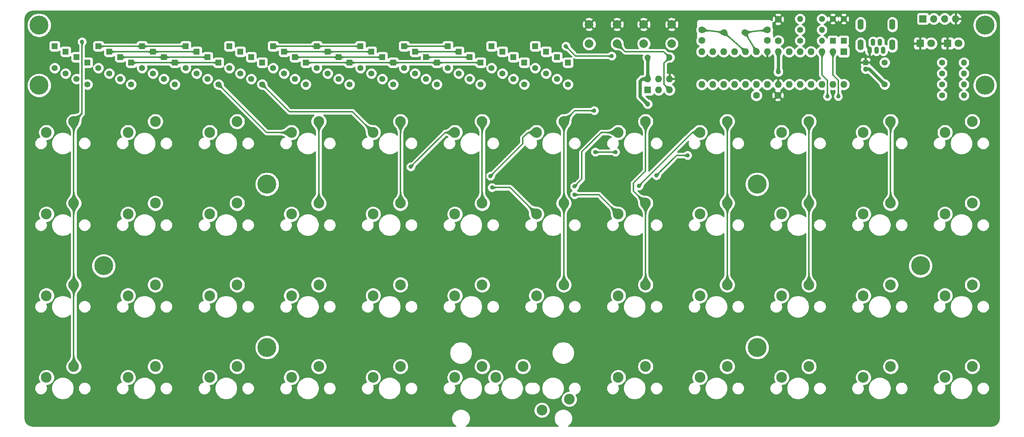
<source format=gtl>
G04 #@! TF.GenerationSoftware,KiCad,Pcbnew,(5.1.5-0-10_14)*
G04 #@! TF.CreationDate,2020-04-12T19:07:48-04:00*
G04 #@! TF.ProjectId,plaid,706c6169-642e-46b6-9963-61645f706362,rev?*
G04 #@! TF.SameCoordinates,PX2faf080PY2faf080*
G04 #@! TF.FileFunction,Copper,L1,Top*
G04 #@! TF.FilePolarity,Positive*
%FSLAX46Y46*%
G04 Gerber Fmt 4.6, Leading zero omitted, Abs format (unit mm)*
G04 Created by KiCad (PCBNEW (5.1.5-0-10_14)) date 2020-04-12 19:07:48*
%MOMM*%
%LPD*%
G04 APERTURE LIST*
%ADD10R,1.200000X1.200000*%
%ADD11C,1.200000*%
%ADD12C,2.500000*%
%ADD13C,1.600000*%
%ADD14O,1.400000X2.500000*%
%ADD15O,1.100000X1.700000*%
%ADD16R,1.400000X1.400000*%
%ADD17C,1.400000*%
%ADD18C,1.500000*%
%ADD19C,2.000000*%
%ADD20O,1.600000X1.600000*%
%ADD21R,1.600000X1.600000*%
%ADD22O,1.400000X1.400000*%
%ADD23C,4.400000*%
%ADD24O,1.700000X1.700000*%
%ADD25R,1.700000X1.700000*%
%ADD26R,1.800000X1.800000*%
%ADD27C,1.800000*%
%ADD28C,1.000000*%
%ADD29C,0.300000*%
%ADD30C,0.600000*%
%ADD31C,0.800000*%
%ADD32C,0.254000*%
%ADD33C,0.025400*%
G04 APERTURE END LIST*
D10*
X196215000Y-12700000D03*
D11*
X196215000Y-14200000D03*
D12*
X120960000Y-93580000D03*
X127310000Y-91040000D03*
X107040000Y-83420000D03*
X100690000Y-85960000D03*
X110190000Y-85960000D03*
X116540000Y-83420000D03*
D13*
X175895000Y-7620000D03*
X175895000Y-2620000D03*
X170815000Y-20320000D03*
X175815000Y-20320000D03*
D12*
X202040000Y-26420000D03*
X195690000Y-28960000D03*
X126040000Y-45420000D03*
X119690000Y-47960000D03*
X145040000Y-26420000D03*
X138690000Y-28960000D03*
X164040000Y-26420000D03*
X157690000Y-28960000D03*
X126040000Y-26420000D03*
X119690000Y-28960000D03*
X31040000Y-26420000D03*
X24690000Y-28960000D03*
X69040000Y-83420000D03*
X62690000Y-85960000D03*
X69040000Y-64420000D03*
X62690000Y-66960000D03*
X12040000Y-26420000D03*
X5690000Y-28960000D03*
X50040000Y-26420000D03*
X43690000Y-28960000D03*
X69040000Y-26420000D03*
X62690000Y-28960000D03*
X88040000Y-26420000D03*
X81690000Y-28960000D03*
X107040000Y-26420000D03*
X100690000Y-28960000D03*
X183040000Y-26420000D03*
X176690000Y-28960000D03*
X221040000Y-26420000D03*
X214690000Y-28960000D03*
X12040000Y-45420000D03*
X5690000Y-47960000D03*
X31040000Y-45420000D03*
X24690000Y-47960000D03*
X50040000Y-45420000D03*
X43690000Y-47960000D03*
X69040000Y-45420000D03*
X62690000Y-47960000D03*
X88040000Y-45420000D03*
X81690000Y-47960000D03*
X107040000Y-45420000D03*
X100690000Y-47960000D03*
X145040000Y-45420000D03*
X138690000Y-47960000D03*
X164040000Y-45420000D03*
X157690000Y-47960000D03*
X183040000Y-45420000D03*
X176690000Y-47960000D03*
X202040000Y-45420000D03*
X195690000Y-47960000D03*
X221040000Y-45420000D03*
X214690000Y-47960000D03*
X12040000Y-64420000D03*
X5690000Y-66960000D03*
X31040000Y-64420000D03*
X24690000Y-66960000D03*
X50040000Y-64420000D03*
X43690000Y-66960000D03*
X88040000Y-64420000D03*
X81690000Y-66960000D03*
X107040000Y-64420000D03*
X100690000Y-66960000D03*
X126040000Y-64420000D03*
X119690000Y-66960000D03*
X145040000Y-64420000D03*
X138690000Y-66960000D03*
X164040000Y-64420000D03*
X157690000Y-66960000D03*
X183040000Y-64420000D03*
X176690000Y-66960000D03*
X202040000Y-64420000D03*
X195690000Y-66960000D03*
X221040000Y-64420000D03*
X214690000Y-66960000D03*
X12040000Y-83420000D03*
X5690000Y-85960000D03*
X31040000Y-83420000D03*
X24690000Y-85960000D03*
X50040000Y-83420000D03*
X43690000Y-85960000D03*
X88040000Y-83420000D03*
X81690000Y-85960000D03*
X145040000Y-83420000D03*
X138690000Y-85960000D03*
X164040000Y-83420000D03*
X157690000Y-85960000D03*
X183040000Y-83420000D03*
X176690000Y-85960000D03*
X202040000Y-83420000D03*
X195690000Y-85960000D03*
X221040000Y-83420000D03*
X214690000Y-85960000D03*
D14*
X202455000Y-8600000D03*
X202455000Y-3850000D03*
X195055000Y-3850000D03*
X195055000Y-8600000D03*
D15*
X197955000Y-8000000D03*
X199555000Y-8000000D03*
X197155000Y-9800000D03*
X200355000Y-9800000D03*
X198755000Y-9800000D03*
D16*
X101600000Y-10160000D03*
D17*
X101600000Y-15240000D03*
D16*
X188595000Y-7620000D03*
D17*
X188595000Y-2540000D03*
D16*
X191135000Y-7620000D03*
D17*
X191135000Y-2540000D03*
D16*
X15240000Y-12700000D03*
D17*
X15240000Y-17780000D03*
D16*
X25400000Y-12700000D03*
D17*
X25400000Y-17780000D03*
D16*
X35560000Y-12700000D03*
D17*
X35560000Y-17780000D03*
D16*
X45720000Y-12700000D03*
D17*
X45720000Y-17780000D03*
D16*
X55880000Y-12700000D03*
D17*
X55880000Y-17780000D03*
D16*
X66040000Y-12700000D03*
D17*
X66040000Y-17780000D03*
D16*
X76200000Y-12700000D03*
D17*
X76200000Y-17780000D03*
D16*
X86360000Y-12700000D03*
D17*
X86360000Y-17780000D03*
D16*
X96520000Y-12700000D03*
D17*
X96520000Y-17780000D03*
D16*
X106680000Y-12700000D03*
D17*
X106680000Y-17780000D03*
D16*
X116840000Y-12700000D03*
D17*
X116840000Y-17780000D03*
D16*
X127000000Y-12700000D03*
D17*
X127000000Y-17780000D03*
D16*
X12700000Y-11430000D03*
D17*
X12700000Y-16510000D03*
D16*
X22860000Y-11430000D03*
D17*
X22860000Y-16510000D03*
D16*
X33020000Y-11430000D03*
D17*
X33020000Y-16510000D03*
D16*
X43180000Y-11430000D03*
D17*
X43180000Y-16510000D03*
D16*
X53340000Y-11430000D03*
D17*
X53340000Y-16510000D03*
D16*
X63500000Y-11430000D03*
D17*
X63500000Y-16510000D03*
D16*
X73660000Y-11430000D03*
D17*
X73660000Y-16510000D03*
D16*
X83820000Y-11430000D03*
D17*
X83820000Y-16510000D03*
D16*
X93980000Y-11430000D03*
D17*
X93980000Y-16510000D03*
D16*
X104140000Y-11430000D03*
D17*
X104140000Y-16510000D03*
D16*
X114300000Y-11430000D03*
D17*
X114300000Y-16510000D03*
D16*
X124460000Y-11430000D03*
D17*
X124460000Y-16510000D03*
D16*
X10160000Y-10160000D03*
D17*
X10160000Y-15240000D03*
D16*
X20320000Y-10160000D03*
D17*
X20320000Y-15240000D03*
D16*
X30480000Y-10160000D03*
D17*
X30480000Y-15240000D03*
D16*
X40640000Y-10160000D03*
D17*
X40640000Y-15240000D03*
D16*
X50800000Y-10160000D03*
D17*
X50800000Y-15240000D03*
D16*
X60960000Y-10160000D03*
D17*
X60960000Y-15240000D03*
D16*
X71120000Y-10160000D03*
D17*
X71120000Y-15240000D03*
D16*
X81280000Y-10160000D03*
D17*
X81280000Y-15240000D03*
D16*
X91440000Y-10160000D03*
D17*
X91440000Y-15240000D03*
D16*
X111760000Y-10160000D03*
D17*
X111760000Y-15240000D03*
D16*
X121920000Y-10160000D03*
D17*
X121920000Y-15240000D03*
D16*
X7620000Y-8890000D03*
D17*
X7620000Y-13970000D03*
D16*
X17780000Y-8890000D03*
D17*
X17780000Y-13970000D03*
D16*
X27940000Y-8890000D03*
D17*
X27940000Y-13970000D03*
D16*
X38100000Y-8890000D03*
D17*
X38100000Y-13970000D03*
D16*
X48260000Y-8890000D03*
D17*
X48260000Y-13970000D03*
D16*
X58420000Y-8890000D03*
D17*
X58420000Y-13970000D03*
D16*
X68580000Y-8890000D03*
D17*
X68580000Y-13970000D03*
D16*
X78740000Y-8890000D03*
D17*
X78740000Y-13970000D03*
D16*
X88900000Y-8890000D03*
D17*
X88900000Y-13970000D03*
D16*
X99060000Y-8890000D03*
D17*
X99060000Y-13970000D03*
D16*
X109220000Y-8890000D03*
D17*
X109220000Y-13970000D03*
D16*
X119380000Y-8890000D03*
D17*
X119380000Y-13970000D03*
D18*
X163295000Y-5715000D03*
X168175000Y-5715000D03*
D19*
X138430000Y-3810000D03*
X138430000Y-8310000D03*
X131930000Y-3810000D03*
X131930000Y-8310000D03*
X151130000Y-3810000D03*
X151130000Y-8310000D03*
X144630000Y-3810000D03*
X144630000Y-8310000D03*
D13*
X158115000Y-7580000D03*
X158115000Y-5080000D03*
X173355000Y-7580000D03*
X173355000Y-5080000D03*
D20*
X150622000Y-16510000D03*
X150622000Y-19050000D03*
X148082000Y-16510000D03*
X148082000Y-19050000D03*
X145542000Y-16510000D03*
D21*
X145542000Y-19050000D03*
D20*
X191135000Y-17780000D03*
X158115000Y-10160000D03*
X188595000Y-17780000D03*
X160655000Y-10160000D03*
X186055000Y-17780000D03*
X163195000Y-10160000D03*
X183515000Y-17780000D03*
X165735000Y-10160000D03*
X180975000Y-17780000D03*
X168275000Y-10160000D03*
X178435000Y-17780000D03*
X170815000Y-10160000D03*
X175895000Y-17780000D03*
X173355000Y-10160000D03*
X173355000Y-17780000D03*
X175895000Y-10160000D03*
X170815000Y-17780000D03*
X178435000Y-10160000D03*
X168275000Y-17780000D03*
X180975000Y-10160000D03*
X165735000Y-17780000D03*
X183515000Y-10160000D03*
X163195000Y-17780000D03*
X186055000Y-10160000D03*
X160655000Y-17780000D03*
X188595000Y-10160000D03*
X158115000Y-17780000D03*
D21*
X191135000Y-10160000D03*
D17*
X200660000Y-17780000D03*
X200660000Y-12680000D03*
X186055000Y-2540000D03*
D22*
X180975000Y-2540000D03*
X186055000Y-7620000D03*
D17*
X180975000Y-7620000D03*
X180975000Y-5080000D03*
D22*
X186055000Y-5080000D03*
D17*
X145542000Y-11500000D03*
D22*
X150622000Y-11500000D03*
D23*
X4000000Y-4000000D03*
X4000000Y-18000000D03*
X224000000Y-4000000D03*
X224000000Y-18000000D03*
X19000000Y-60000000D03*
X57000000Y-41000000D03*
X57000000Y-79000000D03*
X171000000Y-41000000D03*
X171000000Y-79000000D03*
X209000000Y-60000000D03*
D24*
X217170000Y-2540000D03*
X214630000Y-2540000D03*
X212090000Y-2540000D03*
D25*
X209550000Y-2540000D03*
D22*
X219075000Y-17780000D03*
D17*
X213995000Y-17780000D03*
X213995000Y-20320000D03*
D22*
X219075000Y-20320000D03*
D26*
X208915000Y-8255000D03*
D27*
X211455000Y-8255000D03*
X217805000Y-8255000D03*
D26*
X215265000Y-8255000D03*
D22*
X219075000Y-12700000D03*
D17*
X213995000Y-12700000D03*
X213995000Y-15240000D03*
D22*
X219075000Y-15240000D03*
D28*
X143256000Y-22479000D03*
X129286000Y-17907000D03*
X124714000Y-22098000D03*
X120650000Y-20955000D03*
X198755000Y-3683000D03*
X183515000Y-7620000D03*
X172339000Y-13843000D03*
X155829000Y-5080000D03*
X165735000Y-1651000D03*
X161925000Y-1651000D03*
X169672000Y-1651000D03*
X193900000Y-21900000D03*
X187500000Y-23000000D03*
X2000000Y-10000000D03*
X226000000Y-10000000D03*
X226000000Y-22000000D03*
X2000000Y-22000000D03*
X2000000Y-60000000D03*
X2000000Y-41000000D03*
X2000000Y-79000000D03*
X2000000Y-96000000D03*
X19000000Y-96000000D03*
X38000000Y-96000000D03*
X57000000Y-96000000D03*
X76000000Y-96000000D03*
X95000000Y-96000000D03*
X114000000Y-96000000D03*
X133000000Y-96000000D03*
X152000000Y-96000000D03*
X171000000Y-96000000D03*
X190000000Y-96000000D03*
X209000000Y-96000000D03*
X226000000Y-96000000D03*
X226000000Y-79000000D03*
X226000000Y-60000000D03*
X226000000Y-41000000D03*
X90424000Y-40005000D03*
X95250000Y-63373000D03*
X103886000Y-83947000D03*
X191135000Y-12954000D03*
X184785000Y-13335000D03*
X177927000Y-13335000D03*
X160655000Y-15621000D03*
X195199000Y-16510000D03*
X204978000Y-2286000D03*
X77089000Y-36830000D03*
X64516000Y-26289000D03*
X59690000Y-25400000D03*
X56007000Y-22098000D03*
X49530000Y-18288000D03*
X69850000Y-21209000D03*
X98806000Y-25781000D03*
X173355000Y-1651000D03*
X158115000Y-1651000D03*
X155829000Y-1651000D03*
X29210000Y-18923000D03*
X41021000Y-22860000D03*
X90297000Y-28702000D03*
X79629000Y-22225000D03*
X109347000Y-28575000D03*
X26416000Y-38735000D03*
X43434000Y-38862000D03*
X57277000Y-36957000D03*
X72771000Y-42164000D03*
X82423000Y-41529000D03*
X120650000Y-44958000D03*
X132461000Y-45085000D03*
X138303000Y-44196000D03*
X171323000Y-49657000D03*
X170561000Y-53594000D03*
X185674000Y-45212000D03*
X175133000Y-41148000D03*
X211074000Y-47498000D03*
X189738000Y-34925000D03*
X147750000Y-28000000D03*
X171000000Y-28000000D03*
X170500000Y-33500000D03*
X114000000Y-53000000D03*
X109500000Y-47500000D03*
X90424000Y-36957000D03*
X108966000Y-39116000D03*
X128524000Y-41529000D03*
X143510000Y-41402000D03*
X147574000Y-38989000D03*
X154813000Y-34290000D03*
X138049000Y-33528000D03*
X133350000Y-33528000D03*
X109347000Y-41783000D03*
X128524000Y-43434000D03*
X13970000Y-7874000D03*
X133096000Y-23876000D03*
X187325000Y-20574000D03*
X189865000Y-20574000D03*
D11*
X175895000Y-14859000D03*
X145542000Y-22352000D03*
D28*
X137160000Y-11176000D03*
X126492000Y-8890000D03*
D29*
X163295000Y-5715000D02*
X168275000Y-10160000D01*
X158115000Y-5080000D02*
X163295000Y-5715000D01*
D30*
X173355000Y-7580000D02*
X173435000Y-7580000D01*
X197155000Y-9500000D02*
X196596000Y-8890000D01*
X196596000Y-8890000D02*
X196596000Y-8001000D01*
D29*
X25400000Y-12700000D02*
X35560000Y-12700000D01*
X35560000Y-12700000D02*
X45720000Y-12700000D01*
X66040000Y-12700000D02*
X76200000Y-12700000D01*
X76200000Y-12700000D02*
X86360000Y-12700000D01*
X96520000Y-12700000D02*
X106680000Y-12700000D01*
X96520000Y-12700000D02*
X86360000Y-12700000D01*
X56900000Y-28960000D02*
X62690000Y-28960000D01*
X45720000Y-17780000D02*
X56900000Y-28960000D01*
X76860000Y-24130000D02*
X81690000Y-28960000D01*
X55880000Y-17780000D02*
X62230000Y-24130000D01*
X62230000Y-24130000D02*
X76860000Y-24130000D01*
X98421000Y-28960000D02*
X100690000Y-28960000D01*
X90424000Y-36957000D02*
X98421000Y-28960000D01*
X117725000Y-28960000D02*
X119690000Y-28960000D01*
X116500000Y-31582000D02*
X116500000Y-30185000D01*
X108966000Y-39116000D02*
X116500000Y-31582000D01*
X116500000Y-30185000D02*
X117725000Y-28960000D01*
X134790000Y-28960000D02*
X138690000Y-28960000D01*
X130250000Y-33500000D02*
X134790000Y-28960000D01*
X128524000Y-41529000D02*
X130250000Y-39803000D01*
X130250000Y-39803000D02*
X130250000Y-33500000D01*
X155952000Y-28960000D02*
X157690000Y-28960000D01*
X143510000Y-41402000D02*
X155952000Y-28960000D01*
X152273000Y-34290000D02*
X147574000Y-38989000D01*
X154813000Y-34290000D02*
X152273000Y-34290000D01*
X133350000Y-33528000D02*
X138049000Y-33528000D01*
X63500000Y-11430000D02*
X73660000Y-11430000D01*
X73660000Y-11430000D02*
X83820000Y-11430000D01*
X93980000Y-11430000D02*
X104140000Y-11430000D01*
X43180000Y-11430000D02*
X33020000Y-11430000D01*
X33020000Y-11430000D02*
X22860000Y-11430000D01*
X113513000Y-41783000D02*
X119690000Y-47960000D01*
X109347000Y-41783000D02*
X113513000Y-41783000D01*
X134164000Y-43434000D02*
X138690000Y-47960000D01*
X128524000Y-43434000D02*
X134164000Y-43434000D01*
X20320000Y-10160000D02*
X30480000Y-10160000D01*
X30480000Y-10160000D02*
X40640000Y-10160000D01*
X101600000Y-10160000D02*
X91440000Y-10160000D01*
X81280000Y-10160000D02*
X71120000Y-10160000D01*
X71120000Y-10160000D02*
X60960000Y-10160000D01*
X140280000Y-10160000D02*
X138430000Y-8310000D01*
X149352000Y-12770000D02*
X150622000Y-11500000D01*
X150622000Y-19050000D02*
X149352000Y-17780000D01*
X149352000Y-17780000D02*
X149352000Y-12770000D01*
X149282000Y-10160000D02*
X150622000Y-11500000D01*
X140280000Y-10160000D02*
X149282000Y-10160000D01*
X13970000Y-7874000D02*
X13970000Y-24490000D01*
X13970000Y-24490000D02*
X12040000Y-26420000D01*
X12040000Y-83420000D02*
X12040000Y-64420000D01*
X12040000Y-64420000D02*
X12040000Y-45420000D01*
X12040000Y-45420000D02*
X12040000Y-26420000D01*
X69040000Y-26420000D02*
X69040000Y-45420000D01*
X88040000Y-26420000D02*
X88040000Y-45420000D01*
X107040000Y-45420000D02*
X107040000Y-26420000D01*
X126040000Y-26420000D02*
X126040000Y-45420000D01*
X126040000Y-45420000D02*
X126040000Y-64420000D01*
X128584000Y-23876000D02*
X126040000Y-26420000D01*
X133096000Y-23876000D02*
X128584000Y-23876000D01*
X145040000Y-45420000D02*
X145040000Y-64420000D01*
X142240000Y-42620000D02*
X145040000Y-45420000D01*
X142240000Y-40760000D02*
X142240000Y-42620000D01*
X145040000Y-26420000D02*
X145040000Y-37960000D01*
X145040000Y-37960000D02*
X142240000Y-40760000D01*
X164040000Y-26420000D02*
X164040000Y-45420000D01*
X164040000Y-45420000D02*
X164040000Y-64420000D01*
X183040000Y-26420000D02*
X183040000Y-45420000D01*
X183040000Y-45420000D02*
X183040000Y-64420000D01*
X202040000Y-26420000D02*
X202040000Y-45420000D01*
X186055000Y-15621000D02*
X186055000Y-10160000D01*
X187325000Y-20574000D02*
X187325000Y-16891000D01*
X187325000Y-16891000D02*
X186055000Y-15621000D01*
X188595000Y-15621000D02*
X188595000Y-10160000D01*
X189865000Y-20574000D02*
X189865000Y-16891000D01*
X189865000Y-16891000D02*
X188595000Y-15621000D01*
X168175000Y-5715000D02*
X170815000Y-10160000D01*
X173355000Y-5080000D02*
X168175000Y-5715000D01*
D31*
X175895000Y-10160000D02*
X175895000Y-14859000D01*
X197080000Y-14200000D02*
X200660000Y-17780000D01*
X196215000Y-14200000D02*
X197080000Y-14200000D01*
X145542000Y-11500000D02*
X145542000Y-16510000D01*
X144272000Y-16510000D02*
X145542000Y-16510000D01*
X143764000Y-17018000D02*
X144272000Y-16510000D01*
X145542000Y-22352000D02*
X143764000Y-20574000D01*
X143764000Y-20574000D02*
X143764000Y-17018000D01*
D29*
X99060000Y-8890000D02*
X88900000Y-8890000D01*
X78740000Y-8890000D02*
X68580000Y-8890000D01*
X68580000Y-8890000D02*
X58420000Y-8890000D01*
X38100000Y-8890000D02*
X27940000Y-8890000D01*
X27940000Y-8890000D02*
X17780000Y-8890000D01*
X137160000Y-11176000D02*
X130048000Y-11176000D01*
X130048000Y-11176000D02*
X129540000Y-11176000D01*
X128778000Y-11176000D02*
X130048000Y-11176000D01*
X126492000Y-8890000D02*
X128778000Y-11176000D01*
D32*
G36*
X225847018Y-747430D02*
G01*
X226180819Y-848211D01*
X226488687Y-1011907D01*
X226758896Y-1232284D01*
X226981157Y-1500952D01*
X227146995Y-1807663D01*
X227250104Y-2140753D01*
X227290000Y-2520341D01*
X227290001Y-95465270D01*
X227252571Y-95847016D01*
X227151789Y-96180818D01*
X226988093Y-96488687D01*
X226767716Y-96758897D01*
X226499052Y-96981154D01*
X226192337Y-97146995D01*
X225859246Y-97250104D01*
X225479659Y-97290000D01*
X127108973Y-97290000D01*
X127276920Y-97177781D01*
X127577781Y-96876920D01*
X127814167Y-96523144D01*
X127976992Y-96130049D01*
X128060000Y-95712741D01*
X128060000Y-95287259D01*
X127976992Y-94869951D01*
X127814167Y-94476856D01*
X127577781Y-94123080D01*
X127276920Y-93822219D01*
X126923144Y-93585833D01*
X126530049Y-93423008D01*
X126112741Y-93340000D01*
X125687259Y-93340000D01*
X125269951Y-93423008D01*
X124876856Y-93585833D01*
X124523080Y-93822219D01*
X124222219Y-94123080D01*
X123985833Y-94476856D01*
X123823008Y-94869951D01*
X123740000Y-95287259D01*
X123740000Y-95712741D01*
X123823008Y-96130049D01*
X123985833Y-96523144D01*
X124222219Y-96876920D01*
X124523080Y-97177781D01*
X124691027Y-97290000D01*
X103308973Y-97290000D01*
X103476920Y-97177781D01*
X103777781Y-96876920D01*
X104014167Y-96523144D01*
X104176992Y-96130049D01*
X104260000Y-95712741D01*
X104260000Y-95287259D01*
X104176992Y-94869951D01*
X104014167Y-94476856D01*
X103777781Y-94123080D01*
X103476920Y-93822219D01*
X103123144Y-93585833D01*
X102730049Y-93423008D01*
X102585946Y-93394344D01*
X119075000Y-93394344D01*
X119075000Y-93765656D01*
X119147439Y-94129834D01*
X119289534Y-94472882D01*
X119495825Y-94781618D01*
X119758382Y-95044175D01*
X120067118Y-95250466D01*
X120410166Y-95392561D01*
X120774344Y-95465000D01*
X121145656Y-95465000D01*
X121509834Y-95392561D01*
X121852882Y-95250466D01*
X122161618Y-95044175D01*
X122424175Y-94781618D01*
X122630466Y-94472882D01*
X122772561Y-94129834D01*
X122845000Y-93765656D01*
X122845000Y-93394344D01*
X122772561Y-93030166D01*
X122630466Y-92687118D01*
X122424175Y-92378382D01*
X122161618Y-92115825D01*
X121852882Y-91909534D01*
X121509834Y-91767439D01*
X121145656Y-91695000D01*
X120774344Y-91695000D01*
X120410166Y-91767439D01*
X120067118Y-91909534D01*
X119758382Y-92115825D01*
X119495825Y-92378382D01*
X119289534Y-92687118D01*
X119147439Y-93030166D01*
X119075000Y-93394344D01*
X102585946Y-93394344D01*
X102312741Y-93340000D01*
X101887259Y-93340000D01*
X101469951Y-93423008D01*
X101076856Y-93585833D01*
X100723080Y-93822219D01*
X100422219Y-94123080D01*
X100185833Y-94476856D01*
X100023008Y-94869951D01*
X99940000Y-95287259D01*
X99940000Y-95712741D01*
X100023008Y-96130049D01*
X100185833Y-96523144D01*
X100422219Y-96876920D01*
X100723080Y-97177781D01*
X100891027Y-97290000D01*
X2534720Y-97290000D01*
X2152984Y-97252571D01*
X1819182Y-97151789D01*
X1511313Y-96988093D01*
X1241103Y-96767716D01*
X1018846Y-96499052D01*
X853005Y-96192337D01*
X749896Y-95859246D01*
X710000Y-95479659D01*
X710000Y-88353740D01*
X2935000Y-88353740D01*
X2935000Y-88646260D01*
X2992068Y-88933158D01*
X3104010Y-89203411D01*
X3266525Y-89446632D01*
X3473368Y-89653475D01*
X3716589Y-89815990D01*
X3986842Y-89927932D01*
X4273740Y-89985000D01*
X4566260Y-89985000D01*
X4853158Y-89927932D01*
X5123411Y-89815990D01*
X5366632Y-89653475D01*
X5573475Y-89446632D01*
X5735990Y-89203411D01*
X5847932Y-88933158D01*
X5905000Y-88646260D01*
X5905000Y-88353740D01*
X5882471Y-88240475D01*
X6865000Y-88240475D01*
X6865000Y-88759525D01*
X6966261Y-89268601D01*
X7164893Y-89748141D01*
X7453262Y-90179715D01*
X7820285Y-90546738D01*
X8251859Y-90835107D01*
X8731399Y-91033739D01*
X9240475Y-91135000D01*
X9759525Y-91135000D01*
X10268601Y-91033739D01*
X10748141Y-90835107D01*
X11179715Y-90546738D01*
X11546738Y-90179715D01*
X11835107Y-89748141D01*
X12033739Y-89268601D01*
X12135000Y-88759525D01*
X12135000Y-88353740D01*
X13095000Y-88353740D01*
X13095000Y-88646260D01*
X13152068Y-88933158D01*
X13264010Y-89203411D01*
X13426525Y-89446632D01*
X13633368Y-89653475D01*
X13876589Y-89815990D01*
X14146842Y-89927932D01*
X14433740Y-89985000D01*
X14726260Y-89985000D01*
X15013158Y-89927932D01*
X15283411Y-89815990D01*
X15526632Y-89653475D01*
X15733475Y-89446632D01*
X15895990Y-89203411D01*
X16007932Y-88933158D01*
X16065000Y-88646260D01*
X16065000Y-88353740D01*
X21935000Y-88353740D01*
X21935000Y-88646260D01*
X21992068Y-88933158D01*
X22104010Y-89203411D01*
X22266525Y-89446632D01*
X22473368Y-89653475D01*
X22716589Y-89815990D01*
X22986842Y-89927932D01*
X23273740Y-89985000D01*
X23566260Y-89985000D01*
X23853158Y-89927932D01*
X24123411Y-89815990D01*
X24366632Y-89653475D01*
X24573475Y-89446632D01*
X24735990Y-89203411D01*
X24847932Y-88933158D01*
X24905000Y-88646260D01*
X24905000Y-88353740D01*
X24882471Y-88240475D01*
X25865000Y-88240475D01*
X25865000Y-88759525D01*
X25966261Y-89268601D01*
X26164893Y-89748141D01*
X26453262Y-90179715D01*
X26820285Y-90546738D01*
X27251859Y-90835107D01*
X27731399Y-91033739D01*
X28240475Y-91135000D01*
X28759525Y-91135000D01*
X29268601Y-91033739D01*
X29748141Y-90835107D01*
X30179715Y-90546738D01*
X30546738Y-90179715D01*
X30835107Y-89748141D01*
X31033739Y-89268601D01*
X31135000Y-88759525D01*
X31135000Y-88353740D01*
X32095000Y-88353740D01*
X32095000Y-88646260D01*
X32152068Y-88933158D01*
X32264010Y-89203411D01*
X32426525Y-89446632D01*
X32633368Y-89653475D01*
X32876589Y-89815990D01*
X33146842Y-89927932D01*
X33433740Y-89985000D01*
X33726260Y-89985000D01*
X34013158Y-89927932D01*
X34283411Y-89815990D01*
X34526632Y-89653475D01*
X34733475Y-89446632D01*
X34895990Y-89203411D01*
X35007932Y-88933158D01*
X35065000Y-88646260D01*
X35065000Y-88353740D01*
X40935000Y-88353740D01*
X40935000Y-88646260D01*
X40992068Y-88933158D01*
X41104010Y-89203411D01*
X41266525Y-89446632D01*
X41473368Y-89653475D01*
X41716589Y-89815990D01*
X41986842Y-89927932D01*
X42273740Y-89985000D01*
X42566260Y-89985000D01*
X42853158Y-89927932D01*
X43123411Y-89815990D01*
X43366632Y-89653475D01*
X43573475Y-89446632D01*
X43735990Y-89203411D01*
X43847932Y-88933158D01*
X43905000Y-88646260D01*
X43905000Y-88353740D01*
X43882471Y-88240475D01*
X44865000Y-88240475D01*
X44865000Y-88759525D01*
X44966261Y-89268601D01*
X45164893Y-89748141D01*
X45453262Y-90179715D01*
X45820285Y-90546738D01*
X46251859Y-90835107D01*
X46731399Y-91033739D01*
X47240475Y-91135000D01*
X47759525Y-91135000D01*
X48268601Y-91033739D01*
X48748141Y-90835107D01*
X49179715Y-90546738D01*
X49546738Y-90179715D01*
X49835107Y-89748141D01*
X50033739Y-89268601D01*
X50135000Y-88759525D01*
X50135000Y-88353740D01*
X51095000Y-88353740D01*
X51095000Y-88646260D01*
X51152068Y-88933158D01*
X51264010Y-89203411D01*
X51426525Y-89446632D01*
X51633368Y-89653475D01*
X51876589Y-89815990D01*
X52146842Y-89927932D01*
X52433740Y-89985000D01*
X52726260Y-89985000D01*
X53013158Y-89927932D01*
X53283411Y-89815990D01*
X53526632Y-89653475D01*
X53733475Y-89446632D01*
X53895990Y-89203411D01*
X54007932Y-88933158D01*
X54065000Y-88646260D01*
X54065000Y-88353740D01*
X59935000Y-88353740D01*
X59935000Y-88646260D01*
X59992068Y-88933158D01*
X60104010Y-89203411D01*
X60266525Y-89446632D01*
X60473368Y-89653475D01*
X60716589Y-89815990D01*
X60986842Y-89927932D01*
X61273740Y-89985000D01*
X61566260Y-89985000D01*
X61853158Y-89927932D01*
X62123411Y-89815990D01*
X62366632Y-89653475D01*
X62573475Y-89446632D01*
X62735990Y-89203411D01*
X62847932Y-88933158D01*
X62905000Y-88646260D01*
X62905000Y-88353740D01*
X62882471Y-88240475D01*
X63865000Y-88240475D01*
X63865000Y-88759525D01*
X63966261Y-89268601D01*
X64164893Y-89748141D01*
X64453262Y-90179715D01*
X64820285Y-90546738D01*
X65251859Y-90835107D01*
X65731399Y-91033739D01*
X66240475Y-91135000D01*
X66759525Y-91135000D01*
X67268601Y-91033739D01*
X67748141Y-90835107D01*
X68179715Y-90546738D01*
X68546738Y-90179715D01*
X68835107Y-89748141D01*
X69033739Y-89268601D01*
X69135000Y-88759525D01*
X69135000Y-88353740D01*
X70095000Y-88353740D01*
X70095000Y-88646260D01*
X70152068Y-88933158D01*
X70264010Y-89203411D01*
X70426525Y-89446632D01*
X70633368Y-89653475D01*
X70876589Y-89815990D01*
X71146842Y-89927932D01*
X71433740Y-89985000D01*
X71726260Y-89985000D01*
X72013158Y-89927932D01*
X72283411Y-89815990D01*
X72526632Y-89653475D01*
X72733475Y-89446632D01*
X72895990Y-89203411D01*
X73007932Y-88933158D01*
X73065000Y-88646260D01*
X73065000Y-88353740D01*
X78935000Y-88353740D01*
X78935000Y-88646260D01*
X78992068Y-88933158D01*
X79104010Y-89203411D01*
X79266525Y-89446632D01*
X79473368Y-89653475D01*
X79716589Y-89815990D01*
X79986842Y-89927932D01*
X80273740Y-89985000D01*
X80566260Y-89985000D01*
X80853158Y-89927932D01*
X81123411Y-89815990D01*
X81366632Y-89653475D01*
X81573475Y-89446632D01*
X81735990Y-89203411D01*
X81847932Y-88933158D01*
X81905000Y-88646260D01*
X81905000Y-88353740D01*
X81882471Y-88240475D01*
X82865000Y-88240475D01*
X82865000Y-88759525D01*
X82966261Y-89268601D01*
X83164893Y-89748141D01*
X83453262Y-90179715D01*
X83820285Y-90546738D01*
X84251859Y-90835107D01*
X84731399Y-91033739D01*
X85240475Y-91135000D01*
X85759525Y-91135000D01*
X86268601Y-91033739D01*
X86748141Y-90835107D01*
X87179715Y-90546738D01*
X87546738Y-90179715D01*
X87835107Y-89748141D01*
X88033739Y-89268601D01*
X88135000Y-88759525D01*
X88135000Y-88353740D01*
X89095000Y-88353740D01*
X89095000Y-88646260D01*
X89152068Y-88933158D01*
X89264010Y-89203411D01*
X89426525Y-89446632D01*
X89633368Y-89653475D01*
X89876589Y-89815990D01*
X90146842Y-89927932D01*
X90433740Y-89985000D01*
X90726260Y-89985000D01*
X91013158Y-89927932D01*
X91283411Y-89815990D01*
X91526632Y-89653475D01*
X91733475Y-89446632D01*
X91895990Y-89203411D01*
X92007932Y-88933158D01*
X92065000Y-88646260D01*
X92065000Y-88353740D01*
X97935000Y-88353740D01*
X97935000Y-88646260D01*
X97992068Y-88933158D01*
X98104010Y-89203411D01*
X98266525Y-89446632D01*
X98473368Y-89653475D01*
X98716589Y-89815990D01*
X98986842Y-89927932D01*
X99273740Y-89985000D01*
X99566260Y-89985000D01*
X99853158Y-89927932D01*
X100123411Y-89815990D01*
X100366632Y-89653475D01*
X100573475Y-89446632D01*
X100735990Y-89203411D01*
X100847932Y-88933158D01*
X100905000Y-88646260D01*
X100905000Y-88353740D01*
X100882471Y-88240475D01*
X101865000Y-88240475D01*
X101865000Y-88759525D01*
X101966261Y-89268601D01*
X102164893Y-89748141D01*
X102453262Y-90179715D01*
X102820285Y-90546738D01*
X103251859Y-90835107D01*
X103731399Y-91033739D01*
X104240475Y-91135000D01*
X104759525Y-91135000D01*
X105268601Y-91033739D01*
X105748141Y-90835107D01*
X106179715Y-90546738D01*
X106546738Y-90179715D01*
X106835107Y-89748141D01*
X107033739Y-89268601D01*
X107135000Y-88759525D01*
X107135000Y-88500000D01*
X107427815Y-88500000D01*
X107456487Y-88791111D01*
X107541401Y-89071034D01*
X107679294Y-89329014D01*
X107864866Y-89555134D01*
X108090986Y-89740706D01*
X108348966Y-89878599D01*
X108628889Y-89963513D01*
X108847050Y-89985000D01*
X109652950Y-89985000D01*
X109871111Y-89963513D01*
X110151034Y-89878599D01*
X110409014Y-89740706D01*
X110635134Y-89555134D01*
X110820706Y-89329014D01*
X110958599Y-89071034D01*
X111043513Y-88791111D01*
X111072185Y-88500000D01*
X111046624Y-88240475D01*
X111365000Y-88240475D01*
X111365000Y-88759525D01*
X111466261Y-89268601D01*
X111664893Y-89748141D01*
X111953262Y-90179715D01*
X112320285Y-90546738D01*
X112751859Y-90835107D01*
X113231399Y-91033739D01*
X113740475Y-91135000D01*
X114259525Y-91135000D01*
X114768601Y-91033739D01*
X115248141Y-90835107D01*
X115679715Y-90546738D01*
X116046738Y-90179715D01*
X116335107Y-89748141D01*
X116533739Y-89268601D01*
X116635000Y-88759525D01*
X116635000Y-88500000D01*
X116927815Y-88500000D01*
X116956487Y-88791111D01*
X117041401Y-89071034D01*
X117179294Y-89329014D01*
X117364866Y-89555134D01*
X117590986Y-89740706D01*
X117848966Y-89878599D01*
X118128889Y-89963513D01*
X118347050Y-89985000D01*
X119152950Y-89985000D01*
X119371111Y-89963513D01*
X119651034Y-89878599D01*
X119909014Y-89740706D01*
X120135134Y-89555134D01*
X120320706Y-89329014D01*
X120458599Y-89071034D01*
X120543513Y-88791111D01*
X120572185Y-88500000D01*
X120546624Y-88240475D01*
X120865000Y-88240475D01*
X120865000Y-88759525D01*
X120966261Y-89268601D01*
X121164893Y-89748141D01*
X121453262Y-90179715D01*
X121820285Y-90546738D01*
X122251859Y-90835107D01*
X122731399Y-91033739D01*
X123240475Y-91135000D01*
X123759525Y-91135000D01*
X124268601Y-91033739D01*
X124701698Y-90854344D01*
X125425000Y-90854344D01*
X125425000Y-91225656D01*
X125497439Y-91589834D01*
X125639534Y-91932882D01*
X125845825Y-92241618D01*
X126108382Y-92504175D01*
X126417118Y-92710466D01*
X126760166Y-92852561D01*
X127124344Y-92925000D01*
X127495656Y-92925000D01*
X127859834Y-92852561D01*
X128202882Y-92710466D01*
X128511618Y-92504175D01*
X128774175Y-92241618D01*
X128980466Y-91932882D01*
X129122561Y-91589834D01*
X129195000Y-91225656D01*
X129195000Y-90854344D01*
X129122561Y-90490166D01*
X128980466Y-90147118D01*
X128855028Y-89959386D01*
X129013158Y-89927932D01*
X129283411Y-89815990D01*
X129526632Y-89653475D01*
X129733475Y-89446632D01*
X129895990Y-89203411D01*
X130007932Y-88933158D01*
X130065000Y-88646260D01*
X130065000Y-88353740D01*
X135935000Y-88353740D01*
X135935000Y-88646260D01*
X135992068Y-88933158D01*
X136104010Y-89203411D01*
X136266525Y-89446632D01*
X136473368Y-89653475D01*
X136716589Y-89815990D01*
X136986842Y-89927932D01*
X137273740Y-89985000D01*
X137566260Y-89985000D01*
X137853158Y-89927932D01*
X138123411Y-89815990D01*
X138366632Y-89653475D01*
X138573475Y-89446632D01*
X138735990Y-89203411D01*
X138847932Y-88933158D01*
X138905000Y-88646260D01*
X138905000Y-88353740D01*
X138882471Y-88240475D01*
X139865000Y-88240475D01*
X139865000Y-88759525D01*
X139966261Y-89268601D01*
X140164893Y-89748141D01*
X140453262Y-90179715D01*
X140820285Y-90546738D01*
X141251859Y-90835107D01*
X141731399Y-91033739D01*
X142240475Y-91135000D01*
X142759525Y-91135000D01*
X143268601Y-91033739D01*
X143748141Y-90835107D01*
X144179715Y-90546738D01*
X144546738Y-90179715D01*
X144835107Y-89748141D01*
X145033739Y-89268601D01*
X145135000Y-88759525D01*
X145135000Y-88353740D01*
X146095000Y-88353740D01*
X146095000Y-88646260D01*
X146152068Y-88933158D01*
X146264010Y-89203411D01*
X146426525Y-89446632D01*
X146633368Y-89653475D01*
X146876589Y-89815990D01*
X147146842Y-89927932D01*
X147433740Y-89985000D01*
X147726260Y-89985000D01*
X148013158Y-89927932D01*
X148283411Y-89815990D01*
X148526632Y-89653475D01*
X148733475Y-89446632D01*
X148895990Y-89203411D01*
X149007932Y-88933158D01*
X149065000Y-88646260D01*
X149065000Y-88353740D01*
X154935000Y-88353740D01*
X154935000Y-88646260D01*
X154992068Y-88933158D01*
X155104010Y-89203411D01*
X155266525Y-89446632D01*
X155473368Y-89653475D01*
X155716589Y-89815990D01*
X155986842Y-89927932D01*
X156273740Y-89985000D01*
X156566260Y-89985000D01*
X156853158Y-89927932D01*
X157123411Y-89815990D01*
X157366632Y-89653475D01*
X157573475Y-89446632D01*
X157735990Y-89203411D01*
X157847932Y-88933158D01*
X157905000Y-88646260D01*
X157905000Y-88353740D01*
X157882471Y-88240475D01*
X158865000Y-88240475D01*
X158865000Y-88759525D01*
X158966261Y-89268601D01*
X159164893Y-89748141D01*
X159453262Y-90179715D01*
X159820285Y-90546738D01*
X160251859Y-90835107D01*
X160731399Y-91033739D01*
X161240475Y-91135000D01*
X161759525Y-91135000D01*
X162268601Y-91033739D01*
X162748141Y-90835107D01*
X163179715Y-90546738D01*
X163546738Y-90179715D01*
X163835107Y-89748141D01*
X164033739Y-89268601D01*
X164135000Y-88759525D01*
X164135000Y-88353740D01*
X165095000Y-88353740D01*
X165095000Y-88646260D01*
X165152068Y-88933158D01*
X165264010Y-89203411D01*
X165426525Y-89446632D01*
X165633368Y-89653475D01*
X165876589Y-89815990D01*
X166146842Y-89927932D01*
X166433740Y-89985000D01*
X166726260Y-89985000D01*
X167013158Y-89927932D01*
X167283411Y-89815990D01*
X167526632Y-89653475D01*
X167733475Y-89446632D01*
X167895990Y-89203411D01*
X168007932Y-88933158D01*
X168065000Y-88646260D01*
X168065000Y-88353740D01*
X173935000Y-88353740D01*
X173935000Y-88646260D01*
X173992068Y-88933158D01*
X174104010Y-89203411D01*
X174266525Y-89446632D01*
X174473368Y-89653475D01*
X174716589Y-89815990D01*
X174986842Y-89927932D01*
X175273740Y-89985000D01*
X175566260Y-89985000D01*
X175853158Y-89927932D01*
X176123411Y-89815990D01*
X176366632Y-89653475D01*
X176573475Y-89446632D01*
X176735990Y-89203411D01*
X176847932Y-88933158D01*
X176905000Y-88646260D01*
X176905000Y-88353740D01*
X176882471Y-88240475D01*
X177865000Y-88240475D01*
X177865000Y-88759525D01*
X177966261Y-89268601D01*
X178164893Y-89748141D01*
X178453262Y-90179715D01*
X178820285Y-90546738D01*
X179251859Y-90835107D01*
X179731399Y-91033739D01*
X180240475Y-91135000D01*
X180759525Y-91135000D01*
X181268601Y-91033739D01*
X181748141Y-90835107D01*
X182179715Y-90546738D01*
X182546738Y-90179715D01*
X182835107Y-89748141D01*
X183033739Y-89268601D01*
X183135000Y-88759525D01*
X183135000Y-88353740D01*
X184095000Y-88353740D01*
X184095000Y-88646260D01*
X184152068Y-88933158D01*
X184264010Y-89203411D01*
X184426525Y-89446632D01*
X184633368Y-89653475D01*
X184876589Y-89815990D01*
X185146842Y-89927932D01*
X185433740Y-89985000D01*
X185726260Y-89985000D01*
X186013158Y-89927932D01*
X186283411Y-89815990D01*
X186526632Y-89653475D01*
X186733475Y-89446632D01*
X186895990Y-89203411D01*
X187007932Y-88933158D01*
X187065000Y-88646260D01*
X187065000Y-88353740D01*
X192935000Y-88353740D01*
X192935000Y-88646260D01*
X192992068Y-88933158D01*
X193104010Y-89203411D01*
X193266525Y-89446632D01*
X193473368Y-89653475D01*
X193716589Y-89815990D01*
X193986842Y-89927932D01*
X194273740Y-89985000D01*
X194566260Y-89985000D01*
X194853158Y-89927932D01*
X195123411Y-89815990D01*
X195366632Y-89653475D01*
X195573475Y-89446632D01*
X195735990Y-89203411D01*
X195847932Y-88933158D01*
X195905000Y-88646260D01*
X195905000Y-88353740D01*
X195882471Y-88240475D01*
X196865000Y-88240475D01*
X196865000Y-88759525D01*
X196966261Y-89268601D01*
X197164893Y-89748141D01*
X197453262Y-90179715D01*
X197820285Y-90546738D01*
X198251859Y-90835107D01*
X198731399Y-91033739D01*
X199240475Y-91135000D01*
X199759525Y-91135000D01*
X200268601Y-91033739D01*
X200748141Y-90835107D01*
X201179715Y-90546738D01*
X201546738Y-90179715D01*
X201835107Y-89748141D01*
X202033739Y-89268601D01*
X202135000Y-88759525D01*
X202135000Y-88353740D01*
X203095000Y-88353740D01*
X203095000Y-88646260D01*
X203152068Y-88933158D01*
X203264010Y-89203411D01*
X203426525Y-89446632D01*
X203633368Y-89653475D01*
X203876589Y-89815990D01*
X204146842Y-89927932D01*
X204433740Y-89985000D01*
X204726260Y-89985000D01*
X205013158Y-89927932D01*
X205283411Y-89815990D01*
X205526632Y-89653475D01*
X205733475Y-89446632D01*
X205895990Y-89203411D01*
X206007932Y-88933158D01*
X206065000Y-88646260D01*
X206065000Y-88353740D01*
X211935000Y-88353740D01*
X211935000Y-88646260D01*
X211992068Y-88933158D01*
X212104010Y-89203411D01*
X212266525Y-89446632D01*
X212473368Y-89653475D01*
X212716589Y-89815990D01*
X212986842Y-89927932D01*
X213273740Y-89985000D01*
X213566260Y-89985000D01*
X213853158Y-89927932D01*
X214123411Y-89815990D01*
X214366632Y-89653475D01*
X214573475Y-89446632D01*
X214735990Y-89203411D01*
X214847932Y-88933158D01*
X214905000Y-88646260D01*
X214905000Y-88353740D01*
X214882471Y-88240475D01*
X215865000Y-88240475D01*
X215865000Y-88759525D01*
X215966261Y-89268601D01*
X216164893Y-89748141D01*
X216453262Y-90179715D01*
X216820285Y-90546738D01*
X217251859Y-90835107D01*
X217731399Y-91033739D01*
X218240475Y-91135000D01*
X218759525Y-91135000D01*
X219268601Y-91033739D01*
X219748141Y-90835107D01*
X220179715Y-90546738D01*
X220546738Y-90179715D01*
X220835107Y-89748141D01*
X221033739Y-89268601D01*
X221135000Y-88759525D01*
X221135000Y-88353740D01*
X222095000Y-88353740D01*
X222095000Y-88646260D01*
X222152068Y-88933158D01*
X222264010Y-89203411D01*
X222426525Y-89446632D01*
X222633368Y-89653475D01*
X222876589Y-89815990D01*
X223146842Y-89927932D01*
X223433740Y-89985000D01*
X223726260Y-89985000D01*
X224013158Y-89927932D01*
X224283411Y-89815990D01*
X224526632Y-89653475D01*
X224733475Y-89446632D01*
X224895990Y-89203411D01*
X225007932Y-88933158D01*
X225065000Y-88646260D01*
X225065000Y-88353740D01*
X225007932Y-88066842D01*
X224895990Y-87796589D01*
X224733475Y-87553368D01*
X224526632Y-87346525D01*
X224283411Y-87184010D01*
X224013158Y-87072068D01*
X223726260Y-87015000D01*
X223433740Y-87015000D01*
X223146842Y-87072068D01*
X222876589Y-87184010D01*
X222633368Y-87346525D01*
X222426525Y-87553368D01*
X222264010Y-87796589D01*
X222152068Y-88066842D01*
X222095000Y-88353740D01*
X221135000Y-88353740D01*
X221135000Y-88240475D01*
X221033739Y-87731399D01*
X220835107Y-87251859D01*
X220546738Y-86820285D01*
X220179715Y-86453262D01*
X219748141Y-86164893D01*
X219268601Y-85966261D01*
X218759525Y-85865000D01*
X218240475Y-85865000D01*
X217731399Y-85966261D01*
X217251859Y-86164893D01*
X216820285Y-86453262D01*
X216453262Y-86820285D01*
X216164893Y-87251859D01*
X215966261Y-87731399D01*
X215865000Y-88240475D01*
X214882471Y-88240475D01*
X214847932Y-88066842D01*
X214756042Y-87845000D01*
X214875656Y-87845000D01*
X215239834Y-87772561D01*
X215582882Y-87630466D01*
X215891618Y-87424175D01*
X216154175Y-87161618D01*
X216360466Y-86852882D01*
X216502561Y-86509834D01*
X216575000Y-86145656D01*
X216575000Y-85774344D01*
X216502561Y-85410166D01*
X216360466Y-85067118D01*
X216154175Y-84758382D01*
X215891618Y-84495825D01*
X215582882Y-84289534D01*
X215239834Y-84147439D01*
X214875656Y-84075000D01*
X214504344Y-84075000D01*
X214140166Y-84147439D01*
X213797118Y-84289534D01*
X213488382Y-84495825D01*
X213225825Y-84758382D01*
X213019534Y-85067118D01*
X212877439Y-85410166D01*
X212805000Y-85774344D01*
X212805000Y-86145656D01*
X212877439Y-86509834D01*
X213019534Y-86852882D01*
X213144972Y-87040614D01*
X212986842Y-87072068D01*
X212716589Y-87184010D01*
X212473368Y-87346525D01*
X212266525Y-87553368D01*
X212104010Y-87796589D01*
X211992068Y-88066842D01*
X211935000Y-88353740D01*
X206065000Y-88353740D01*
X206007932Y-88066842D01*
X205895990Y-87796589D01*
X205733475Y-87553368D01*
X205526632Y-87346525D01*
X205283411Y-87184010D01*
X205013158Y-87072068D01*
X204726260Y-87015000D01*
X204433740Y-87015000D01*
X204146842Y-87072068D01*
X203876589Y-87184010D01*
X203633368Y-87346525D01*
X203426525Y-87553368D01*
X203264010Y-87796589D01*
X203152068Y-88066842D01*
X203095000Y-88353740D01*
X202135000Y-88353740D01*
X202135000Y-88240475D01*
X202033739Y-87731399D01*
X201835107Y-87251859D01*
X201546738Y-86820285D01*
X201179715Y-86453262D01*
X200748141Y-86164893D01*
X200268601Y-85966261D01*
X199759525Y-85865000D01*
X199240475Y-85865000D01*
X198731399Y-85966261D01*
X198251859Y-86164893D01*
X197820285Y-86453262D01*
X197453262Y-86820285D01*
X197164893Y-87251859D01*
X196966261Y-87731399D01*
X196865000Y-88240475D01*
X195882471Y-88240475D01*
X195847932Y-88066842D01*
X195756042Y-87845000D01*
X195875656Y-87845000D01*
X196239834Y-87772561D01*
X196582882Y-87630466D01*
X196891618Y-87424175D01*
X197154175Y-87161618D01*
X197360466Y-86852882D01*
X197502561Y-86509834D01*
X197575000Y-86145656D01*
X197575000Y-85774344D01*
X197502561Y-85410166D01*
X197360466Y-85067118D01*
X197154175Y-84758382D01*
X196891618Y-84495825D01*
X196582882Y-84289534D01*
X196239834Y-84147439D01*
X195875656Y-84075000D01*
X195504344Y-84075000D01*
X195140166Y-84147439D01*
X194797118Y-84289534D01*
X194488382Y-84495825D01*
X194225825Y-84758382D01*
X194019534Y-85067118D01*
X193877439Y-85410166D01*
X193805000Y-85774344D01*
X193805000Y-86145656D01*
X193877439Y-86509834D01*
X194019534Y-86852882D01*
X194144972Y-87040614D01*
X193986842Y-87072068D01*
X193716589Y-87184010D01*
X193473368Y-87346525D01*
X193266525Y-87553368D01*
X193104010Y-87796589D01*
X192992068Y-88066842D01*
X192935000Y-88353740D01*
X187065000Y-88353740D01*
X187007932Y-88066842D01*
X186895990Y-87796589D01*
X186733475Y-87553368D01*
X186526632Y-87346525D01*
X186283411Y-87184010D01*
X186013158Y-87072068D01*
X185726260Y-87015000D01*
X185433740Y-87015000D01*
X185146842Y-87072068D01*
X184876589Y-87184010D01*
X184633368Y-87346525D01*
X184426525Y-87553368D01*
X184264010Y-87796589D01*
X184152068Y-88066842D01*
X184095000Y-88353740D01*
X183135000Y-88353740D01*
X183135000Y-88240475D01*
X183033739Y-87731399D01*
X182835107Y-87251859D01*
X182546738Y-86820285D01*
X182179715Y-86453262D01*
X181748141Y-86164893D01*
X181268601Y-85966261D01*
X180759525Y-85865000D01*
X180240475Y-85865000D01*
X179731399Y-85966261D01*
X179251859Y-86164893D01*
X178820285Y-86453262D01*
X178453262Y-86820285D01*
X178164893Y-87251859D01*
X177966261Y-87731399D01*
X177865000Y-88240475D01*
X176882471Y-88240475D01*
X176847932Y-88066842D01*
X176756042Y-87845000D01*
X176875656Y-87845000D01*
X177239834Y-87772561D01*
X177582882Y-87630466D01*
X177891618Y-87424175D01*
X178154175Y-87161618D01*
X178360466Y-86852882D01*
X178502561Y-86509834D01*
X178575000Y-86145656D01*
X178575000Y-85774344D01*
X178502561Y-85410166D01*
X178360466Y-85067118D01*
X178154175Y-84758382D01*
X177891618Y-84495825D01*
X177582882Y-84289534D01*
X177239834Y-84147439D01*
X176875656Y-84075000D01*
X176504344Y-84075000D01*
X176140166Y-84147439D01*
X175797118Y-84289534D01*
X175488382Y-84495825D01*
X175225825Y-84758382D01*
X175019534Y-85067118D01*
X174877439Y-85410166D01*
X174805000Y-85774344D01*
X174805000Y-86145656D01*
X174877439Y-86509834D01*
X175019534Y-86852882D01*
X175144972Y-87040614D01*
X174986842Y-87072068D01*
X174716589Y-87184010D01*
X174473368Y-87346525D01*
X174266525Y-87553368D01*
X174104010Y-87796589D01*
X173992068Y-88066842D01*
X173935000Y-88353740D01*
X168065000Y-88353740D01*
X168007932Y-88066842D01*
X167895990Y-87796589D01*
X167733475Y-87553368D01*
X167526632Y-87346525D01*
X167283411Y-87184010D01*
X167013158Y-87072068D01*
X166726260Y-87015000D01*
X166433740Y-87015000D01*
X166146842Y-87072068D01*
X165876589Y-87184010D01*
X165633368Y-87346525D01*
X165426525Y-87553368D01*
X165264010Y-87796589D01*
X165152068Y-88066842D01*
X165095000Y-88353740D01*
X164135000Y-88353740D01*
X164135000Y-88240475D01*
X164033739Y-87731399D01*
X163835107Y-87251859D01*
X163546738Y-86820285D01*
X163179715Y-86453262D01*
X162748141Y-86164893D01*
X162268601Y-85966261D01*
X161759525Y-85865000D01*
X161240475Y-85865000D01*
X160731399Y-85966261D01*
X160251859Y-86164893D01*
X159820285Y-86453262D01*
X159453262Y-86820285D01*
X159164893Y-87251859D01*
X158966261Y-87731399D01*
X158865000Y-88240475D01*
X157882471Y-88240475D01*
X157847932Y-88066842D01*
X157756042Y-87845000D01*
X157875656Y-87845000D01*
X158239834Y-87772561D01*
X158582882Y-87630466D01*
X158891618Y-87424175D01*
X159154175Y-87161618D01*
X159360466Y-86852882D01*
X159502561Y-86509834D01*
X159575000Y-86145656D01*
X159575000Y-85774344D01*
X159502561Y-85410166D01*
X159360466Y-85067118D01*
X159154175Y-84758382D01*
X158891618Y-84495825D01*
X158582882Y-84289534D01*
X158239834Y-84147439D01*
X157875656Y-84075000D01*
X157504344Y-84075000D01*
X157140166Y-84147439D01*
X156797118Y-84289534D01*
X156488382Y-84495825D01*
X156225825Y-84758382D01*
X156019534Y-85067118D01*
X155877439Y-85410166D01*
X155805000Y-85774344D01*
X155805000Y-86145656D01*
X155877439Y-86509834D01*
X156019534Y-86852882D01*
X156144972Y-87040614D01*
X155986842Y-87072068D01*
X155716589Y-87184010D01*
X155473368Y-87346525D01*
X155266525Y-87553368D01*
X155104010Y-87796589D01*
X154992068Y-88066842D01*
X154935000Y-88353740D01*
X149065000Y-88353740D01*
X149007932Y-88066842D01*
X148895990Y-87796589D01*
X148733475Y-87553368D01*
X148526632Y-87346525D01*
X148283411Y-87184010D01*
X148013158Y-87072068D01*
X147726260Y-87015000D01*
X147433740Y-87015000D01*
X147146842Y-87072068D01*
X146876589Y-87184010D01*
X146633368Y-87346525D01*
X146426525Y-87553368D01*
X146264010Y-87796589D01*
X146152068Y-88066842D01*
X146095000Y-88353740D01*
X145135000Y-88353740D01*
X145135000Y-88240475D01*
X145033739Y-87731399D01*
X144835107Y-87251859D01*
X144546738Y-86820285D01*
X144179715Y-86453262D01*
X143748141Y-86164893D01*
X143268601Y-85966261D01*
X142759525Y-85865000D01*
X142240475Y-85865000D01*
X141731399Y-85966261D01*
X141251859Y-86164893D01*
X140820285Y-86453262D01*
X140453262Y-86820285D01*
X140164893Y-87251859D01*
X139966261Y-87731399D01*
X139865000Y-88240475D01*
X138882471Y-88240475D01*
X138847932Y-88066842D01*
X138756042Y-87845000D01*
X138875656Y-87845000D01*
X139239834Y-87772561D01*
X139582882Y-87630466D01*
X139891618Y-87424175D01*
X140154175Y-87161618D01*
X140360466Y-86852882D01*
X140502561Y-86509834D01*
X140575000Y-86145656D01*
X140575000Y-85774344D01*
X140502561Y-85410166D01*
X140360466Y-85067118D01*
X140154175Y-84758382D01*
X139891618Y-84495825D01*
X139582882Y-84289534D01*
X139239834Y-84147439D01*
X138875656Y-84075000D01*
X138504344Y-84075000D01*
X138140166Y-84147439D01*
X137797118Y-84289534D01*
X137488382Y-84495825D01*
X137225825Y-84758382D01*
X137019534Y-85067118D01*
X136877439Y-85410166D01*
X136805000Y-85774344D01*
X136805000Y-86145656D01*
X136877439Y-86509834D01*
X137019534Y-86852882D01*
X137144972Y-87040614D01*
X136986842Y-87072068D01*
X136716589Y-87184010D01*
X136473368Y-87346525D01*
X136266525Y-87553368D01*
X136104010Y-87796589D01*
X135992068Y-88066842D01*
X135935000Y-88353740D01*
X130065000Y-88353740D01*
X130007932Y-88066842D01*
X129895990Y-87796589D01*
X129733475Y-87553368D01*
X129526632Y-87346525D01*
X129283411Y-87184010D01*
X129013158Y-87072068D01*
X128726260Y-87015000D01*
X128433740Y-87015000D01*
X128146842Y-87072068D01*
X127876589Y-87184010D01*
X127633368Y-87346525D01*
X127426525Y-87553368D01*
X127264010Y-87796589D01*
X127152068Y-88066842D01*
X127095000Y-88353740D01*
X127095000Y-88646260D01*
X127152068Y-88933158D01*
X127243958Y-89155000D01*
X127124344Y-89155000D01*
X126760166Y-89227439D01*
X126417118Y-89369534D01*
X126108382Y-89575825D01*
X125845825Y-89838382D01*
X125639534Y-90147118D01*
X125497439Y-90490166D01*
X125425000Y-90854344D01*
X124701698Y-90854344D01*
X124748141Y-90835107D01*
X125179715Y-90546738D01*
X125546738Y-90179715D01*
X125835107Y-89748141D01*
X126033739Y-89268601D01*
X126135000Y-88759525D01*
X126135000Y-88240475D01*
X126033739Y-87731399D01*
X125835107Y-87251859D01*
X125546738Y-86820285D01*
X125179715Y-86453262D01*
X124748141Y-86164893D01*
X124268601Y-85966261D01*
X123759525Y-85865000D01*
X123240475Y-85865000D01*
X122731399Y-85966261D01*
X122251859Y-86164893D01*
X121820285Y-86453262D01*
X121453262Y-86820285D01*
X121164893Y-87251859D01*
X120966261Y-87731399D01*
X120865000Y-88240475D01*
X120546624Y-88240475D01*
X120543513Y-88208889D01*
X120458599Y-87928966D01*
X120320706Y-87670986D01*
X120135134Y-87444866D01*
X119909014Y-87259294D01*
X119651034Y-87121401D01*
X119371111Y-87036487D01*
X119152950Y-87015000D01*
X118347050Y-87015000D01*
X118128889Y-87036487D01*
X117848966Y-87121401D01*
X117590986Y-87259294D01*
X117364866Y-87444866D01*
X117179294Y-87670986D01*
X117041401Y-87928966D01*
X116956487Y-88208889D01*
X116927815Y-88500000D01*
X116635000Y-88500000D01*
X116635000Y-88240475D01*
X116533739Y-87731399D01*
X116335107Y-87251859D01*
X116046738Y-86820285D01*
X115679715Y-86453262D01*
X115248141Y-86164893D01*
X114768601Y-85966261D01*
X114259525Y-85865000D01*
X113740475Y-85865000D01*
X113231399Y-85966261D01*
X112751859Y-86164893D01*
X112320285Y-86453262D01*
X111953262Y-86820285D01*
X111664893Y-87251859D01*
X111466261Y-87731399D01*
X111365000Y-88240475D01*
X111046624Y-88240475D01*
X111043513Y-88208889D01*
X110958599Y-87928966D01*
X110850498Y-87726723D01*
X111082882Y-87630466D01*
X111391618Y-87424175D01*
X111654175Y-87161618D01*
X111860466Y-86852882D01*
X112002561Y-86509834D01*
X112075000Y-86145656D01*
X112075000Y-85774344D01*
X112002561Y-85410166D01*
X111860466Y-85067118D01*
X111654175Y-84758382D01*
X111391618Y-84495825D01*
X111082882Y-84289534D01*
X110739834Y-84147439D01*
X110375656Y-84075000D01*
X110004344Y-84075000D01*
X109640166Y-84147439D01*
X109297118Y-84289534D01*
X108988382Y-84495825D01*
X108725825Y-84758382D01*
X108519534Y-85067118D01*
X108377439Y-85410166D01*
X108305000Y-85774344D01*
X108305000Y-86145656D01*
X108377439Y-86509834D01*
X108519534Y-86852882D01*
X108641392Y-87035256D01*
X108628889Y-87036487D01*
X108348966Y-87121401D01*
X108090986Y-87259294D01*
X107864866Y-87444866D01*
X107679294Y-87670986D01*
X107541401Y-87928966D01*
X107456487Y-88208889D01*
X107427815Y-88500000D01*
X107135000Y-88500000D01*
X107135000Y-88240475D01*
X107033739Y-87731399D01*
X106835107Y-87251859D01*
X106546738Y-86820285D01*
X106179715Y-86453262D01*
X105748141Y-86164893D01*
X105268601Y-85966261D01*
X104759525Y-85865000D01*
X104240475Y-85865000D01*
X103731399Y-85966261D01*
X103251859Y-86164893D01*
X102820285Y-86453262D01*
X102453262Y-86820285D01*
X102164893Y-87251859D01*
X101966261Y-87731399D01*
X101865000Y-88240475D01*
X100882471Y-88240475D01*
X100847932Y-88066842D01*
X100756042Y-87845000D01*
X100875656Y-87845000D01*
X101239834Y-87772561D01*
X101582882Y-87630466D01*
X101891618Y-87424175D01*
X102154175Y-87161618D01*
X102360466Y-86852882D01*
X102502561Y-86509834D01*
X102575000Y-86145656D01*
X102575000Y-85774344D01*
X102502561Y-85410166D01*
X102360466Y-85067118D01*
X102154175Y-84758382D01*
X101891618Y-84495825D01*
X101582882Y-84289534D01*
X101239834Y-84147439D01*
X100875656Y-84075000D01*
X100504344Y-84075000D01*
X100140166Y-84147439D01*
X99797118Y-84289534D01*
X99488382Y-84495825D01*
X99225825Y-84758382D01*
X99019534Y-85067118D01*
X98877439Y-85410166D01*
X98805000Y-85774344D01*
X98805000Y-86145656D01*
X98877439Y-86509834D01*
X99019534Y-86852882D01*
X99144972Y-87040614D01*
X98986842Y-87072068D01*
X98716589Y-87184010D01*
X98473368Y-87346525D01*
X98266525Y-87553368D01*
X98104010Y-87796589D01*
X97992068Y-88066842D01*
X97935000Y-88353740D01*
X92065000Y-88353740D01*
X92007932Y-88066842D01*
X91895990Y-87796589D01*
X91733475Y-87553368D01*
X91526632Y-87346525D01*
X91283411Y-87184010D01*
X91013158Y-87072068D01*
X90726260Y-87015000D01*
X90433740Y-87015000D01*
X90146842Y-87072068D01*
X89876589Y-87184010D01*
X89633368Y-87346525D01*
X89426525Y-87553368D01*
X89264010Y-87796589D01*
X89152068Y-88066842D01*
X89095000Y-88353740D01*
X88135000Y-88353740D01*
X88135000Y-88240475D01*
X88033739Y-87731399D01*
X87835107Y-87251859D01*
X87546738Y-86820285D01*
X87179715Y-86453262D01*
X86748141Y-86164893D01*
X86268601Y-85966261D01*
X85759525Y-85865000D01*
X85240475Y-85865000D01*
X84731399Y-85966261D01*
X84251859Y-86164893D01*
X83820285Y-86453262D01*
X83453262Y-86820285D01*
X83164893Y-87251859D01*
X82966261Y-87731399D01*
X82865000Y-88240475D01*
X81882471Y-88240475D01*
X81847932Y-88066842D01*
X81756042Y-87845000D01*
X81875656Y-87845000D01*
X82239834Y-87772561D01*
X82582882Y-87630466D01*
X82891618Y-87424175D01*
X83154175Y-87161618D01*
X83360466Y-86852882D01*
X83502561Y-86509834D01*
X83575000Y-86145656D01*
X83575000Y-85774344D01*
X83502561Y-85410166D01*
X83360466Y-85067118D01*
X83154175Y-84758382D01*
X82891618Y-84495825D01*
X82582882Y-84289534D01*
X82239834Y-84147439D01*
X81875656Y-84075000D01*
X81504344Y-84075000D01*
X81140166Y-84147439D01*
X80797118Y-84289534D01*
X80488382Y-84495825D01*
X80225825Y-84758382D01*
X80019534Y-85067118D01*
X79877439Y-85410166D01*
X79805000Y-85774344D01*
X79805000Y-86145656D01*
X79877439Y-86509834D01*
X80019534Y-86852882D01*
X80144972Y-87040614D01*
X79986842Y-87072068D01*
X79716589Y-87184010D01*
X79473368Y-87346525D01*
X79266525Y-87553368D01*
X79104010Y-87796589D01*
X78992068Y-88066842D01*
X78935000Y-88353740D01*
X73065000Y-88353740D01*
X73007932Y-88066842D01*
X72895990Y-87796589D01*
X72733475Y-87553368D01*
X72526632Y-87346525D01*
X72283411Y-87184010D01*
X72013158Y-87072068D01*
X71726260Y-87015000D01*
X71433740Y-87015000D01*
X71146842Y-87072068D01*
X70876589Y-87184010D01*
X70633368Y-87346525D01*
X70426525Y-87553368D01*
X70264010Y-87796589D01*
X70152068Y-88066842D01*
X70095000Y-88353740D01*
X69135000Y-88353740D01*
X69135000Y-88240475D01*
X69033739Y-87731399D01*
X68835107Y-87251859D01*
X68546738Y-86820285D01*
X68179715Y-86453262D01*
X67748141Y-86164893D01*
X67268601Y-85966261D01*
X66759525Y-85865000D01*
X66240475Y-85865000D01*
X65731399Y-85966261D01*
X65251859Y-86164893D01*
X64820285Y-86453262D01*
X64453262Y-86820285D01*
X64164893Y-87251859D01*
X63966261Y-87731399D01*
X63865000Y-88240475D01*
X62882471Y-88240475D01*
X62847932Y-88066842D01*
X62756042Y-87845000D01*
X62875656Y-87845000D01*
X63239834Y-87772561D01*
X63582882Y-87630466D01*
X63891618Y-87424175D01*
X64154175Y-87161618D01*
X64360466Y-86852882D01*
X64502561Y-86509834D01*
X64575000Y-86145656D01*
X64575000Y-85774344D01*
X64502561Y-85410166D01*
X64360466Y-85067118D01*
X64154175Y-84758382D01*
X63891618Y-84495825D01*
X63582882Y-84289534D01*
X63239834Y-84147439D01*
X62875656Y-84075000D01*
X62504344Y-84075000D01*
X62140166Y-84147439D01*
X61797118Y-84289534D01*
X61488382Y-84495825D01*
X61225825Y-84758382D01*
X61019534Y-85067118D01*
X60877439Y-85410166D01*
X60805000Y-85774344D01*
X60805000Y-86145656D01*
X60877439Y-86509834D01*
X61019534Y-86852882D01*
X61144972Y-87040614D01*
X60986842Y-87072068D01*
X60716589Y-87184010D01*
X60473368Y-87346525D01*
X60266525Y-87553368D01*
X60104010Y-87796589D01*
X59992068Y-88066842D01*
X59935000Y-88353740D01*
X54065000Y-88353740D01*
X54007932Y-88066842D01*
X53895990Y-87796589D01*
X53733475Y-87553368D01*
X53526632Y-87346525D01*
X53283411Y-87184010D01*
X53013158Y-87072068D01*
X52726260Y-87015000D01*
X52433740Y-87015000D01*
X52146842Y-87072068D01*
X51876589Y-87184010D01*
X51633368Y-87346525D01*
X51426525Y-87553368D01*
X51264010Y-87796589D01*
X51152068Y-88066842D01*
X51095000Y-88353740D01*
X50135000Y-88353740D01*
X50135000Y-88240475D01*
X50033739Y-87731399D01*
X49835107Y-87251859D01*
X49546738Y-86820285D01*
X49179715Y-86453262D01*
X48748141Y-86164893D01*
X48268601Y-85966261D01*
X47759525Y-85865000D01*
X47240475Y-85865000D01*
X46731399Y-85966261D01*
X46251859Y-86164893D01*
X45820285Y-86453262D01*
X45453262Y-86820285D01*
X45164893Y-87251859D01*
X44966261Y-87731399D01*
X44865000Y-88240475D01*
X43882471Y-88240475D01*
X43847932Y-88066842D01*
X43756042Y-87845000D01*
X43875656Y-87845000D01*
X44239834Y-87772561D01*
X44582882Y-87630466D01*
X44891618Y-87424175D01*
X45154175Y-87161618D01*
X45360466Y-86852882D01*
X45502561Y-86509834D01*
X45575000Y-86145656D01*
X45575000Y-85774344D01*
X45502561Y-85410166D01*
X45360466Y-85067118D01*
X45154175Y-84758382D01*
X44891618Y-84495825D01*
X44582882Y-84289534D01*
X44239834Y-84147439D01*
X43875656Y-84075000D01*
X43504344Y-84075000D01*
X43140166Y-84147439D01*
X42797118Y-84289534D01*
X42488382Y-84495825D01*
X42225825Y-84758382D01*
X42019534Y-85067118D01*
X41877439Y-85410166D01*
X41805000Y-85774344D01*
X41805000Y-86145656D01*
X41877439Y-86509834D01*
X42019534Y-86852882D01*
X42144972Y-87040614D01*
X41986842Y-87072068D01*
X41716589Y-87184010D01*
X41473368Y-87346525D01*
X41266525Y-87553368D01*
X41104010Y-87796589D01*
X40992068Y-88066842D01*
X40935000Y-88353740D01*
X35065000Y-88353740D01*
X35007932Y-88066842D01*
X34895990Y-87796589D01*
X34733475Y-87553368D01*
X34526632Y-87346525D01*
X34283411Y-87184010D01*
X34013158Y-87072068D01*
X33726260Y-87015000D01*
X33433740Y-87015000D01*
X33146842Y-87072068D01*
X32876589Y-87184010D01*
X32633368Y-87346525D01*
X32426525Y-87553368D01*
X32264010Y-87796589D01*
X32152068Y-88066842D01*
X32095000Y-88353740D01*
X31135000Y-88353740D01*
X31135000Y-88240475D01*
X31033739Y-87731399D01*
X30835107Y-87251859D01*
X30546738Y-86820285D01*
X30179715Y-86453262D01*
X29748141Y-86164893D01*
X29268601Y-85966261D01*
X28759525Y-85865000D01*
X28240475Y-85865000D01*
X27731399Y-85966261D01*
X27251859Y-86164893D01*
X26820285Y-86453262D01*
X26453262Y-86820285D01*
X26164893Y-87251859D01*
X25966261Y-87731399D01*
X25865000Y-88240475D01*
X24882471Y-88240475D01*
X24847932Y-88066842D01*
X24756042Y-87845000D01*
X24875656Y-87845000D01*
X25239834Y-87772561D01*
X25582882Y-87630466D01*
X25891618Y-87424175D01*
X26154175Y-87161618D01*
X26360466Y-86852882D01*
X26502561Y-86509834D01*
X26575000Y-86145656D01*
X26575000Y-85774344D01*
X26502561Y-85410166D01*
X26360466Y-85067118D01*
X26154175Y-84758382D01*
X25891618Y-84495825D01*
X25582882Y-84289534D01*
X25239834Y-84147439D01*
X24875656Y-84075000D01*
X24504344Y-84075000D01*
X24140166Y-84147439D01*
X23797118Y-84289534D01*
X23488382Y-84495825D01*
X23225825Y-84758382D01*
X23019534Y-85067118D01*
X22877439Y-85410166D01*
X22805000Y-85774344D01*
X22805000Y-86145656D01*
X22877439Y-86509834D01*
X23019534Y-86852882D01*
X23144972Y-87040614D01*
X22986842Y-87072068D01*
X22716589Y-87184010D01*
X22473368Y-87346525D01*
X22266525Y-87553368D01*
X22104010Y-87796589D01*
X21992068Y-88066842D01*
X21935000Y-88353740D01*
X16065000Y-88353740D01*
X16007932Y-88066842D01*
X15895990Y-87796589D01*
X15733475Y-87553368D01*
X15526632Y-87346525D01*
X15283411Y-87184010D01*
X15013158Y-87072068D01*
X14726260Y-87015000D01*
X14433740Y-87015000D01*
X14146842Y-87072068D01*
X13876589Y-87184010D01*
X13633368Y-87346525D01*
X13426525Y-87553368D01*
X13264010Y-87796589D01*
X13152068Y-88066842D01*
X13095000Y-88353740D01*
X12135000Y-88353740D01*
X12135000Y-88240475D01*
X12033739Y-87731399D01*
X11835107Y-87251859D01*
X11546738Y-86820285D01*
X11179715Y-86453262D01*
X10748141Y-86164893D01*
X10268601Y-85966261D01*
X9759525Y-85865000D01*
X9240475Y-85865000D01*
X8731399Y-85966261D01*
X8251859Y-86164893D01*
X7820285Y-86453262D01*
X7453262Y-86820285D01*
X7164893Y-87251859D01*
X6966261Y-87731399D01*
X6865000Y-88240475D01*
X5882471Y-88240475D01*
X5847932Y-88066842D01*
X5756042Y-87845000D01*
X5875656Y-87845000D01*
X6239834Y-87772561D01*
X6582882Y-87630466D01*
X6891618Y-87424175D01*
X7154175Y-87161618D01*
X7360466Y-86852882D01*
X7502561Y-86509834D01*
X7575000Y-86145656D01*
X7575000Y-85774344D01*
X7502561Y-85410166D01*
X7360466Y-85067118D01*
X7154175Y-84758382D01*
X6891618Y-84495825D01*
X6582882Y-84289534D01*
X6239834Y-84147439D01*
X5875656Y-84075000D01*
X5504344Y-84075000D01*
X5140166Y-84147439D01*
X4797118Y-84289534D01*
X4488382Y-84495825D01*
X4225825Y-84758382D01*
X4019534Y-85067118D01*
X3877439Y-85410166D01*
X3805000Y-85774344D01*
X3805000Y-86145656D01*
X3877439Y-86509834D01*
X4019534Y-86852882D01*
X4144972Y-87040614D01*
X3986842Y-87072068D01*
X3716589Y-87184010D01*
X3473368Y-87346525D01*
X3266525Y-87553368D01*
X3104010Y-87796589D01*
X2992068Y-88066842D01*
X2935000Y-88353740D01*
X710000Y-88353740D01*
X710000Y-69353740D01*
X2935000Y-69353740D01*
X2935000Y-69646260D01*
X2992068Y-69933158D01*
X3104010Y-70203411D01*
X3266525Y-70446632D01*
X3473368Y-70653475D01*
X3716589Y-70815990D01*
X3986842Y-70927932D01*
X4273740Y-70985000D01*
X4566260Y-70985000D01*
X4853158Y-70927932D01*
X5123411Y-70815990D01*
X5366632Y-70653475D01*
X5573475Y-70446632D01*
X5735990Y-70203411D01*
X5847932Y-69933158D01*
X5905000Y-69646260D01*
X5905000Y-69353740D01*
X5847932Y-69066842D01*
X5756042Y-68845000D01*
X5875656Y-68845000D01*
X6239834Y-68772561D01*
X6582882Y-68630466D01*
X6891618Y-68424175D01*
X7154175Y-68161618D01*
X7360466Y-67852882D01*
X7502561Y-67509834D01*
X7575000Y-67145656D01*
X7575000Y-66774344D01*
X7502561Y-66410166D01*
X7360466Y-66067118D01*
X7154175Y-65758382D01*
X6891618Y-65495825D01*
X6582882Y-65289534D01*
X6239834Y-65147439D01*
X5875656Y-65075000D01*
X5504344Y-65075000D01*
X5140166Y-65147439D01*
X4797118Y-65289534D01*
X4488382Y-65495825D01*
X4225825Y-65758382D01*
X4019534Y-66067118D01*
X3877439Y-66410166D01*
X3805000Y-66774344D01*
X3805000Y-67145656D01*
X3877439Y-67509834D01*
X4019534Y-67852882D01*
X4144972Y-68040614D01*
X3986842Y-68072068D01*
X3716589Y-68184010D01*
X3473368Y-68346525D01*
X3266525Y-68553368D01*
X3104010Y-68796589D01*
X2992068Y-69066842D01*
X2935000Y-69353740D01*
X710000Y-69353740D01*
X710000Y-50353740D01*
X2935000Y-50353740D01*
X2935000Y-50646260D01*
X2992068Y-50933158D01*
X3104010Y-51203411D01*
X3266525Y-51446632D01*
X3473368Y-51653475D01*
X3716589Y-51815990D01*
X3986842Y-51927932D01*
X4273740Y-51985000D01*
X4566260Y-51985000D01*
X4853158Y-51927932D01*
X5123411Y-51815990D01*
X5366632Y-51653475D01*
X5573475Y-51446632D01*
X5735990Y-51203411D01*
X5847932Y-50933158D01*
X5905000Y-50646260D01*
X5905000Y-50353740D01*
X5847932Y-50066842D01*
X5756042Y-49845000D01*
X5875656Y-49845000D01*
X6239834Y-49772561D01*
X6582882Y-49630466D01*
X6891618Y-49424175D01*
X7154175Y-49161618D01*
X7360466Y-48852882D01*
X7502561Y-48509834D01*
X7575000Y-48145656D01*
X7575000Y-47774344D01*
X7502561Y-47410166D01*
X7360466Y-47067118D01*
X7154175Y-46758382D01*
X6891618Y-46495825D01*
X6582882Y-46289534D01*
X6239834Y-46147439D01*
X5875656Y-46075000D01*
X5504344Y-46075000D01*
X5140166Y-46147439D01*
X4797118Y-46289534D01*
X4488382Y-46495825D01*
X4225825Y-46758382D01*
X4019534Y-47067118D01*
X3877439Y-47410166D01*
X3805000Y-47774344D01*
X3805000Y-48145656D01*
X3877439Y-48509834D01*
X4019534Y-48852882D01*
X4144972Y-49040614D01*
X3986842Y-49072068D01*
X3716589Y-49184010D01*
X3473368Y-49346525D01*
X3266525Y-49553368D01*
X3104010Y-49796589D01*
X2992068Y-50066842D01*
X2935000Y-50353740D01*
X710000Y-50353740D01*
X710000Y-31353740D01*
X2935000Y-31353740D01*
X2935000Y-31646260D01*
X2992068Y-31933158D01*
X3104010Y-32203411D01*
X3266525Y-32446632D01*
X3473368Y-32653475D01*
X3716589Y-32815990D01*
X3986842Y-32927932D01*
X4273740Y-32985000D01*
X4566260Y-32985000D01*
X4853158Y-32927932D01*
X5123411Y-32815990D01*
X5366632Y-32653475D01*
X5573475Y-32446632D01*
X5735990Y-32203411D01*
X5847932Y-31933158D01*
X5905000Y-31646260D01*
X5905000Y-31353740D01*
X5847932Y-31066842D01*
X5756042Y-30845000D01*
X5875656Y-30845000D01*
X6239834Y-30772561D01*
X6582882Y-30630466D01*
X6891618Y-30424175D01*
X7154175Y-30161618D01*
X7360466Y-29852882D01*
X7502561Y-29509834D01*
X7575000Y-29145656D01*
X7575000Y-28774344D01*
X7502561Y-28410166D01*
X7360466Y-28067118D01*
X7154175Y-27758382D01*
X6891618Y-27495825D01*
X6582882Y-27289534D01*
X6239834Y-27147439D01*
X5875656Y-27075000D01*
X5504344Y-27075000D01*
X5140166Y-27147439D01*
X4797118Y-27289534D01*
X4488382Y-27495825D01*
X4225825Y-27758382D01*
X4019534Y-28067118D01*
X3877439Y-28410166D01*
X3805000Y-28774344D01*
X3805000Y-29145656D01*
X3877439Y-29509834D01*
X4019534Y-29852882D01*
X4144972Y-30040614D01*
X3986842Y-30072068D01*
X3716589Y-30184010D01*
X3473368Y-30346525D01*
X3266525Y-30553368D01*
X3104010Y-30796589D01*
X2992068Y-31066842D01*
X2935000Y-31353740D01*
X710000Y-31353740D01*
X710000Y-17720777D01*
X1165000Y-17720777D01*
X1165000Y-18279223D01*
X1273948Y-18826939D01*
X1487656Y-19342876D01*
X1797912Y-19807207D01*
X2192793Y-20202088D01*
X2657124Y-20512344D01*
X3173061Y-20726052D01*
X3720777Y-20835000D01*
X4279223Y-20835000D01*
X4826939Y-20726052D01*
X5342876Y-20512344D01*
X5807207Y-20202088D01*
X6202088Y-19807207D01*
X6512344Y-19342876D01*
X6726052Y-18826939D01*
X6835000Y-18279223D01*
X6835000Y-17720777D01*
X6726052Y-17173061D01*
X6512344Y-16657124D01*
X6202088Y-16192793D01*
X5807207Y-15797912D01*
X5342876Y-15487656D01*
X4826939Y-15273948D01*
X4279223Y-15165000D01*
X3720777Y-15165000D01*
X3173061Y-15273948D01*
X2657124Y-15487656D01*
X2192793Y-15797912D01*
X1797912Y-16192793D01*
X1487656Y-16657124D01*
X1273948Y-17173061D01*
X1165000Y-17720777D01*
X710000Y-17720777D01*
X710000Y-13838514D01*
X6285000Y-13838514D01*
X6285000Y-14101486D01*
X6336304Y-14359405D01*
X6436939Y-14602359D01*
X6583038Y-14821013D01*
X6768987Y-15006962D01*
X6987641Y-15153061D01*
X7230595Y-15253696D01*
X7488514Y-15305000D01*
X7751486Y-15305000D01*
X8009405Y-15253696D01*
X8252359Y-15153061D01*
X8319028Y-15108514D01*
X8825000Y-15108514D01*
X8825000Y-15371486D01*
X8876304Y-15629405D01*
X8976939Y-15872359D01*
X9123038Y-16091013D01*
X9308987Y-16276962D01*
X9527641Y-16423061D01*
X9770595Y-16523696D01*
X10028514Y-16575000D01*
X10291486Y-16575000D01*
X10549405Y-16523696D01*
X10792359Y-16423061D01*
X11011013Y-16276962D01*
X11196962Y-16091013D01*
X11343061Y-15872359D01*
X11443696Y-15629405D01*
X11495000Y-15371486D01*
X11495000Y-15108514D01*
X11443696Y-14850595D01*
X11343061Y-14607641D01*
X11196962Y-14388987D01*
X11011013Y-14203038D01*
X10792359Y-14056939D01*
X10549405Y-13956304D01*
X10291486Y-13905000D01*
X10028514Y-13905000D01*
X9770595Y-13956304D01*
X9527641Y-14056939D01*
X9308987Y-14203038D01*
X9123038Y-14388987D01*
X8976939Y-14607641D01*
X8876304Y-14850595D01*
X8825000Y-15108514D01*
X8319028Y-15108514D01*
X8471013Y-15006962D01*
X8656962Y-14821013D01*
X8803061Y-14602359D01*
X8903696Y-14359405D01*
X8955000Y-14101486D01*
X8955000Y-13838514D01*
X8903696Y-13580595D01*
X8803061Y-13337641D01*
X8656962Y-13118987D01*
X8471013Y-12933038D01*
X8252359Y-12786939D01*
X8009405Y-12686304D01*
X7751486Y-12635000D01*
X7488514Y-12635000D01*
X7230595Y-12686304D01*
X6987641Y-12786939D01*
X6768987Y-12933038D01*
X6583038Y-13118987D01*
X6436939Y-13337641D01*
X6336304Y-13580595D01*
X6285000Y-13838514D01*
X710000Y-13838514D01*
X710000Y-8190000D01*
X6281928Y-8190000D01*
X6281928Y-9590000D01*
X6294188Y-9714482D01*
X6330498Y-9834180D01*
X6389463Y-9944494D01*
X6468815Y-10041185D01*
X6565506Y-10120537D01*
X6675820Y-10179502D01*
X6795518Y-10215812D01*
X6920000Y-10228072D01*
X8320000Y-10228072D01*
X8444482Y-10215812D01*
X8564180Y-10179502D01*
X8674494Y-10120537D01*
X8771185Y-10041185D01*
X8821928Y-9979354D01*
X8821928Y-10860000D01*
X8834188Y-10984482D01*
X8870498Y-11104180D01*
X8929463Y-11214494D01*
X9008815Y-11311185D01*
X9105506Y-11390537D01*
X9215820Y-11449502D01*
X9335518Y-11485812D01*
X9460000Y-11498072D01*
X10860000Y-11498072D01*
X10984482Y-11485812D01*
X11104180Y-11449502D01*
X11214494Y-11390537D01*
X11311185Y-11311185D01*
X11361928Y-11249354D01*
X11361928Y-12130000D01*
X11374188Y-12254482D01*
X11410498Y-12374180D01*
X11469463Y-12484494D01*
X11548815Y-12581185D01*
X11645506Y-12660537D01*
X11755820Y-12719502D01*
X11875518Y-12755812D01*
X12000000Y-12768072D01*
X13185000Y-12768072D01*
X13185000Y-15265901D01*
X13089405Y-15226304D01*
X12831486Y-15175000D01*
X12568514Y-15175000D01*
X12310595Y-15226304D01*
X12067641Y-15326939D01*
X11848987Y-15473038D01*
X11663038Y-15658987D01*
X11516939Y-15877641D01*
X11416304Y-16120595D01*
X11365000Y-16378514D01*
X11365000Y-16641486D01*
X11416304Y-16899405D01*
X11516939Y-17142359D01*
X11663038Y-17361013D01*
X11848987Y-17546962D01*
X12067641Y-17693061D01*
X12310595Y-17793696D01*
X12568514Y-17845000D01*
X12831486Y-17845000D01*
X13089405Y-17793696D01*
X13185001Y-17754099D01*
X13185001Y-24144688D01*
X13124452Y-24193370D01*
X13003357Y-24276232D01*
X12880497Y-24346539D01*
X12755233Y-24405071D01*
X12626660Y-24452467D01*
X12493776Y-24489119D01*
X12355434Y-24515171D01*
X12210664Y-24530470D01*
X12046045Y-24535000D01*
X11854344Y-24535000D01*
X11490166Y-24607439D01*
X11147118Y-24749534D01*
X10838382Y-24955825D01*
X10575825Y-25218382D01*
X10369534Y-25527118D01*
X10227439Y-25870166D01*
X10155000Y-26234344D01*
X10155000Y-26605656D01*
X10227439Y-26969834D01*
X10369534Y-27312882D01*
X10575825Y-27621618D01*
X10711390Y-27757183D01*
X10824576Y-27876773D01*
X10916132Y-27989967D01*
X10995526Y-28106201D01*
X11063581Y-28226097D01*
X11120975Y-28350513D01*
X11168163Y-28480477D01*
X11205322Y-28617062D01*
X11232359Y-28761296D01*
X11248953Y-28914041D01*
X11255001Y-29086757D01*
X11255001Y-29528548D01*
X11179715Y-29453262D01*
X10748141Y-29164893D01*
X10268601Y-28966261D01*
X9759525Y-28865000D01*
X9240475Y-28865000D01*
X8731399Y-28966261D01*
X8251859Y-29164893D01*
X7820285Y-29453262D01*
X7453262Y-29820285D01*
X7164893Y-30251859D01*
X6966261Y-30731399D01*
X6865000Y-31240475D01*
X6865000Y-31759525D01*
X6966261Y-32268601D01*
X7164893Y-32748141D01*
X7453262Y-33179715D01*
X7820285Y-33546738D01*
X8251859Y-33835107D01*
X8731399Y-34033739D01*
X9240475Y-34135000D01*
X9759525Y-34135000D01*
X10268601Y-34033739D01*
X10748141Y-33835107D01*
X11179715Y-33546738D01*
X11255001Y-33471452D01*
X11255000Y-42753263D01*
X11248953Y-42925958D01*
X11232359Y-43078703D01*
X11205322Y-43222937D01*
X11168163Y-43359522D01*
X11120975Y-43489486D01*
X11063581Y-43613902D01*
X10995526Y-43733798D01*
X10916132Y-43850032D01*
X10824575Y-43963227D01*
X10711388Y-44082819D01*
X10575825Y-44218382D01*
X10369534Y-44527118D01*
X10227439Y-44870166D01*
X10155000Y-45234344D01*
X10155000Y-45605656D01*
X10227439Y-45969834D01*
X10369534Y-46312882D01*
X10575825Y-46621618D01*
X10711390Y-46757183D01*
X10824576Y-46876773D01*
X10916132Y-46989967D01*
X10995526Y-47106201D01*
X11063581Y-47226097D01*
X11120975Y-47350513D01*
X11168163Y-47480477D01*
X11205322Y-47617062D01*
X11232359Y-47761296D01*
X11248953Y-47914041D01*
X11255001Y-48086757D01*
X11255001Y-48528548D01*
X11179715Y-48453262D01*
X10748141Y-48164893D01*
X10268601Y-47966261D01*
X9759525Y-47865000D01*
X9240475Y-47865000D01*
X8731399Y-47966261D01*
X8251859Y-48164893D01*
X7820285Y-48453262D01*
X7453262Y-48820285D01*
X7164893Y-49251859D01*
X6966261Y-49731399D01*
X6865000Y-50240475D01*
X6865000Y-50759525D01*
X6966261Y-51268601D01*
X7164893Y-51748141D01*
X7453262Y-52179715D01*
X7820285Y-52546738D01*
X8251859Y-52835107D01*
X8731399Y-53033739D01*
X9240475Y-53135000D01*
X9759525Y-53135000D01*
X10268601Y-53033739D01*
X10748141Y-52835107D01*
X11179715Y-52546738D01*
X11255001Y-52471452D01*
X11255000Y-61753263D01*
X11248953Y-61925958D01*
X11232359Y-62078703D01*
X11205322Y-62222937D01*
X11168163Y-62359522D01*
X11120975Y-62489486D01*
X11063581Y-62613902D01*
X10995526Y-62733798D01*
X10916132Y-62850032D01*
X10824575Y-62963227D01*
X10711388Y-63082819D01*
X10575825Y-63218382D01*
X10369534Y-63527118D01*
X10227439Y-63870166D01*
X10155000Y-64234344D01*
X10155000Y-64605656D01*
X10227439Y-64969834D01*
X10369534Y-65312882D01*
X10575825Y-65621618D01*
X10711390Y-65757183D01*
X10824576Y-65876773D01*
X10916132Y-65989967D01*
X10995526Y-66106201D01*
X11063581Y-66226097D01*
X11120975Y-66350513D01*
X11168163Y-66480477D01*
X11205322Y-66617062D01*
X11232359Y-66761296D01*
X11248953Y-66914041D01*
X11255001Y-67086757D01*
X11255001Y-67528548D01*
X11179715Y-67453262D01*
X10748141Y-67164893D01*
X10268601Y-66966261D01*
X9759525Y-66865000D01*
X9240475Y-66865000D01*
X8731399Y-66966261D01*
X8251859Y-67164893D01*
X7820285Y-67453262D01*
X7453262Y-67820285D01*
X7164893Y-68251859D01*
X6966261Y-68731399D01*
X6865000Y-69240475D01*
X6865000Y-69759525D01*
X6966261Y-70268601D01*
X7164893Y-70748141D01*
X7453262Y-71179715D01*
X7820285Y-71546738D01*
X8251859Y-71835107D01*
X8731399Y-72033739D01*
X9240475Y-72135000D01*
X9759525Y-72135000D01*
X10268601Y-72033739D01*
X10748141Y-71835107D01*
X11179715Y-71546738D01*
X11255001Y-71471452D01*
X11255000Y-80753263D01*
X11248953Y-80925958D01*
X11232359Y-81078703D01*
X11205322Y-81222937D01*
X11168163Y-81359522D01*
X11120975Y-81489486D01*
X11063581Y-81613902D01*
X10995526Y-81733798D01*
X10916132Y-81850032D01*
X10824575Y-81963227D01*
X10711388Y-82082819D01*
X10575825Y-82218382D01*
X10369534Y-82527118D01*
X10227439Y-82870166D01*
X10155000Y-83234344D01*
X10155000Y-83605656D01*
X10227439Y-83969834D01*
X10369534Y-84312882D01*
X10575825Y-84621618D01*
X10838382Y-84884175D01*
X11147118Y-85090466D01*
X11490166Y-85232561D01*
X11854344Y-85305000D01*
X12225656Y-85305000D01*
X12589834Y-85232561D01*
X12932882Y-85090466D01*
X13241618Y-84884175D01*
X13504175Y-84621618D01*
X13710466Y-84312882D01*
X13852561Y-83969834D01*
X13925000Y-83605656D01*
X13925000Y-83234344D01*
X29155000Y-83234344D01*
X29155000Y-83605656D01*
X29227439Y-83969834D01*
X29369534Y-84312882D01*
X29575825Y-84621618D01*
X29838382Y-84884175D01*
X30147118Y-85090466D01*
X30490166Y-85232561D01*
X30854344Y-85305000D01*
X31225656Y-85305000D01*
X31589834Y-85232561D01*
X31932882Y-85090466D01*
X32241618Y-84884175D01*
X32504175Y-84621618D01*
X32710466Y-84312882D01*
X32852561Y-83969834D01*
X32925000Y-83605656D01*
X32925000Y-83234344D01*
X48155000Y-83234344D01*
X48155000Y-83605656D01*
X48227439Y-83969834D01*
X48369534Y-84312882D01*
X48575825Y-84621618D01*
X48838382Y-84884175D01*
X49147118Y-85090466D01*
X49490166Y-85232561D01*
X49854344Y-85305000D01*
X50225656Y-85305000D01*
X50589834Y-85232561D01*
X50932882Y-85090466D01*
X51241618Y-84884175D01*
X51504175Y-84621618D01*
X51710466Y-84312882D01*
X51852561Y-83969834D01*
X51925000Y-83605656D01*
X51925000Y-83234344D01*
X67155000Y-83234344D01*
X67155000Y-83605656D01*
X67227439Y-83969834D01*
X67369534Y-84312882D01*
X67575825Y-84621618D01*
X67838382Y-84884175D01*
X68147118Y-85090466D01*
X68490166Y-85232561D01*
X68854344Y-85305000D01*
X69225656Y-85305000D01*
X69589834Y-85232561D01*
X69932882Y-85090466D01*
X70241618Y-84884175D01*
X70504175Y-84621618D01*
X70710466Y-84312882D01*
X70852561Y-83969834D01*
X70925000Y-83605656D01*
X70925000Y-83234344D01*
X86155000Y-83234344D01*
X86155000Y-83605656D01*
X86227439Y-83969834D01*
X86369534Y-84312882D01*
X86575825Y-84621618D01*
X86838382Y-84884175D01*
X87147118Y-85090466D01*
X87490166Y-85232561D01*
X87854344Y-85305000D01*
X88225656Y-85305000D01*
X88589834Y-85232561D01*
X88932882Y-85090466D01*
X89241618Y-84884175D01*
X89504175Y-84621618D01*
X89710466Y-84312882D01*
X89852561Y-83969834D01*
X89925000Y-83605656D01*
X89925000Y-83234344D01*
X105155000Y-83234344D01*
X105155000Y-83605656D01*
X105227439Y-83969834D01*
X105369534Y-84312882D01*
X105575825Y-84621618D01*
X105838382Y-84884175D01*
X106147118Y-85090466D01*
X106490166Y-85232561D01*
X106854344Y-85305000D01*
X107225656Y-85305000D01*
X107589834Y-85232561D01*
X107932882Y-85090466D01*
X108241618Y-84884175D01*
X108504175Y-84621618D01*
X108710466Y-84312882D01*
X108852561Y-83969834D01*
X108925000Y-83605656D01*
X108925000Y-83234344D01*
X114655000Y-83234344D01*
X114655000Y-83605656D01*
X114727439Y-83969834D01*
X114869534Y-84312882D01*
X115075825Y-84621618D01*
X115338382Y-84884175D01*
X115647118Y-85090466D01*
X115990166Y-85232561D01*
X116354344Y-85305000D01*
X116725656Y-85305000D01*
X117089834Y-85232561D01*
X117432882Y-85090466D01*
X117741618Y-84884175D01*
X118004175Y-84621618D01*
X118210466Y-84312882D01*
X118352561Y-83969834D01*
X118425000Y-83605656D01*
X118425000Y-83234344D01*
X143155000Y-83234344D01*
X143155000Y-83605656D01*
X143227439Y-83969834D01*
X143369534Y-84312882D01*
X143575825Y-84621618D01*
X143838382Y-84884175D01*
X144147118Y-85090466D01*
X144490166Y-85232561D01*
X144854344Y-85305000D01*
X145225656Y-85305000D01*
X145589834Y-85232561D01*
X145932882Y-85090466D01*
X146241618Y-84884175D01*
X146504175Y-84621618D01*
X146710466Y-84312882D01*
X146852561Y-83969834D01*
X146925000Y-83605656D01*
X146925000Y-83234344D01*
X162155000Y-83234344D01*
X162155000Y-83605656D01*
X162227439Y-83969834D01*
X162369534Y-84312882D01*
X162575825Y-84621618D01*
X162838382Y-84884175D01*
X163147118Y-85090466D01*
X163490166Y-85232561D01*
X163854344Y-85305000D01*
X164225656Y-85305000D01*
X164589834Y-85232561D01*
X164932882Y-85090466D01*
X165241618Y-84884175D01*
X165504175Y-84621618D01*
X165710466Y-84312882D01*
X165852561Y-83969834D01*
X165925000Y-83605656D01*
X165925000Y-83234344D01*
X181155000Y-83234344D01*
X181155000Y-83605656D01*
X181227439Y-83969834D01*
X181369534Y-84312882D01*
X181575825Y-84621618D01*
X181838382Y-84884175D01*
X182147118Y-85090466D01*
X182490166Y-85232561D01*
X182854344Y-85305000D01*
X183225656Y-85305000D01*
X183589834Y-85232561D01*
X183932882Y-85090466D01*
X184241618Y-84884175D01*
X184504175Y-84621618D01*
X184710466Y-84312882D01*
X184852561Y-83969834D01*
X184925000Y-83605656D01*
X184925000Y-83234344D01*
X200155000Y-83234344D01*
X200155000Y-83605656D01*
X200227439Y-83969834D01*
X200369534Y-84312882D01*
X200575825Y-84621618D01*
X200838382Y-84884175D01*
X201147118Y-85090466D01*
X201490166Y-85232561D01*
X201854344Y-85305000D01*
X202225656Y-85305000D01*
X202589834Y-85232561D01*
X202932882Y-85090466D01*
X203241618Y-84884175D01*
X203504175Y-84621618D01*
X203710466Y-84312882D01*
X203852561Y-83969834D01*
X203925000Y-83605656D01*
X203925000Y-83234344D01*
X219155000Y-83234344D01*
X219155000Y-83605656D01*
X219227439Y-83969834D01*
X219369534Y-84312882D01*
X219575825Y-84621618D01*
X219838382Y-84884175D01*
X220147118Y-85090466D01*
X220490166Y-85232561D01*
X220854344Y-85305000D01*
X221225656Y-85305000D01*
X221589834Y-85232561D01*
X221932882Y-85090466D01*
X222241618Y-84884175D01*
X222504175Y-84621618D01*
X222710466Y-84312882D01*
X222852561Y-83969834D01*
X222925000Y-83605656D01*
X222925000Y-83234344D01*
X222852561Y-82870166D01*
X222710466Y-82527118D01*
X222504175Y-82218382D01*
X222241618Y-81955825D01*
X221932882Y-81749534D01*
X221589834Y-81607439D01*
X221225656Y-81535000D01*
X220854344Y-81535000D01*
X220490166Y-81607439D01*
X220147118Y-81749534D01*
X219838382Y-81955825D01*
X219575825Y-82218382D01*
X219369534Y-82527118D01*
X219227439Y-82870166D01*
X219155000Y-83234344D01*
X203925000Y-83234344D01*
X203852561Y-82870166D01*
X203710466Y-82527118D01*
X203504175Y-82218382D01*
X203241618Y-81955825D01*
X202932882Y-81749534D01*
X202589834Y-81607439D01*
X202225656Y-81535000D01*
X201854344Y-81535000D01*
X201490166Y-81607439D01*
X201147118Y-81749534D01*
X200838382Y-81955825D01*
X200575825Y-82218382D01*
X200369534Y-82527118D01*
X200227439Y-82870166D01*
X200155000Y-83234344D01*
X184925000Y-83234344D01*
X184852561Y-82870166D01*
X184710466Y-82527118D01*
X184504175Y-82218382D01*
X184241618Y-81955825D01*
X183932882Y-81749534D01*
X183589834Y-81607439D01*
X183225656Y-81535000D01*
X182854344Y-81535000D01*
X182490166Y-81607439D01*
X182147118Y-81749534D01*
X181838382Y-81955825D01*
X181575825Y-82218382D01*
X181369534Y-82527118D01*
X181227439Y-82870166D01*
X181155000Y-83234344D01*
X165925000Y-83234344D01*
X165852561Y-82870166D01*
X165710466Y-82527118D01*
X165504175Y-82218382D01*
X165241618Y-81955825D01*
X164932882Y-81749534D01*
X164589834Y-81607439D01*
X164225656Y-81535000D01*
X163854344Y-81535000D01*
X163490166Y-81607439D01*
X163147118Y-81749534D01*
X162838382Y-81955825D01*
X162575825Y-82218382D01*
X162369534Y-82527118D01*
X162227439Y-82870166D01*
X162155000Y-83234344D01*
X146925000Y-83234344D01*
X146852561Y-82870166D01*
X146710466Y-82527118D01*
X146504175Y-82218382D01*
X146241618Y-81955825D01*
X145932882Y-81749534D01*
X145589834Y-81607439D01*
X145225656Y-81535000D01*
X144854344Y-81535000D01*
X144490166Y-81607439D01*
X144147118Y-81749534D01*
X143838382Y-81955825D01*
X143575825Y-82218382D01*
X143369534Y-82527118D01*
X143227439Y-82870166D01*
X143155000Y-83234344D01*
X118425000Y-83234344D01*
X118352561Y-82870166D01*
X118210466Y-82527118D01*
X118004175Y-82218382D01*
X117741618Y-81955825D01*
X117432882Y-81749534D01*
X117089834Y-81607439D01*
X116725656Y-81535000D01*
X116354344Y-81535000D01*
X115990166Y-81607439D01*
X115647118Y-81749534D01*
X115338382Y-81955825D01*
X115075825Y-82218382D01*
X114869534Y-82527118D01*
X114727439Y-82870166D01*
X114655000Y-83234344D01*
X108925000Y-83234344D01*
X108852561Y-82870166D01*
X108710466Y-82527118D01*
X108504175Y-82218382D01*
X108241618Y-81955825D01*
X107932882Y-81749534D01*
X107589834Y-81607439D01*
X107225656Y-81535000D01*
X106854344Y-81535000D01*
X106490166Y-81607439D01*
X106147118Y-81749534D01*
X105838382Y-81955825D01*
X105575825Y-82218382D01*
X105369534Y-82527118D01*
X105227439Y-82870166D01*
X105155000Y-83234344D01*
X89925000Y-83234344D01*
X89852561Y-82870166D01*
X89710466Y-82527118D01*
X89504175Y-82218382D01*
X89241618Y-81955825D01*
X88932882Y-81749534D01*
X88589834Y-81607439D01*
X88225656Y-81535000D01*
X87854344Y-81535000D01*
X87490166Y-81607439D01*
X87147118Y-81749534D01*
X86838382Y-81955825D01*
X86575825Y-82218382D01*
X86369534Y-82527118D01*
X86227439Y-82870166D01*
X86155000Y-83234344D01*
X70925000Y-83234344D01*
X70852561Y-82870166D01*
X70710466Y-82527118D01*
X70504175Y-82218382D01*
X70241618Y-81955825D01*
X69932882Y-81749534D01*
X69589834Y-81607439D01*
X69225656Y-81535000D01*
X68854344Y-81535000D01*
X68490166Y-81607439D01*
X68147118Y-81749534D01*
X67838382Y-81955825D01*
X67575825Y-82218382D01*
X67369534Y-82527118D01*
X67227439Y-82870166D01*
X67155000Y-83234344D01*
X51925000Y-83234344D01*
X51852561Y-82870166D01*
X51710466Y-82527118D01*
X51504175Y-82218382D01*
X51241618Y-81955825D01*
X50932882Y-81749534D01*
X50589834Y-81607439D01*
X50225656Y-81535000D01*
X49854344Y-81535000D01*
X49490166Y-81607439D01*
X49147118Y-81749534D01*
X48838382Y-81955825D01*
X48575825Y-82218382D01*
X48369534Y-82527118D01*
X48227439Y-82870166D01*
X48155000Y-83234344D01*
X32925000Y-83234344D01*
X32852561Y-82870166D01*
X32710466Y-82527118D01*
X32504175Y-82218382D01*
X32241618Y-81955825D01*
X31932882Y-81749534D01*
X31589834Y-81607439D01*
X31225656Y-81535000D01*
X30854344Y-81535000D01*
X30490166Y-81607439D01*
X30147118Y-81749534D01*
X29838382Y-81955825D01*
X29575825Y-82218382D01*
X29369534Y-82527118D01*
X29227439Y-82870166D01*
X29155000Y-83234344D01*
X13925000Y-83234344D01*
X13852561Y-82870166D01*
X13710466Y-82527118D01*
X13504175Y-82218382D01*
X13368591Y-82082798D01*
X13255429Y-81963233D01*
X13163867Y-81850032D01*
X13084473Y-81733798D01*
X13016418Y-81613902D01*
X12959024Y-81489486D01*
X12911836Y-81359522D01*
X12874677Y-81222937D01*
X12847640Y-81078703D01*
X12831046Y-80925958D01*
X12825000Y-80753272D01*
X12825000Y-78720777D01*
X54165000Y-78720777D01*
X54165000Y-79279223D01*
X54273948Y-79826939D01*
X54487656Y-80342876D01*
X54797912Y-80807207D01*
X55192793Y-81202088D01*
X55657124Y-81512344D01*
X56173061Y-81726052D01*
X56720777Y-81835000D01*
X57279223Y-81835000D01*
X57826939Y-81726052D01*
X58342876Y-81512344D01*
X58807207Y-81202088D01*
X59202088Y-80807207D01*
X59512344Y-80342876D01*
X59654171Y-80000475D01*
X99465000Y-80000475D01*
X99465000Y-80519525D01*
X99566261Y-81028601D01*
X99764893Y-81508141D01*
X100053262Y-81939715D01*
X100420285Y-82306738D01*
X100851859Y-82595107D01*
X101331399Y-82793739D01*
X101840475Y-82895000D01*
X102359525Y-82895000D01*
X102868601Y-82793739D01*
X103348141Y-82595107D01*
X103779715Y-82306738D01*
X104146738Y-81939715D01*
X104435107Y-81508141D01*
X104633739Y-81028601D01*
X104735000Y-80519525D01*
X104735000Y-80000475D01*
X123265000Y-80000475D01*
X123265000Y-80519525D01*
X123366261Y-81028601D01*
X123564893Y-81508141D01*
X123853262Y-81939715D01*
X124220285Y-82306738D01*
X124651859Y-82595107D01*
X125131399Y-82793739D01*
X125640475Y-82895000D01*
X126159525Y-82895000D01*
X126668601Y-82793739D01*
X127148141Y-82595107D01*
X127579715Y-82306738D01*
X127946738Y-81939715D01*
X128235107Y-81508141D01*
X128433739Y-81028601D01*
X128535000Y-80519525D01*
X128535000Y-80000475D01*
X128433739Y-79491399D01*
X128235107Y-79011859D01*
X128040612Y-78720777D01*
X168165000Y-78720777D01*
X168165000Y-79279223D01*
X168273948Y-79826939D01*
X168487656Y-80342876D01*
X168797912Y-80807207D01*
X169192793Y-81202088D01*
X169657124Y-81512344D01*
X170173061Y-81726052D01*
X170720777Y-81835000D01*
X171279223Y-81835000D01*
X171826939Y-81726052D01*
X172342876Y-81512344D01*
X172807207Y-81202088D01*
X173202088Y-80807207D01*
X173512344Y-80342876D01*
X173726052Y-79826939D01*
X173835000Y-79279223D01*
X173835000Y-78720777D01*
X173726052Y-78173061D01*
X173512344Y-77657124D01*
X173202088Y-77192793D01*
X172807207Y-76797912D01*
X172342876Y-76487656D01*
X171826939Y-76273948D01*
X171279223Y-76165000D01*
X170720777Y-76165000D01*
X170173061Y-76273948D01*
X169657124Y-76487656D01*
X169192793Y-76797912D01*
X168797912Y-77192793D01*
X168487656Y-77657124D01*
X168273948Y-78173061D01*
X168165000Y-78720777D01*
X128040612Y-78720777D01*
X127946738Y-78580285D01*
X127579715Y-78213262D01*
X127148141Y-77924893D01*
X126668601Y-77726261D01*
X126159525Y-77625000D01*
X125640475Y-77625000D01*
X125131399Y-77726261D01*
X124651859Y-77924893D01*
X124220285Y-78213262D01*
X123853262Y-78580285D01*
X123564893Y-79011859D01*
X123366261Y-79491399D01*
X123265000Y-80000475D01*
X104735000Y-80000475D01*
X104633739Y-79491399D01*
X104435107Y-79011859D01*
X104146738Y-78580285D01*
X103779715Y-78213262D01*
X103348141Y-77924893D01*
X102868601Y-77726261D01*
X102359525Y-77625000D01*
X101840475Y-77625000D01*
X101331399Y-77726261D01*
X100851859Y-77924893D01*
X100420285Y-78213262D01*
X100053262Y-78580285D01*
X99764893Y-79011859D01*
X99566261Y-79491399D01*
X99465000Y-80000475D01*
X59654171Y-80000475D01*
X59726052Y-79826939D01*
X59835000Y-79279223D01*
X59835000Y-78720777D01*
X59726052Y-78173061D01*
X59512344Y-77657124D01*
X59202088Y-77192793D01*
X58807207Y-76797912D01*
X58342876Y-76487656D01*
X57826939Y-76273948D01*
X57279223Y-76165000D01*
X56720777Y-76165000D01*
X56173061Y-76273948D01*
X55657124Y-76487656D01*
X55192793Y-76797912D01*
X54797912Y-77192793D01*
X54487656Y-77657124D01*
X54273948Y-78173061D01*
X54165000Y-78720777D01*
X12825000Y-78720777D01*
X12825000Y-69353740D01*
X13095000Y-69353740D01*
X13095000Y-69646260D01*
X13152068Y-69933158D01*
X13264010Y-70203411D01*
X13426525Y-70446632D01*
X13633368Y-70653475D01*
X13876589Y-70815990D01*
X14146842Y-70927932D01*
X14433740Y-70985000D01*
X14726260Y-70985000D01*
X15013158Y-70927932D01*
X15283411Y-70815990D01*
X15526632Y-70653475D01*
X15733475Y-70446632D01*
X15895990Y-70203411D01*
X16007932Y-69933158D01*
X16065000Y-69646260D01*
X16065000Y-69353740D01*
X21935000Y-69353740D01*
X21935000Y-69646260D01*
X21992068Y-69933158D01*
X22104010Y-70203411D01*
X22266525Y-70446632D01*
X22473368Y-70653475D01*
X22716589Y-70815990D01*
X22986842Y-70927932D01*
X23273740Y-70985000D01*
X23566260Y-70985000D01*
X23853158Y-70927932D01*
X24123411Y-70815990D01*
X24366632Y-70653475D01*
X24573475Y-70446632D01*
X24735990Y-70203411D01*
X24847932Y-69933158D01*
X24905000Y-69646260D01*
X24905000Y-69353740D01*
X24882471Y-69240475D01*
X25865000Y-69240475D01*
X25865000Y-69759525D01*
X25966261Y-70268601D01*
X26164893Y-70748141D01*
X26453262Y-71179715D01*
X26820285Y-71546738D01*
X27251859Y-71835107D01*
X27731399Y-72033739D01*
X28240475Y-72135000D01*
X28759525Y-72135000D01*
X29268601Y-72033739D01*
X29748141Y-71835107D01*
X30179715Y-71546738D01*
X30546738Y-71179715D01*
X30835107Y-70748141D01*
X31033739Y-70268601D01*
X31135000Y-69759525D01*
X31135000Y-69353740D01*
X32095000Y-69353740D01*
X32095000Y-69646260D01*
X32152068Y-69933158D01*
X32264010Y-70203411D01*
X32426525Y-70446632D01*
X32633368Y-70653475D01*
X32876589Y-70815990D01*
X33146842Y-70927932D01*
X33433740Y-70985000D01*
X33726260Y-70985000D01*
X34013158Y-70927932D01*
X34283411Y-70815990D01*
X34526632Y-70653475D01*
X34733475Y-70446632D01*
X34895990Y-70203411D01*
X35007932Y-69933158D01*
X35065000Y-69646260D01*
X35065000Y-69353740D01*
X40935000Y-69353740D01*
X40935000Y-69646260D01*
X40992068Y-69933158D01*
X41104010Y-70203411D01*
X41266525Y-70446632D01*
X41473368Y-70653475D01*
X41716589Y-70815990D01*
X41986842Y-70927932D01*
X42273740Y-70985000D01*
X42566260Y-70985000D01*
X42853158Y-70927932D01*
X43123411Y-70815990D01*
X43366632Y-70653475D01*
X43573475Y-70446632D01*
X43735990Y-70203411D01*
X43847932Y-69933158D01*
X43905000Y-69646260D01*
X43905000Y-69353740D01*
X43882471Y-69240475D01*
X44865000Y-69240475D01*
X44865000Y-69759525D01*
X44966261Y-70268601D01*
X45164893Y-70748141D01*
X45453262Y-71179715D01*
X45820285Y-71546738D01*
X46251859Y-71835107D01*
X46731399Y-72033739D01*
X47240475Y-72135000D01*
X47759525Y-72135000D01*
X48268601Y-72033739D01*
X48748141Y-71835107D01*
X49179715Y-71546738D01*
X49546738Y-71179715D01*
X49835107Y-70748141D01*
X50033739Y-70268601D01*
X50135000Y-69759525D01*
X50135000Y-69353740D01*
X51095000Y-69353740D01*
X51095000Y-69646260D01*
X51152068Y-69933158D01*
X51264010Y-70203411D01*
X51426525Y-70446632D01*
X51633368Y-70653475D01*
X51876589Y-70815990D01*
X52146842Y-70927932D01*
X52433740Y-70985000D01*
X52726260Y-70985000D01*
X53013158Y-70927932D01*
X53283411Y-70815990D01*
X53526632Y-70653475D01*
X53733475Y-70446632D01*
X53895990Y-70203411D01*
X54007932Y-69933158D01*
X54065000Y-69646260D01*
X54065000Y-69353740D01*
X59935000Y-69353740D01*
X59935000Y-69646260D01*
X59992068Y-69933158D01*
X60104010Y-70203411D01*
X60266525Y-70446632D01*
X60473368Y-70653475D01*
X60716589Y-70815990D01*
X60986842Y-70927932D01*
X61273740Y-70985000D01*
X61566260Y-70985000D01*
X61853158Y-70927932D01*
X62123411Y-70815990D01*
X62366632Y-70653475D01*
X62573475Y-70446632D01*
X62735990Y-70203411D01*
X62847932Y-69933158D01*
X62905000Y-69646260D01*
X62905000Y-69353740D01*
X62882471Y-69240475D01*
X63865000Y-69240475D01*
X63865000Y-69759525D01*
X63966261Y-70268601D01*
X64164893Y-70748141D01*
X64453262Y-71179715D01*
X64820285Y-71546738D01*
X65251859Y-71835107D01*
X65731399Y-72033739D01*
X66240475Y-72135000D01*
X66759525Y-72135000D01*
X67268601Y-72033739D01*
X67748141Y-71835107D01*
X68179715Y-71546738D01*
X68546738Y-71179715D01*
X68835107Y-70748141D01*
X69033739Y-70268601D01*
X69135000Y-69759525D01*
X69135000Y-69353740D01*
X70095000Y-69353740D01*
X70095000Y-69646260D01*
X70152068Y-69933158D01*
X70264010Y-70203411D01*
X70426525Y-70446632D01*
X70633368Y-70653475D01*
X70876589Y-70815990D01*
X71146842Y-70927932D01*
X71433740Y-70985000D01*
X71726260Y-70985000D01*
X72013158Y-70927932D01*
X72283411Y-70815990D01*
X72526632Y-70653475D01*
X72733475Y-70446632D01*
X72895990Y-70203411D01*
X73007932Y-69933158D01*
X73065000Y-69646260D01*
X73065000Y-69353740D01*
X78935000Y-69353740D01*
X78935000Y-69646260D01*
X78992068Y-69933158D01*
X79104010Y-70203411D01*
X79266525Y-70446632D01*
X79473368Y-70653475D01*
X79716589Y-70815990D01*
X79986842Y-70927932D01*
X80273740Y-70985000D01*
X80566260Y-70985000D01*
X80853158Y-70927932D01*
X81123411Y-70815990D01*
X81366632Y-70653475D01*
X81573475Y-70446632D01*
X81735990Y-70203411D01*
X81847932Y-69933158D01*
X81905000Y-69646260D01*
X81905000Y-69353740D01*
X81882471Y-69240475D01*
X82865000Y-69240475D01*
X82865000Y-69759525D01*
X82966261Y-70268601D01*
X83164893Y-70748141D01*
X83453262Y-71179715D01*
X83820285Y-71546738D01*
X84251859Y-71835107D01*
X84731399Y-72033739D01*
X85240475Y-72135000D01*
X85759525Y-72135000D01*
X86268601Y-72033739D01*
X86748141Y-71835107D01*
X87179715Y-71546738D01*
X87546738Y-71179715D01*
X87835107Y-70748141D01*
X88033739Y-70268601D01*
X88135000Y-69759525D01*
X88135000Y-69353740D01*
X89095000Y-69353740D01*
X89095000Y-69646260D01*
X89152068Y-69933158D01*
X89264010Y-70203411D01*
X89426525Y-70446632D01*
X89633368Y-70653475D01*
X89876589Y-70815990D01*
X90146842Y-70927932D01*
X90433740Y-70985000D01*
X90726260Y-70985000D01*
X91013158Y-70927932D01*
X91283411Y-70815990D01*
X91526632Y-70653475D01*
X91733475Y-70446632D01*
X91895990Y-70203411D01*
X92007932Y-69933158D01*
X92065000Y-69646260D01*
X92065000Y-69353740D01*
X97935000Y-69353740D01*
X97935000Y-69646260D01*
X97992068Y-69933158D01*
X98104010Y-70203411D01*
X98266525Y-70446632D01*
X98473368Y-70653475D01*
X98716589Y-70815990D01*
X98986842Y-70927932D01*
X99273740Y-70985000D01*
X99566260Y-70985000D01*
X99853158Y-70927932D01*
X100123411Y-70815990D01*
X100366632Y-70653475D01*
X100573475Y-70446632D01*
X100735990Y-70203411D01*
X100847932Y-69933158D01*
X100905000Y-69646260D01*
X100905000Y-69353740D01*
X100882471Y-69240475D01*
X101865000Y-69240475D01*
X101865000Y-69759525D01*
X101966261Y-70268601D01*
X102164893Y-70748141D01*
X102453262Y-71179715D01*
X102820285Y-71546738D01*
X103251859Y-71835107D01*
X103731399Y-72033739D01*
X104240475Y-72135000D01*
X104759525Y-72135000D01*
X105268601Y-72033739D01*
X105748141Y-71835107D01*
X106179715Y-71546738D01*
X106546738Y-71179715D01*
X106835107Y-70748141D01*
X107033739Y-70268601D01*
X107135000Y-69759525D01*
X107135000Y-69353740D01*
X108095000Y-69353740D01*
X108095000Y-69646260D01*
X108152068Y-69933158D01*
X108264010Y-70203411D01*
X108426525Y-70446632D01*
X108633368Y-70653475D01*
X108876589Y-70815990D01*
X109146842Y-70927932D01*
X109433740Y-70985000D01*
X109726260Y-70985000D01*
X110013158Y-70927932D01*
X110283411Y-70815990D01*
X110526632Y-70653475D01*
X110733475Y-70446632D01*
X110895990Y-70203411D01*
X111007932Y-69933158D01*
X111065000Y-69646260D01*
X111065000Y-69353740D01*
X116935000Y-69353740D01*
X116935000Y-69646260D01*
X116992068Y-69933158D01*
X117104010Y-70203411D01*
X117266525Y-70446632D01*
X117473368Y-70653475D01*
X117716589Y-70815990D01*
X117986842Y-70927932D01*
X118273740Y-70985000D01*
X118566260Y-70985000D01*
X118853158Y-70927932D01*
X119123411Y-70815990D01*
X119366632Y-70653475D01*
X119573475Y-70446632D01*
X119735990Y-70203411D01*
X119847932Y-69933158D01*
X119905000Y-69646260D01*
X119905000Y-69353740D01*
X119882471Y-69240475D01*
X120865000Y-69240475D01*
X120865000Y-69759525D01*
X120966261Y-70268601D01*
X121164893Y-70748141D01*
X121453262Y-71179715D01*
X121820285Y-71546738D01*
X122251859Y-71835107D01*
X122731399Y-72033739D01*
X123240475Y-72135000D01*
X123759525Y-72135000D01*
X124268601Y-72033739D01*
X124748141Y-71835107D01*
X125179715Y-71546738D01*
X125546738Y-71179715D01*
X125835107Y-70748141D01*
X126033739Y-70268601D01*
X126135000Y-69759525D01*
X126135000Y-69353740D01*
X127095000Y-69353740D01*
X127095000Y-69646260D01*
X127152068Y-69933158D01*
X127264010Y-70203411D01*
X127426525Y-70446632D01*
X127633368Y-70653475D01*
X127876589Y-70815990D01*
X128146842Y-70927932D01*
X128433740Y-70985000D01*
X128726260Y-70985000D01*
X129013158Y-70927932D01*
X129283411Y-70815990D01*
X129526632Y-70653475D01*
X129733475Y-70446632D01*
X129895990Y-70203411D01*
X130007932Y-69933158D01*
X130065000Y-69646260D01*
X130065000Y-69353740D01*
X135935000Y-69353740D01*
X135935000Y-69646260D01*
X135992068Y-69933158D01*
X136104010Y-70203411D01*
X136266525Y-70446632D01*
X136473368Y-70653475D01*
X136716589Y-70815990D01*
X136986842Y-70927932D01*
X137273740Y-70985000D01*
X137566260Y-70985000D01*
X137853158Y-70927932D01*
X138123411Y-70815990D01*
X138366632Y-70653475D01*
X138573475Y-70446632D01*
X138735990Y-70203411D01*
X138847932Y-69933158D01*
X138905000Y-69646260D01*
X138905000Y-69353740D01*
X138882471Y-69240475D01*
X139865000Y-69240475D01*
X139865000Y-69759525D01*
X139966261Y-70268601D01*
X140164893Y-70748141D01*
X140453262Y-71179715D01*
X140820285Y-71546738D01*
X141251859Y-71835107D01*
X141731399Y-72033739D01*
X142240475Y-72135000D01*
X142759525Y-72135000D01*
X143268601Y-72033739D01*
X143748141Y-71835107D01*
X144179715Y-71546738D01*
X144546738Y-71179715D01*
X144835107Y-70748141D01*
X145033739Y-70268601D01*
X145135000Y-69759525D01*
X145135000Y-69353740D01*
X146095000Y-69353740D01*
X146095000Y-69646260D01*
X146152068Y-69933158D01*
X146264010Y-70203411D01*
X146426525Y-70446632D01*
X146633368Y-70653475D01*
X146876589Y-70815990D01*
X147146842Y-70927932D01*
X147433740Y-70985000D01*
X147726260Y-70985000D01*
X148013158Y-70927932D01*
X148283411Y-70815990D01*
X148526632Y-70653475D01*
X148733475Y-70446632D01*
X148895990Y-70203411D01*
X149007932Y-69933158D01*
X149065000Y-69646260D01*
X149065000Y-69353740D01*
X154935000Y-69353740D01*
X154935000Y-69646260D01*
X154992068Y-69933158D01*
X155104010Y-70203411D01*
X155266525Y-70446632D01*
X155473368Y-70653475D01*
X155716589Y-70815990D01*
X155986842Y-70927932D01*
X156273740Y-70985000D01*
X156566260Y-70985000D01*
X156853158Y-70927932D01*
X157123411Y-70815990D01*
X157366632Y-70653475D01*
X157573475Y-70446632D01*
X157735990Y-70203411D01*
X157847932Y-69933158D01*
X157905000Y-69646260D01*
X157905000Y-69353740D01*
X157882471Y-69240475D01*
X158865000Y-69240475D01*
X158865000Y-69759525D01*
X158966261Y-70268601D01*
X159164893Y-70748141D01*
X159453262Y-71179715D01*
X159820285Y-71546738D01*
X160251859Y-71835107D01*
X160731399Y-72033739D01*
X161240475Y-72135000D01*
X161759525Y-72135000D01*
X162268601Y-72033739D01*
X162748141Y-71835107D01*
X163179715Y-71546738D01*
X163546738Y-71179715D01*
X163835107Y-70748141D01*
X164033739Y-70268601D01*
X164135000Y-69759525D01*
X164135000Y-69353740D01*
X165095000Y-69353740D01*
X165095000Y-69646260D01*
X165152068Y-69933158D01*
X165264010Y-70203411D01*
X165426525Y-70446632D01*
X165633368Y-70653475D01*
X165876589Y-70815990D01*
X166146842Y-70927932D01*
X166433740Y-70985000D01*
X166726260Y-70985000D01*
X167013158Y-70927932D01*
X167283411Y-70815990D01*
X167526632Y-70653475D01*
X167733475Y-70446632D01*
X167895990Y-70203411D01*
X168007932Y-69933158D01*
X168065000Y-69646260D01*
X168065000Y-69353740D01*
X173935000Y-69353740D01*
X173935000Y-69646260D01*
X173992068Y-69933158D01*
X174104010Y-70203411D01*
X174266525Y-70446632D01*
X174473368Y-70653475D01*
X174716589Y-70815990D01*
X174986842Y-70927932D01*
X175273740Y-70985000D01*
X175566260Y-70985000D01*
X175853158Y-70927932D01*
X176123411Y-70815990D01*
X176366632Y-70653475D01*
X176573475Y-70446632D01*
X176735990Y-70203411D01*
X176847932Y-69933158D01*
X176905000Y-69646260D01*
X176905000Y-69353740D01*
X176882471Y-69240475D01*
X177865000Y-69240475D01*
X177865000Y-69759525D01*
X177966261Y-70268601D01*
X178164893Y-70748141D01*
X178453262Y-71179715D01*
X178820285Y-71546738D01*
X179251859Y-71835107D01*
X179731399Y-72033739D01*
X180240475Y-72135000D01*
X180759525Y-72135000D01*
X181268601Y-72033739D01*
X181748141Y-71835107D01*
X182179715Y-71546738D01*
X182546738Y-71179715D01*
X182835107Y-70748141D01*
X183033739Y-70268601D01*
X183135000Y-69759525D01*
X183135000Y-69353740D01*
X184095000Y-69353740D01*
X184095000Y-69646260D01*
X184152068Y-69933158D01*
X184264010Y-70203411D01*
X184426525Y-70446632D01*
X184633368Y-70653475D01*
X184876589Y-70815990D01*
X185146842Y-70927932D01*
X185433740Y-70985000D01*
X185726260Y-70985000D01*
X186013158Y-70927932D01*
X186283411Y-70815990D01*
X186526632Y-70653475D01*
X186733475Y-70446632D01*
X186895990Y-70203411D01*
X187007932Y-69933158D01*
X187065000Y-69646260D01*
X187065000Y-69353740D01*
X192935000Y-69353740D01*
X192935000Y-69646260D01*
X192992068Y-69933158D01*
X193104010Y-70203411D01*
X193266525Y-70446632D01*
X193473368Y-70653475D01*
X193716589Y-70815990D01*
X193986842Y-70927932D01*
X194273740Y-70985000D01*
X194566260Y-70985000D01*
X194853158Y-70927932D01*
X195123411Y-70815990D01*
X195366632Y-70653475D01*
X195573475Y-70446632D01*
X195735990Y-70203411D01*
X195847932Y-69933158D01*
X195905000Y-69646260D01*
X195905000Y-69353740D01*
X195882471Y-69240475D01*
X196865000Y-69240475D01*
X196865000Y-69759525D01*
X196966261Y-70268601D01*
X197164893Y-70748141D01*
X197453262Y-71179715D01*
X197820285Y-71546738D01*
X198251859Y-71835107D01*
X198731399Y-72033739D01*
X199240475Y-72135000D01*
X199759525Y-72135000D01*
X200268601Y-72033739D01*
X200748141Y-71835107D01*
X201179715Y-71546738D01*
X201546738Y-71179715D01*
X201835107Y-70748141D01*
X202033739Y-70268601D01*
X202135000Y-69759525D01*
X202135000Y-69353740D01*
X203095000Y-69353740D01*
X203095000Y-69646260D01*
X203152068Y-69933158D01*
X203264010Y-70203411D01*
X203426525Y-70446632D01*
X203633368Y-70653475D01*
X203876589Y-70815990D01*
X204146842Y-70927932D01*
X204433740Y-70985000D01*
X204726260Y-70985000D01*
X205013158Y-70927932D01*
X205283411Y-70815990D01*
X205526632Y-70653475D01*
X205733475Y-70446632D01*
X205895990Y-70203411D01*
X206007932Y-69933158D01*
X206065000Y-69646260D01*
X206065000Y-69353740D01*
X211935000Y-69353740D01*
X211935000Y-69646260D01*
X211992068Y-69933158D01*
X212104010Y-70203411D01*
X212266525Y-70446632D01*
X212473368Y-70653475D01*
X212716589Y-70815990D01*
X212986842Y-70927932D01*
X213273740Y-70985000D01*
X213566260Y-70985000D01*
X213853158Y-70927932D01*
X214123411Y-70815990D01*
X214366632Y-70653475D01*
X214573475Y-70446632D01*
X214735990Y-70203411D01*
X214847932Y-69933158D01*
X214905000Y-69646260D01*
X214905000Y-69353740D01*
X214882471Y-69240475D01*
X215865000Y-69240475D01*
X215865000Y-69759525D01*
X215966261Y-70268601D01*
X216164893Y-70748141D01*
X216453262Y-71179715D01*
X216820285Y-71546738D01*
X217251859Y-71835107D01*
X217731399Y-72033739D01*
X218240475Y-72135000D01*
X218759525Y-72135000D01*
X219268601Y-72033739D01*
X219748141Y-71835107D01*
X220179715Y-71546738D01*
X220546738Y-71179715D01*
X220835107Y-70748141D01*
X221033739Y-70268601D01*
X221135000Y-69759525D01*
X221135000Y-69353740D01*
X222095000Y-69353740D01*
X222095000Y-69646260D01*
X222152068Y-69933158D01*
X222264010Y-70203411D01*
X222426525Y-70446632D01*
X222633368Y-70653475D01*
X222876589Y-70815990D01*
X223146842Y-70927932D01*
X223433740Y-70985000D01*
X223726260Y-70985000D01*
X224013158Y-70927932D01*
X224283411Y-70815990D01*
X224526632Y-70653475D01*
X224733475Y-70446632D01*
X224895990Y-70203411D01*
X225007932Y-69933158D01*
X225065000Y-69646260D01*
X225065000Y-69353740D01*
X225007932Y-69066842D01*
X224895990Y-68796589D01*
X224733475Y-68553368D01*
X224526632Y-68346525D01*
X224283411Y-68184010D01*
X224013158Y-68072068D01*
X223726260Y-68015000D01*
X223433740Y-68015000D01*
X223146842Y-68072068D01*
X222876589Y-68184010D01*
X222633368Y-68346525D01*
X222426525Y-68553368D01*
X222264010Y-68796589D01*
X222152068Y-69066842D01*
X222095000Y-69353740D01*
X221135000Y-69353740D01*
X221135000Y-69240475D01*
X221033739Y-68731399D01*
X220835107Y-68251859D01*
X220546738Y-67820285D01*
X220179715Y-67453262D01*
X219748141Y-67164893D01*
X219268601Y-66966261D01*
X218759525Y-66865000D01*
X218240475Y-66865000D01*
X217731399Y-66966261D01*
X217251859Y-67164893D01*
X216820285Y-67453262D01*
X216453262Y-67820285D01*
X216164893Y-68251859D01*
X215966261Y-68731399D01*
X215865000Y-69240475D01*
X214882471Y-69240475D01*
X214847932Y-69066842D01*
X214756042Y-68845000D01*
X214875656Y-68845000D01*
X215239834Y-68772561D01*
X215582882Y-68630466D01*
X215891618Y-68424175D01*
X216154175Y-68161618D01*
X216360466Y-67852882D01*
X216502561Y-67509834D01*
X216575000Y-67145656D01*
X216575000Y-66774344D01*
X216502561Y-66410166D01*
X216360466Y-66067118D01*
X216154175Y-65758382D01*
X215891618Y-65495825D01*
X215582882Y-65289534D01*
X215239834Y-65147439D01*
X214875656Y-65075000D01*
X214504344Y-65075000D01*
X214140166Y-65147439D01*
X213797118Y-65289534D01*
X213488382Y-65495825D01*
X213225825Y-65758382D01*
X213019534Y-66067118D01*
X212877439Y-66410166D01*
X212805000Y-66774344D01*
X212805000Y-67145656D01*
X212877439Y-67509834D01*
X213019534Y-67852882D01*
X213144972Y-68040614D01*
X212986842Y-68072068D01*
X212716589Y-68184010D01*
X212473368Y-68346525D01*
X212266525Y-68553368D01*
X212104010Y-68796589D01*
X211992068Y-69066842D01*
X211935000Y-69353740D01*
X206065000Y-69353740D01*
X206007932Y-69066842D01*
X205895990Y-68796589D01*
X205733475Y-68553368D01*
X205526632Y-68346525D01*
X205283411Y-68184010D01*
X205013158Y-68072068D01*
X204726260Y-68015000D01*
X204433740Y-68015000D01*
X204146842Y-68072068D01*
X203876589Y-68184010D01*
X203633368Y-68346525D01*
X203426525Y-68553368D01*
X203264010Y-68796589D01*
X203152068Y-69066842D01*
X203095000Y-69353740D01*
X202135000Y-69353740D01*
X202135000Y-69240475D01*
X202033739Y-68731399D01*
X201835107Y-68251859D01*
X201546738Y-67820285D01*
X201179715Y-67453262D01*
X200748141Y-67164893D01*
X200268601Y-66966261D01*
X199759525Y-66865000D01*
X199240475Y-66865000D01*
X198731399Y-66966261D01*
X198251859Y-67164893D01*
X197820285Y-67453262D01*
X197453262Y-67820285D01*
X197164893Y-68251859D01*
X196966261Y-68731399D01*
X196865000Y-69240475D01*
X195882471Y-69240475D01*
X195847932Y-69066842D01*
X195756042Y-68845000D01*
X195875656Y-68845000D01*
X196239834Y-68772561D01*
X196582882Y-68630466D01*
X196891618Y-68424175D01*
X197154175Y-68161618D01*
X197360466Y-67852882D01*
X197502561Y-67509834D01*
X197575000Y-67145656D01*
X197575000Y-66774344D01*
X197502561Y-66410166D01*
X197360466Y-66067118D01*
X197154175Y-65758382D01*
X196891618Y-65495825D01*
X196582882Y-65289534D01*
X196239834Y-65147439D01*
X195875656Y-65075000D01*
X195504344Y-65075000D01*
X195140166Y-65147439D01*
X194797118Y-65289534D01*
X194488382Y-65495825D01*
X194225825Y-65758382D01*
X194019534Y-66067118D01*
X193877439Y-66410166D01*
X193805000Y-66774344D01*
X193805000Y-67145656D01*
X193877439Y-67509834D01*
X194019534Y-67852882D01*
X194144972Y-68040614D01*
X193986842Y-68072068D01*
X193716589Y-68184010D01*
X193473368Y-68346525D01*
X193266525Y-68553368D01*
X193104010Y-68796589D01*
X192992068Y-69066842D01*
X192935000Y-69353740D01*
X187065000Y-69353740D01*
X187007932Y-69066842D01*
X186895990Y-68796589D01*
X186733475Y-68553368D01*
X186526632Y-68346525D01*
X186283411Y-68184010D01*
X186013158Y-68072068D01*
X185726260Y-68015000D01*
X185433740Y-68015000D01*
X185146842Y-68072068D01*
X184876589Y-68184010D01*
X184633368Y-68346525D01*
X184426525Y-68553368D01*
X184264010Y-68796589D01*
X184152068Y-69066842D01*
X184095000Y-69353740D01*
X183135000Y-69353740D01*
X183135000Y-69240475D01*
X183033739Y-68731399D01*
X182835107Y-68251859D01*
X182546738Y-67820285D01*
X182179715Y-67453262D01*
X181748141Y-67164893D01*
X181268601Y-66966261D01*
X180759525Y-66865000D01*
X180240475Y-66865000D01*
X179731399Y-66966261D01*
X179251859Y-67164893D01*
X178820285Y-67453262D01*
X178453262Y-67820285D01*
X178164893Y-68251859D01*
X177966261Y-68731399D01*
X177865000Y-69240475D01*
X176882471Y-69240475D01*
X176847932Y-69066842D01*
X176756042Y-68845000D01*
X176875656Y-68845000D01*
X177239834Y-68772561D01*
X177582882Y-68630466D01*
X177891618Y-68424175D01*
X178154175Y-68161618D01*
X178360466Y-67852882D01*
X178502561Y-67509834D01*
X178575000Y-67145656D01*
X178575000Y-66774344D01*
X178502561Y-66410166D01*
X178360466Y-66067118D01*
X178154175Y-65758382D01*
X177891618Y-65495825D01*
X177582882Y-65289534D01*
X177239834Y-65147439D01*
X176875656Y-65075000D01*
X176504344Y-65075000D01*
X176140166Y-65147439D01*
X175797118Y-65289534D01*
X175488382Y-65495825D01*
X175225825Y-65758382D01*
X175019534Y-66067118D01*
X174877439Y-66410166D01*
X174805000Y-66774344D01*
X174805000Y-67145656D01*
X174877439Y-67509834D01*
X175019534Y-67852882D01*
X175144972Y-68040614D01*
X174986842Y-68072068D01*
X174716589Y-68184010D01*
X174473368Y-68346525D01*
X174266525Y-68553368D01*
X174104010Y-68796589D01*
X173992068Y-69066842D01*
X173935000Y-69353740D01*
X168065000Y-69353740D01*
X168007932Y-69066842D01*
X167895990Y-68796589D01*
X167733475Y-68553368D01*
X167526632Y-68346525D01*
X167283411Y-68184010D01*
X167013158Y-68072068D01*
X166726260Y-68015000D01*
X166433740Y-68015000D01*
X166146842Y-68072068D01*
X165876589Y-68184010D01*
X165633368Y-68346525D01*
X165426525Y-68553368D01*
X165264010Y-68796589D01*
X165152068Y-69066842D01*
X165095000Y-69353740D01*
X164135000Y-69353740D01*
X164135000Y-69240475D01*
X164033739Y-68731399D01*
X163835107Y-68251859D01*
X163546738Y-67820285D01*
X163179715Y-67453262D01*
X162748141Y-67164893D01*
X162268601Y-66966261D01*
X161759525Y-66865000D01*
X161240475Y-66865000D01*
X160731399Y-66966261D01*
X160251859Y-67164893D01*
X159820285Y-67453262D01*
X159453262Y-67820285D01*
X159164893Y-68251859D01*
X158966261Y-68731399D01*
X158865000Y-69240475D01*
X157882471Y-69240475D01*
X157847932Y-69066842D01*
X157756042Y-68845000D01*
X157875656Y-68845000D01*
X158239834Y-68772561D01*
X158582882Y-68630466D01*
X158891618Y-68424175D01*
X159154175Y-68161618D01*
X159360466Y-67852882D01*
X159502561Y-67509834D01*
X159575000Y-67145656D01*
X159575000Y-66774344D01*
X159502561Y-66410166D01*
X159360466Y-66067118D01*
X159154175Y-65758382D01*
X158891618Y-65495825D01*
X158582882Y-65289534D01*
X158239834Y-65147439D01*
X157875656Y-65075000D01*
X157504344Y-65075000D01*
X157140166Y-65147439D01*
X156797118Y-65289534D01*
X156488382Y-65495825D01*
X156225825Y-65758382D01*
X156019534Y-66067118D01*
X155877439Y-66410166D01*
X155805000Y-66774344D01*
X155805000Y-67145656D01*
X155877439Y-67509834D01*
X156019534Y-67852882D01*
X156144972Y-68040614D01*
X155986842Y-68072068D01*
X155716589Y-68184010D01*
X155473368Y-68346525D01*
X155266525Y-68553368D01*
X155104010Y-68796589D01*
X154992068Y-69066842D01*
X154935000Y-69353740D01*
X149065000Y-69353740D01*
X149007932Y-69066842D01*
X148895990Y-68796589D01*
X148733475Y-68553368D01*
X148526632Y-68346525D01*
X148283411Y-68184010D01*
X148013158Y-68072068D01*
X147726260Y-68015000D01*
X147433740Y-68015000D01*
X147146842Y-68072068D01*
X146876589Y-68184010D01*
X146633368Y-68346525D01*
X146426525Y-68553368D01*
X146264010Y-68796589D01*
X146152068Y-69066842D01*
X146095000Y-69353740D01*
X145135000Y-69353740D01*
X145135000Y-69240475D01*
X145033739Y-68731399D01*
X144835107Y-68251859D01*
X144546738Y-67820285D01*
X144179715Y-67453262D01*
X143748141Y-67164893D01*
X143268601Y-66966261D01*
X142759525Y-66865000D01*
X142240475Y-66865000D01*
X141731399Y-66966261D01*
X141251859Y-67164893D01*
X140820285Y-67453262D01*
X140453262Y-67820285D01*
X140164893Y-68251859D01*
X139966261Y-68731399D01*
X139865000Y-69240475D01*
X138882471Y-69240475D01*
X138847932Y-69066842D01*
X138756042Y-68845000D01*
X138875656Y-68845000D01*
X139239834Y-68772561D01*
X139582882Y-68630466D01*
X139891618Y-68424175D01*
X140154175Y-68161618D01*
X140360466Y-67852882D01*
X140502561Y-67509834D01*
X140575000Y-67145656D01*
X140575000Y-66774344D01*
X140502561Y-66410166D01*
X140360466Y-66067118D01*
X140154175Y-65758382D01*
X139891618Y-65495825D01*
X139582882Y-65289534D01*
X139239834Y-65147439D01*
X138875656Y-65075000D01*
X138504344Y-65075000D01*
X138140166Y-65147439D01*
X137797118Y-65289534D01*
X137488382Y-65495825D01*
X137225825Y-65758382D01*
X137019534Y-66067118D01*
X136877439Y-66410166D01*
X136805000Y-66774344D01*
X136805000Y-67145656D01*
X136877439Y-67509834D01*
X137019534Y-67852882D01*
X137144972Y-68040614D01*
X136986842Y-68072068D01*
X136716589Y-68184010D01*
X136473368Y-68346525D01*
X136266525Y-68553368D01*
X136104010Y-68796589D01*
X135992068Y-69066842D01*
X135935000Y-69353740D01*
X130065000Y-69353740D01*
X130007932Y-69066842D01*
X129895990Y-68796589D01*
X129733475Y-68553368D01*
X129526632Y-68346525D01*
X129283411Y-68184010D01*
X129013158Y-68072068D01*
X128726260Y-68015000D01*
X128433740Y-68015000D01*
X128146842Y-68072068D01*
X127876589Y-68184010D01*
X127633368Y-68346525D01*
X127426525Y-68553368D01*
X127264010Y-68796589D01*
X127152068Y-69066842D01*
X127095000Y-69353740D01*
X126135000Y-69353740D01*
X126135000Y-69240475D01*
X126033739Y-68731399D01*
X125835107Y-68251859D01*
X125546738Y-67820285D01*
X125179715Y-67453262D01*
X124748141Y-67164893D01*
X124268601Y-66966261D01*
X123759525Y-66865000D01*
X123240475Y-66865000D01*
X122731399Y-66966261D01*
X122251859Y-67164893D01*
X121820285Y-67453262D01*
X121453262Y-67820285D01*
X121164893Y-68251859D01*
X120966261Y-68731399D01*
X120865000Y-69240475D01*
X119882471Y-69240475D01*
X119847932Y-69066842D01*
X119756042Y-68845000D01*
X119875656Y-68845000D01*
X120239834Y-68772561D01*
X120582882Y-68630466D01*
X120891618Y-68424175D01*
X121154175Y-68161618D01*
X121360466Y-67852882D01*
X121502561Y-67509834D01*
X121575000Y-67145656D01*
X121575000Y-66774344D01*
X121502561Y-66410166D01*
X121360466Y-66067118D01*
X121154175Y-65758382D01*
X120891618Y-65495825D01*
X120582882Y-65289534D01*
X120239834Y-65147439D01*
X119875656Y-65075000D01*
X119504344Y-65075000D01*
X119140166Y-65147439D01*
X118797118Y-65289534D01*
X118488382Y-65495825D01*
X118225825Y-65758382D01*
X118019534Y-66067118D01*
X117877439Y-66410166D01*
X117805000Y-66774344D01*
X117805000Y-67145656D01*
X117877439Y-67509834D01*
X118019534Y-67852882D01*
X118144972Y-68040614D01*
X117986842Y-68072068D01*
X117716589Y-68184010D01*
X117473368Y-68346525D01*
X117266525Y-68553368D01*
X117104010Y-68796589D01*
X116992068Y-69066842D01*
X116935000Y-69353740D01*
X111065000Y-69353740D01*
X111007932Y-69066842D01*
X110895990Y-68796589D01*
X110733475Y-68553368D01*
X110526632Y-68346525D01*
X110283411Y-68184010D01*
X110013158Y-68072068D01*
X109726260Y-68015000D01*
X109433740Y-68015000D01*
X109146842Y-68072068D01*
X108876589Y-68184010D01*
X108633368Y-68346525D01*
X108426525Y-68553368D01*
X108264010Y-68796589D01*
X108152068Y-69066842D01*
X108095000Y-69353740D01*
X107135000Y-69353740D01*
X107135000Y-69240475D01*
X107033739Y-68731399D01*
X106835107Y-68251859D01*
X106546738Y-67820285D01*
X106179715Y-67453262D01*
X105748141Y-67164893D01*
X105268601Y-66966261D01*
X104759525Y-66865000D01*
X104240475Y-66865000D01*
X103731399Y-66966261D01*
X103251859Y-67164893D01*
X102820285Y-67453262D01*
X102453262Y-67820285D01*
X102164893Y-68251859D01*
X101966261Y-68731399D01*
X101865000Y-69240475D01*
X100882471Y-69240475D01*
X100847932Y-69066842D01*
X100756042Y-68845000D01*
X100875656Y-68845000D01*
X101239834Y-68772561D01*
X101582882Y-68630466D01*
X101891618Y-68424175D01*
X102154175Y-68161618D01*
X102360466Y-67852882D01*
X102502561Y-67509834D01*
X102575000Y-67145656D01*
X102575000Y-66774344D01*
X102502561Y-66410166D01*
X102360466Y-66067118D01*
X102154175Y-65758382D01*
X101891618Y-65495825D01*
X101582882Y-65289534D01*
X101239834Y-65147439D01*
X100875656Y-65075000D01*
X100504344Y-65075000D01*
X100140166Y-65147439D01*
X99797118Y-65289534D01*
X99488382Y-65495825D01*
X99225825Y-65758382D01*
X99019534Y-66067118D01*
X98877439Y-66410166D01*
X98805000Y-66774344D01*
X98805000Y-67145656D01*
X98877439Y-67509834D01*
X99019534Y-67852882D01*
X99144972Y-68040614D01*
X98986842Y-68072068D01*
X98716589Y-68184010D01*
X98473368Y-68346525D01*
X98266525Y-68553368D01*
X98104010Y-68796589D01*
X97992068Y-69066842D01*
X97935000Y-69353740D01*
X92065000Y-69353740D01*
X92007932Y-69066842D01*
X91895990Y-68796589D01*
X91733475Y-68553368D01*
X91526632Y-68346525D01*
X91283411Y-68184010D01*
X91013158Y-68072068D01*
X90726260Y-68015000D01*
X90433740Y-68015000D01*
X90146842Y-68072068D01*
X89876589Y-68184010D01*
X89633368Y-68346525D01*
X89426525Y-68553368D01*
X89264010Y-68796589D01*
X89152068Y-69066842D01*
X89095000Y-69353740D01*
X88135000Y-69353740D01*
X88135000Y-69240475D01*
X88033739Y-68731399D01*
X87835107Y-68251859D01*
X87546738Y-67820285D01*
X87179715Y-67453262D01*
X86748141Y-67164893D01*
X86268601Y-66966261D01*
X85759525Y-66865000D01*
X85240475Y-66865000D01*
X84731399Y-66966261D01*
X84251859Y-67164893D01*
X83820285Y-67453262D01*
X83453262Y-67820285D01*
X83164893Y-68251859D01*
X82966261Y-68731399D01*
X82865000Y-69240475D01*
X81882471Y-69240475D01*
X81847932Y-69066842D01*
X81756042Y-68845000D01*
X81875656Y-68845000D01*
X82239834Y-68772561D01*
X82582882Y-68630466D01*
X82891618Y-68424175D01*
X83154175Y-68161618D01*
X83360466Y-67852882D01*
X83502561Y-67509834D01*
X83575000Y-67145656D01*
X83575000Y-66774344D01*
X83502561Y-66410166D01*
X83360466Y-66067118D01*
X83154175Y-65758382D01*
X82891618Y-65495825D01*
X82582882Y-65289534D01*
X82239834Y-65147439D01*
X81875656Y-65075000D01*
X81504344Y-65075000D01*
X81140166Y-65147439D01*
X80797118Y-65289534D01*
X80488382Y-65495825D01*
X80225825Y-65758382D01*
X80019534Y-66067118D01*
X79877439Y-66410166D01*
X79805000Y-66774344D01*
X79805000Y-67145656D01*
X79877439Y-67509834D01*
X80019534Y-67852882D01*
X80144972Y-68040614D01*
X79986842Y-68072068D01*
X79716589Y-68184010D01*
X79473368Y-68346525D01*
X79266525Y-68553368D01*
X79104010Y-68796589D01*
X78992068Y-69066842D01*
X78935000Y-69353740D01*
X73065000Y-69353740D01*
X73007932Y-69066842D01*
X72895990Y-68796589D01*
X72733475Y-68553368D01*
X72526632Y-68346525D01*
X72283411Y-68184010D01*
X72013158Y-68072068D01*
X71726260Y-68015000D01*
X71433740Y-68015000D01*
X71146842Y-68072068D01*
X70876589Y-68184010D01*
X70633368Y-68346525D01*
X70426525Y-68553368D01*
X70264010Y-68796589D01*
X70152068Y-69066842D01*
X70095000Y-69353740D01*
X69135000Y-69353740D01*
X69135000Y-69240475D01*
X69033739Y-68731399D01*
X68835107Y-68251859D01*
X68546738Y-67820285D01*
X68179715Y-67453262D01*
X67748141Y-67164893D01*
X67268601Y-66966261D01*
X66759525Y-66865000D01*
X66240475Y-66865000D01*
X65731399Y-66966261D01*
X65251859Y-67164893D01*
X64820285Y-67453262D01*
X64453262Y-67820285D01*
X64164893Y-68251859D01*
X63966261Y-68731399D01*
X63865000Y-69240475D01*
X62882471Y-69240475D01*
X62847932Y-69066842D01*
X62756042Y-68845000D01*
X62875656Y-68845000D01*
X63239834Y-68772561D01*
X63582882Y-68630466D01*
X63891618Y-68424175D01*
X64154175Y-68161618D01*
X64360466Y-67852882D01*
X64502561Y-67509834D01*
X64575000Y-67145656D01*
X64575000Y-66774344D01*
X64502561Y-66410166D01*
X64360466Y-66067118D01*
X64154175Y-65758382D01*
X63891618Y-65495825D01*
X63582882Y-65289534D01*
X63239834Y-65147439D01*
X62875656Y-65075000D01*
X62504344Y-65075000D01*
X62140166Y-65147439D01*
X61797118Y-65289534D01*
X61488382Y-65495825D01*
X61225825Y-65758382D01*
X61019534Y-66067118D01*
X60877439Y-66410166D01*
X60805000Y-66774344D01*
X60805000Y-67145656D01*
X60877439Y-67509834D01*
X61019534Y-67852882D01*
X61144972Y-68040614D01*
X60986842Y-68072068D01*
X60716589Y-68184010D01*
X60473368Y-68346525D01*
X60266525Y-68553368D01*
X60104010Y-68796589D01*
X59992068Y-69066842D01*
X59935000Y-69353740D01*
X54065000Y-69353740D01*
X54007932Y-69066842D01*
X53895990Y-68796589D01*
X53733475Y-68553368D01*
X53526632Y-68346525D01*
X53283411Y-68184010D01*
X53013158Y-68072068D01*
X52726260Y-68015000D01*
X52433740Y-68015000D01*
X52146842Y-68072068D01*
X51876589Y-68184010D01*
X51633368Y-68346525D01*
X51426525Y-68553368D01*
X51264010Y-68796589D01*
X51152068Y-69066842D01*
X51095000Y-69353740D01*
X50135000Y-69353740D01*
X50135000Y-69240475D01*
X50033739Y-68731399D01*
X49835107Y-68251859D01*
X49546738Y-67820285D01*
X49179715Y-67453262D01*
X48748141Y-67164893D01*
X48268601Y-66966261D01*
X47759525Y-66865000D01*
X47240475Y-66865000D01*
X46731399Y-66966261D01*
X46251859Y-67164893D01*
X45820285Y-67453262D01*
X45453262Y-67820285D01*
X45164893Y-68251859D01*
X44966261Y-68731399D01*
X44865000Y-69240475D01*
X43882471Y-69240475D01*
X43847932Y-69066842D01*
X43756042Y-68845000D01*
X43875656Y-68845000D01*
X44239834Y-68772561D01*
X44582882Y-68630466D01*
X44891618Y-68424175D01*
X45154175Y-68161618D01*
X45360466Y-67852882D01*
X45502561Y-67509834D01*
X45575000Y-67145656D01*
X45575000Y-66774344D01*
X45502561Y-66410166D01*
X45360466Y-66067118D01*
X45154175Y-65758382D01*
X44891618Y-65495825D01*
X44582882Y-65289534D01*
X44239834Y-65147439D01*
X43875656Y-65075000D01*
X43504344Y-65075000D01*
X43140166Y-65147439D01*
X42797118Y-65289534D01*
X42488382Y-65495825D01*
X42225825Y-65758382D01*
X42019534Y-66067118D01*
X41877439Y-66410166D01*
X41805000Y-66774344D01*
X41805000Y-67145656D01*
X41877439Y-67509834D01*
X42019534Y-67852882D01*
X42144972Y-68040614D01*
X41986842Y-68072068D01*
X41716589Y-68184010D01*
X41473368Y-68346525D01*
X41266525Y-68553368D01*
X41104010Y-68796589D01*
X40992068Y-69066842D01*
X40935000Y-69353740D01*
X35065000Y-69353740D01*
X35007932Y-69066842D01*
X34895990Y-68796589D01*
X34733475Y-68553368D01*
X34526632Y-68346525D01*
X34283411Y-68184010D01*
X34013158Y-68072068D01*
X33726260Y-68015000D01*
X33433740Y-68015000D01*
X33146842Y-68072068D01*
X32876589Y-68184010D01*
X32633368Y-68346525D01*
X32426525Y-68553368D01*
X32264010Y-68796589D01*
X32152068Y-69066842D01*
X32095000Y-69353740D01*
X31135000Y-69353740D01*
X31135000Y-69240475D01*
X31033739Y-68731399D01*
X30835107Y-68251859D01*
X30546738Y-67820285D01*
X30179715Y-67453262D01*
X29748141Y-67164893D01*
X29268601Y-66966261D01*
X28759525Y-66865000D01*
X28240475Y-66865000D01*
X27731399Y-66966261D01*
X27251859Y-67164893D01*
X26820285Y-67453262D01*
X26453262Y-67820285D01*
X26164893Y-68251859D01*
X25966261Y-68731399D01*
X25865000Y-69240475D01*
X24882471Y-69240475D01*
X24847932Y-69066842D01*
X24756042Y-68845000D01*
X24875656Y-68845000D01*
X25239834Y-68772561D01*
X25582882Y-68630466D01*
X25891618Y-68424175D01*
X26154175Y-68161618D01*
X26360466Y-67852882D01*
X26502561Y-67509834D01*
X26575000Y-67145656D01*
X26575000Y-66774344D01*
X26502561Y-66410166D01*
X26360466Y-66067118D01*
X26154175Y-65758382D01*
X25891618Y-65495825D01*
X25582882Y-65289534D01*
X25239834Y-65147439D01*
X24875656Y-65075000D01*
X24504344Y-65075000D01*
X24140166Y-65147439D01*
X23797118Y-65289534D01*
X23488382Y-65495825D01*
X23225825Y-65758382D01*
X23019534Y-66067118D01*
X22877439Y-66410166D01*
X22805000Y-66774344D01*
X22805000Y-67145656D01*
X22877439Y-67509834D01*
X23019534Y-67852882D01*
X23144972Y-68040614D01*
X22986842Y-68072068D01*
X22716589Y-68184010D01*
X22473368Y-68346525D01*
X22266525Y-68553368D01*
X22104010Y-68796589D01*
X21992068Y-69066842D01*
X21935000Y-69353740D01*
X16065000Y-69353740D01*
X16007932Y-69066842D01*
X15895990Y-68796589D01*
X15733475Y-68553368D01*
X15526632Y-68346525D01*
X15283411Y-68184010D01*
X15013158Y-68072068D01*
X14726260Y-68015000D01*
X14433740Y-68015000D01*
X14146842Y-68072068D01*
X13876589Y-68184010D01*
X13633368Y-68346525D01*
X13426525Y-68553368D01*
X13264010Y-68796589D01*
X13152068Y-69066842D01*
X13095000Y-69353740D01*
X12825000Y-69353740D01*
X12825000Y-67086728D01*
X12831046Y-66914041D01*
X12847640Y-66761296D01*
X12874677Y-66617062D01*
X12911836Y-66480477D01*
X12959024Y-66350513D01*
X13016418Y-66226097D01*
X13084473Y-66106201D01*
X13163867Y-65989967D01*
X13255423Y-65876773D01*
X13368607Y-65757186D01*
X13504175Y-65621618D01*
X13710466Y-65312882D01*
X13852561Y-64969834D01*
X13925000Y-64605656D01*
X13925000Y-64234344D01*
X29155000Y-64234344D01*
X29155000Y-64605656D01*
X29227439Y-64969834D01*
X29369534Y-65312882D01*
X29575825Y-65621618D01*
X29838382Y-65884175D01*
X30147118Y-66090466D01*
X30490166Y-66232561D01*
X30854344Y-66305000D01*
X31225656Y-66305000D01*
X31589834Y-66232561D01*
X31932882Y-66090466D01*
X32241618Y-65884175D01*
X32504175Y-65621618D01*
X32710466Y-65312882D01*
X32852561Y-64969834D01*
X32925000Y-64605656D01*
X32925000Y-64234344D01*
X48155000Y-64234344D01*
X48155000Y-64605656D01*
X48227439Y-64969834D01*
X48369534Y-65312882D01*
X48575825Y-65621618D01*
X48838382Y-65884175D01*
X49147118Y-66090466D01*
X49490166Y-66232561D01*
X49854344Y-66305000D01*
X50225656Y-66305000D01*
X50589834Y-66232561D01*
X50932882Y-66090466D01*
X51241618Y-65884175D01*
X51504175Y-65621618D01*
X51710466Y-65312882D01*
X51852561Y-64969834D01*
X51925000Y-64605656D01*
X51925000Y-64234344D01*
X67155000Y-64234344D01*
X67155000Y-64605656D01*
X67227439Y-64969834D01*
X67369534Y-65312882D01*
X67575825Y-65621618D01*
X67838382Y-65884175D01*
X68147118Y-66090466D01*
X68490166Y-66232561D01*
X68854344Y-66305000D01*
X69225656Y-66305000D01*
X69589834Y-66232561D01*
X69932882Y-66090466D01*
X70241618Y-65884175D01*
X70504175Y-65621618D01*
X70710466Y-65312882D01*
X70852561Y-64969834D01*
X70925000Y-64605656D01*
X70925000Y-64234344D01*
X86155000Y-64234344D01*
X86155000Y-64605656D01*
X86227439Y-64969834D01*
X86369534Y-65312882D01*
X86575825Y-65621618D01*
X86838382Y-65884175D01*
X87147118Y-66090466D01*
X87490166Y-66232561D01*
X87854344Y-66305000D01*
X88225656Y-66305000D01*
X88589834Y-66232561D01*
X88932882Y-66090466D01*
X89241618Y-65884175D01*
X89504175Y-65621618D01*
X89710466Y-65312882D01*
X89852561Y-64969834D01*
X89925000Y-64605656D01*
X89925000Y-64234344D01*
X105155000Y-64234344D01*
X105155000Y-64605656D01*
X105227439Y-64969834D01*
X105369534Y-65312882D01*
X105575825Y-65621618D01*
X105838382Y-65884175D01*
X106147118Y-66090466D01*
X106490166Y-66232561D01*
X106854344Y-66305000D01*
X107225656Y-66305000D01*
X107589834Y-66232561D01*
X107932882Y-66090466D01*
X108241618Y-65884175D01*
X108504175Y-65621618D01*
X108710466Y-65312882D01*
X108852561Y-64969834D01*
X108925000Y-64605656D01*
X108925000Y-64234344D01*
X108852561Y-63870166D01*
X108710466Y-63527118D01*
X108504175Y-63218382D01*
X108241618Y-62955825D01*
X107932882Y-62749534D01*
X107589834Y-62607439D01*
X107225656Y-62535000D01*
X106854344Y-62535000D01*
X106490166Y-62607439D01*
X106147118Y-62749534D01*
X105838382Y-62955825D01*
X105575825Y-63218382D01*
X105369534Y-63527118D01*
X105227439Y-63870166D01*
X105155000Y-64234344D01*
X89925000Y-64234344D01*
X89852561Y-63870166D01*
X89710466Y-63527118D01*
X89504175Y-63218382D01*
X89241618Y-62955825D01*
X88932882Y-62749534D01*
X88589834Y-62607439D01*
X88225656Y-62535000D01*
X87854344Y-62535000D01*
X87490166Y-62607439D01*
X87147118Y-62749534D01*
X86838382Y-62955825D01*
X86575825Y-63218382D01*
X86369534Y-63527118D01*
X86227439Y-63870166D01*
X86155000Y-64234344D01*
X70925000Y-64234344D01*
X70852561Y-63870166D01*
X70710466Y-63527118D01*
X70504175Y-63218382D01*
X70241618Y-62955825D01*
X69932882Y-62749534D01*
X69589834Y-62607439D01*
X69225656Y-62535000D01*
X68854344Y-62535000D01*
X68490166Y-62607439D01*
X68147118Y-62749534D01*
X67838382Y-62955825D01*
X67575825Y-63218382D01*
X67369534Y-63527118D01*
X67227439Y-63870166D01*
X67155000Y-64234344D01*
X51925000Y-64234344D01*
X51852561Y-63870166D01*
X51710466Y-63527118D01*
X51504175Y-63218382D01*
X51241618Y-62955825D01*
X50932882Y-62749534D01*
X50589834Y-62607439D01*
X50225656Y-62535000D01*
X49854344Y-62535000D01*
X49490166Y-62607439D01*
X49147118Y-62749534D01*
X48838382Y-62955825D01*
X48575825Y-63218382D01*
X48369534Y-63527118D01*
X48227439Y-63870166D01*
X48155000Y-64234344D01*
X32925000Y-64234344D01*
X32852561Y-63870166D01*
X32710466Y-63527118D01*
X32504175Y-63218382D01*
X32241618Y-62955825D01*
X31932882Y-62749534D01*
X31589834Y-62607439D01*
X31225656Y-62535000D01*
X30854344Y-62535000D01*
X30490166Y-62607439D01*
X30147118Y-62749534D01*
X29838382Y-62955825D01*
X29575825Y-63218382D01*
X29369534Y-63527118D01*
X29227439Y-63870166D01*
X29155000Y-64234344D01*
X13925000Y-64234344D01*
X13852561Y-63870166D01*
X13710466Y-63527118D01*
X13504175Y-63218382D01*
X13368591Y-63082798D01*
X13255429Y-62963233D01*
X13163867Y-62850032D01*
X13084473Y-62733798D01*
X13016418Y-62613902D01*
X12959024Y-62489486D01*
X12911836Y-62359522D01*
X12874677Y-62222937D01*
X12847640Y-62078703D01*
X12831046Y-61925958D01*
X12825000Y-61753272D01*
X12825000Y-59720777D01*
X16165000Y-59720777D01*
X16165000Y-60279223D01*
X16273948Y-60826939D01*
X16487656Y-61342876D01*
X16797912Y-61807207D01*
X17192793Y-62202088D01*
X17657124Y-62512344D01*
X18173061Y-62726052D01*
X18720777Y-62835000D01*
X19279223Y-62835000D01*
X19826939Y-62726052D01*
X20342876Y-62512344D01*
X20807207Y-62202088D01*
X21202088Y-61807207D01*
X21512344Y-61342876D01*
X21726052Y-60826939D01*
X21835000Y-60279223D01*
X21835000Y-59720777D01*
X21726052Y-59173061D01*
X21512344Y-58657124D01*
X21202088Y-58192793D01*
X20807207Y-57797912D01*
X20342876Y-57487656D01*
X19826939Y-57273948D01*
X19279223Y-57165000D01*
X18720777Y-57165000D01*
X18173061Y-57273948D01*
X17657124Y-57487656D01*
X17192793Y-57797912D01*
X16797912Y-58192793D01*
X16487656Y-58657124D01*
X16273948Y-59173061D01*
X16165000Y-59720777D01*
X12825000Y-59720777D01*
X12825000Y-50353740D01*
X13095000Y-50353740D01*
X13095000Y-50646260D01*
X13152068Y-50933158D01*
X13264010Y-51203411D01*
X13426525Y-51446632D01*
X13633368Y-51653475D01*
X13876589Y-51815990D01*
X14146842Y-51927932D01*
X14433740Y-51985000D01*
X14726260Y-51985000D01*
X15013158Y-51927932D01*
X15283411Y-51815990D01*
X15526632Y-51653475D01*
X15733475Y-51446632D01*
X15895990Y-51203411D01*
X16007932Y-50933158D01*
X16065000Y-50646260D01*
X16065000Y-50353740D01*
X21935000Y-50353740D01*
X21935000Y-50646260D01*
X21992068Y-50933158D01*
X22104010Y-51203411D01*
X22266525Y-51446632D01*
X22473368Y-51653475D01*
X22716589Y-51815990D01*
X22986842Y-51927932D01*
X23273740Y-51985000D01*
X23566260Y-51985000D01*
X23853158Y-51927932D01*
X24123411Y-51815990D01*
X24366632Y-51653475D01*
X24573475Y-51446632D01*
X24735990Y-51203411D01*
X24847932Y-50933158D01*
X24905000Y-50646260D01*
X24905000Y-50353740D01*
X24882471Y-50240475D01*
X25865000Y-50240475D01*
X25865000Y-50759525D01*
X25966261Y-51268601D01*
X26164893Y-51748141D01*
X26453262Y-52179715D01*
X26820285Y-52546738D01*
X27251859Y-52835107D01*
X27731399Y-53033739D01*
X28240475Y-53135000D01*
X28759525Y-53135000D01*
X29268601Y-53033739D01*
X29748141Y-52835107D01*
X30179715Y-52546738D01*
X30546738Y-52179715D01*
X30835107Y-51748141D01*
X31033739Y-51268601D01*
X31135000Y-50759525D01*
X31135000Y-50353740D01*
X32095000Y-50353740D01*
X32095000Y-50646260D01*
X32152068Y-50933158D01*
X32264010Y-51203411D01*
X32426525Y-51446632D01*
X32633368Y-51653475D01*
X32876589Y-51815990D01*
X33146842Y-51927932D01*
X33433740Y-51985000D01*
X33726260Y-51985000D01*
X34013158Y-51927932D01*
X34283411Y-51815990D01*
X34526632Y-51653475D01*
X34733475Y-51446632D01*
X34895990Y-51203411D01*
X35007932Y-50933158D01*
X35065000Y-50646260D01*
X35065000Y-50353740D01*
X40935000Y-50353740D01*
X40935000Y-50646260D01*
X40992068Y-50933158D01*
X41104010Y-51203411D01*
X41266525Y-51446632D01*
X41473368Y-51653475D01*
X41716589Y-51815990D01*
X41986842Y-51927932D01*
X42273740Y-51985000D01*
X42566260Y-51985000D01*
X42853158Y-51927932D01*
X43123411Y-51815990D01*
X43366632Y-51653475D01*
X43573475Y-51446632D01*
X43735990Y-51203411D01*
X43847932Y-50933158D01*
X43905000Y-50646260D01*
X43905000Y-50353740D01*
X43882471Y-50240475D01*
X44865000Y-50240475D01*
X44865000Y-50759525D01*
X44966261Y-51268601D01*
X45164893Y-51748141D01*
X45453262Y-52179715D01*
X45820285Y-52546738D01*
X46251859Y-52835107D01*
X46731399Y-53033739D01*
X47240475Y-53135000D01*
X47759525Y-53135000D01*
X48268601Y-53033739D01*
X48748141Y-52835107D01*
X49179715Y-52546738D01*
X49546738Y-52179715D01*
X49835107Y-51748141D01*
X50033739Y-51268601D01*
X50135000Y-50759525D01*
X50135000Y-50353740D01*
X51095000Y-50353740D01*
X51095000Y-50646260D01*
X51152068Y-50933158D01*
X51264010Y-51203411D01*
X51426525Y-51446632D01*
X51633368Y-51653475D01*
X51876589Y-51815990D01*
X52146842Y-51927932D01*
X52433740Y-51985000D01*
X52726260Y-51985000D01*
X53013158Y-51927932D01*
X53283411Y-51815990D01*
X53526632Y-51653475D01*
X53733475Y-51446632D01*
X53895990Y-51203411D01*
X54007932Y-50933158D01*
X54065000Y-50646260D01*
X54065000Y-50353740D01*
X59935000Y-50353740D01*
X59935000Y-50646260D01*
X59992068Y-50933158D01*
X60104010Y-51203411D01*
X60266525Y-51446632D01*
X60473368Y-51653475D01*
X60716589Y-51815990D01*
X60986842Y-51927932D01*
X61273740Y-51985000D01*
X61566260Y-51985000D01*
X61853158Y-51927932D01*
X62123411Y-51815990D01*
X62366632Y-51653475D01*
X62573475Y-51446632D01*
X62735990Y-51203411D01*
X62847932Y-50933158D01*
X62905000Y-50646260D01*
X62905000Y-50353740D01*
X62882471Y-50240475D01*
X63865000Y-50240475D01*
X63865000Y-50759525D01*
X63966261Y-51268601D01*
X64164893Y-51748141D01*
X64453262Y-52179715D01*
X64820285Y-52546738D01*
X65251859Y-52835107D01*
X65731399Y-53033739D01*
X66240475Y-53135000D01*
X66759525Y-53135000D01*
X67268601Y-53033739D01*
X67748141Y-52835107D01*
X68179715Y-52546738D01*
X68546738Y-52179715D01*
X68835107Y-51748141D01*
X69033739Y-51268601D01*
X69135000Y-50759525D01*
X69135000Y-50353740D01*
X70095000Y-50353740D01*
X70095000Y-50646260D01*
X70152068Y-50933158D01*
X70264010Y-51203411D01*
X70426525Y-51446632D01*
X70633368Y-51653475D01*
X70876589Y-51815990D01*
X71146842Y-51927932D01*
X71433740Y-51985000D01*
X71726260Y-51985000D01*
X72013158Y-51927932D01*
X72283411Y-51815990D01*
X72526632Y-51653475D01*
X72733475Y-51446632D01*
X72895990Y-51203411D01*
X73007932Y-50933158D01*
X73065000Y-50646260D01*
X73065000Y-50353740D01*
X78935000Y-50353740D01*
X78935000Y-50646260D01*
X78992068Y-50933158D01*
X79104010Y-51203411D01*
X79266525Y-51446632D01*
X79473368Y-51653475D01*
X79716589Y-51815990D01*
X79986842Y-51927932D01*
X80273740Y-51985000D01*
X80566260Y-51985000D01*
X80853158Y-51927932D01*
X81123411Y-51815990D01*
X81366632Y-51653475D01*
X81573475Y-51446632D01*
X81735990Y-51203411D01*
X81847932Y-50933158D01*
X81905000Y-50646260D01*
X81905000Y-50353740D01*
X81882471Y-50240475D01*
X82865000Y-50240475D01*
X82865000Y-50759525D01*
X82966261Y-51268601D01*
X83164893Y-51748141D01*
X83453262Y-52179715D01*
X83820285Y-52546738D01*
X84251859Y-52835107D01*
X84731399Y-53033739D01*
X85240475Y-53135000D01*
X85759525Y-53135000D01*
X86268601Y-53033739D01*
X86748141Y-52835107D01*
X87179715Y-52546738D01*
X87546738Y-52179715D01*
X87835107Y-51748141D01*
X88033739Y-51268601D01*
X88135000Y-50759525D01*
X88135000Y-50353740D01*
X89095000Y-50353740D01*
X89095000Y-50646260D01*
X89152068Y-50933158D01*
X89264010Y-51203411D01*
X89426525Y-51446632D01*
X89633368Y-51653475D01*
X89876589Y-51815990D01*
X90146842Y-51927932D01*
X90433740Y-51985000D01*
X90726260Y-51985000D01*
X91013158Y-51927932D01*
X91283411Y-51815990D01*
X91526632Y-51653475D01*
X91733475Y-51446632D01*
X91895990Y-51203411D01*
X92007932Y-50933158D01*
X92065000Y-50646260D01*
X92065000Y-50353740D01*
X97935000Y-50353740D01*
X97935000Y-50646260D01*
X97992068Y-50933158D01*
X98104010Y-51203411D01*
X98266525Y-51446632D01*
X98473368Y-51653475D01*
X98716589Y-51815990D01*
X98986842Y-51927932D01*
X99273740Y-51985000D01*
X99566260Y-51985000D01*
X99853158Y-51927932D01*
X100123411Y-51815990D01*
X100366632Y-51653475D01*
X100573475Y-51446632D01*
X100735990Y-51203411D01*
X100847932Y-50933158D01*
X100905000Y-50646260D01*
X100905000Y-50353740D01*
X100882471Y-50240475D01*
X101865000Y-50240475D01*
X101865000Y-50759525D01*
X101966261Y-51268601D01*
X102164893Y-51748141D01*
X102453262Y-52179715D01*
X102820285Y-52546738D01*
X103251859Y-52835107D01*
X103731399Y-53033739D01*
X104240475Y-53135000D01*
X104759525Y-53135000D01*
X105268601Y-53033739D01*
X105748141Y-52835107D01*
X106179715Y-52546738D01*
X106546738Y-52179715D01*
X106835107Y-51748141D01*
X107033739Y-51268601D01*
X107135000Y-50759525D01*
X107135000Y-50353740D01*
X108095000Y-50353740D01*
X108095000Y-50646260D01*
X108152068Y-50933158D01*
X108264010Y-51203411D01*
X108426525Y-51446632D01*
X108633368Y-51653475D01*
X108876589Y-51815990D01*
X109146842Y-51927932D01*
X109433740Y-51985000D01*
X109726260Y-51985000D01*
X110013158Y-51927932D01*
X110283411Y-51815990D01*
X110526632Y-51653475D01*
X110733475Y-51446632D01*
X110895990Y-51203411D01*
X111007932Y-50933158D01*
X111065000Y-50646260D01*
X111065000Y-50353740D01*
X111007932Y-50066842D01*
X110895990Y-49796589D01*
X110733475Y-49553368D01*
X110526632Y-49346525D01*
X110283411Y-49184010D01*
X110013158Y-49072068D01*
X109726260Y-49015000D01*
X109433740Y-49015000D01*
X109146842Y-49072068D01*
X108876589Y-49184010D01*
X108633368Y-49346525D01*
X108426525Y-49553368D01*
X108264010Y-49796589D01*
X108152068Y-50066842D01*
X108095000Y-50353740D01*
X107135000Y-50353740D01*
X107135000Y-50240475D01*
X107033739Y-49731399D01*
X106835107Y-49251859D01*
X106546738Y-48820285D01*
X106179715Y-48453262D01*
X105748141Y-48164893D01*
X105268601Y-47966261D01*
X104759525Y-47865000D01*
X104240475Y-47865000D01*
X103731399Y-47966261D01*
X103251859Y-48164893D01*
X102820285Y-48453262D01*
X102453262Y-48820285D01*
X102164893Y-49251859D01*
X101966261Y-49731399D01*
X101865000Y-50240475D01*
X100882471Y-50240475D01*
X100847932Y-50066842D01*
X100756042Y-49845000D01*
X100875656Y-49845000D01*
X101239834Y-49772561D01*
X101582882Y-49630466D01*
X101891618Y-49424175D01*
X102154175Y-49161618D01*
X102360466Y-48852882D01*
X102502561Y-48509834D01*
X102575000Y-48145656D01*
X102575000Y-47774344D01*
X102502561Y-47410166D01*
X102360466Y-47067118D01*
X102154175Y-46758382D01*
X101891618Y-46495825D01*
X101582882Y-46289534D01*
X101239834Y-46147439D01*
X100875656Y-46075000D01*
X100504344Y-46075000D01*
X100140166Y-46147439D01*
X99797118Y-46289534D01*
X99488382Y-46495825D01*
X99225825Y-46758382D01*
X99019534Y-47067118D01*
X98877439Y-47410166D01*
X98805000Y-47774344D01*
X98805000Y-48145656D01*
X98877439Y-48509834D01*
X99019534Y-48852882D01*
X99144972Y-49040614D01*
X98986842Y-49072068D01*
X98716589Y-49184010D01*
X98473368Y-49346525D01*
X98266525Y-49553368D01*
X98104010Y-49796589D01*
X97992068Y-50066842D01*
X97935000Y-50353740D01*
X92065000Y-50353740D01*
X92007932Y-50066842D01*
X91895990Y-49796589D01*
X91733475Y-49553368D01*
X91526632Y-49346525D01*
X91283411Y-49184010D01*
X91013158Y-49072068D01*
X90726260Y-49015000D01*
X90433740Y-49015000D01*
X90146842Y-49072068D01*
X89876589Y-49184010D01*
X89633368Y-49346525D01*
X89426525Y-49553368D01*
X89264010Y-49796589D01*
X89152068Y-50066842D01*
X89095000Y-50353740D01*
X88135000Y-50353740D01*
X88135000Y-50240475D01*
X88033739Y-49731399D01*
X87835107Y-49251859D01*
X87546738Y-48820285D01*
X87179715Y-48453262D01*
X86748141Y-48164893D01*
X86268601Y-47966261D01*
X85759525Y-47865000D01*
X85240475Y-47865000D01*
X84731399Y-47966261D01*
X84251859Y-48164893D01*
X83820285Y-48453262D01*
X83453262Y-48820285D01*
X83164893Y-49251859D01*
X82966261Y-49731399D01*
X82865000Y-50240475D01*
X81882471Y-50240475D01*
X81847932Y-50066842D01*
X81756042Y-49845000D01*
X81875656Y-49845000D01*
X82239834Y-49772561D01*
X82582882Y-49630466D01*
X82891618Y-49424175D01*
X83154175Y-49161618D01*
X83360466Y-48852882D01*
X83502561Y-48509834D01*
X83575000Y-48145656D01*
X83575000Y-47774344D01*
X83502561Y-47410166D01*
X83360466Y-47067118D01*
X83154175Y-46758382D01*
X82891618Y-46495825D01*
X82582882Y-46289534D01*
X82239834Y-46147439D01*
X81875656Y-46075000D01*
X81504344Y-46075000D01*
X81140166Y-46147439D01*
X80797118Y-46289534D01*
X80488382Y-46495825D01*
X80225825Y-46758382D01*
X80019534Y-47067118D01*
X79877439Y-47410166D01*
X79805000Y-47774344D01*
X79805000Y-48145656D01*
X79877439Y-48509834D01*
X80019534Y-48852882D01*
X80144972Y-49040614D01*
X79986842Y-49072068D01*
X79716589Y-49184010D01*
X79473368Y-49346525D01*
X79266525Y-49553368D01*
X79104010Y-49796589D01*
X78992068Y-50066842D01*
X78935000Y-50353740D01*
X73065000Y-50353740D01*
X73007932Y-50066842D01*
X72895990Y-49796589D01*
X72733475Y-49553368D01*
X72526632Y-49346525D01*
X72283411Y-49184010D01*
X72013158Y-49072068D01*
X71726260Y-49015000D01*
X71433740Y-49015000D01*
X71146842Y-49072068D01*
X70876589Y-49184010D01*
X70633368Y-49346525D01*
X70426525Y-49553368D01*
X70264010Y-49796589D01*
X70152068Y-50066842D01*
X70095000Y-50353740D01*
X69135000Y-50353740D01*
X69135000Y-50240475D01*
X69033739Y-49731399D01*
X68835107Y-49251859D01*
X68546738Y-48820285D01*
X68179715Y-48453262D01*
X67748141Y-48164893D01*
X67268601Y-47966261D01*
X66759525Y-47865000D01*
X66240475Y-47865000D01*
X65731399Y-47966261D01*
X65251859Y-48164893D01*
X64820285Y-48453262D01*
X64453262Y-48820285D01*
X64164893Y-49251859D01*
X63966261Y-49731399D01*
X63865000Y-50240475D01*
X62882471Y-50240475D01*
X62847932Y-50066842D01*
X62756042Y-49845000D01*
X62875656Y-49845000D01*
X63239834Y-49772561D01*
X63582882Y-49630466D01*
X63891618Y-49424175D01*
X64154175Y-49161618D01*
X64360466Y-48852882D01*
X64502561Y-48509834D01*
X64575000Y-48145656D01*
X64575000Y-47774344D01*
X64502561Y-47410166D01*
X64360466Y-47067118D01*
X64154175Y-46758382D01*
X63891618Y-46495825D01*
X63582882Y-46289534D01*
X63239834Y-46147439D01*
X62875656Y-46075000D01*
X62504344Y-46075000D01*
X62140166Y-46147439D01*
X61797118Y-46289534D01*
X61488382Y-46495825D01*
X61225825Y-46758382D01*
X61019534Y-47067118D01*
X60877439Y-47410166D01*
X60805000Y-47774344D01*
X60805000Y-48145656D01*
X60877439Y-48509834D01*
X61019534Y-48852882D01*
X61144972Y-49040614D01*
X60986842Y-49072068D01*
X60716589Y-49184010D01*
X60473368Y-49346525D01*
X60266525Y-49553368D01*
X60104010Y-49796589D01*
X59992068Y-50066842D01*
X59935000Y-50353740D01*
X54065000Y-50353740D01*
X54007932Y-50066842D01*
X53895990Y-49796589D01*
X53733475Y-49553368D01*
X53526632Y-49346525D01*
X53283411Y-49184010D01*
X53013158Y-49072068D01*
X52726260Y-49015000D01*
X52433740Y-49015000D01*
X52146842Y-49072068D01*
X51876589Y-49184010D01*
X51633368Y-49346525D01*
X51426525Y-49553368D01*
X51264010Y-49796589D01*
X51152068Y-50066842D01*
X51095000Y-50353740D01*
X50135000Y-50353740D01*
X50135000Y-50240475D01*
X50033739Y-49731399D01*
X49835107Y-49251859D01*
X49546738Y-48820285D01*
X49179715Y-48453262D01*
X48748141Y-48164893D01*
X48268601Y-47966261D01*
X47759525Y-47865000D01*
X47240475Y-47865000D01*
X46731399Y-47966261D01*
X46251859Y-48164893D01*
X45820285Y-48453262D01*
X45453262Y-48820285D01*
X45164893Y-49251859D01*
X44966261Y-49731399D01*
X44865000Y-50240475D01*
X43882471Y-50240475D01*
X43847932Y-50066842D01*
X43756042Y-49845000D01*
X43875656Y-49845000D01*
X44239834Y-49772561D01*
X44582882Y-49630466D01*
X44891618Y-49424175D01*
X45154175Y-49161618D01*
X45360466Y-48852882D01*
X45502561Y-48509834D01*
X45575000Y-48145656D01*
X45575000Y-47774344D01*
X45502561Y-47410166D01*
X45360466Y-47067118D01*
X45154175Y-46758382D01*
X44891618Y-46495825D01*
X44582882Y-46289534D01*
X44239834Y-46147439D01*
X43875656Y-46075000D01*
X43504344Y-46075000D01*
X43140166Y-46147439D01*
X42797118Y-46289534D01*
X42488382Y-46495825D01*
X42225825Y-46758382D01*
X42019534Y-47067118D01*
X41877439Y-47410166D01*
X41805000Y-47774344D01*
X41805000Y-48145656D01*
X41877439Y-48509834D01*
X42019534Y-48852882D01*
X42144972Y-49040614D01*
X41986842Y-49072068D01*
X41716589Y-49184010D01*
X41473368Y-49346525D01*
X41266525Y-49553368D01*
X41104010Y-49796589D01*
X40992068Y-50066842D01*
X40935000Y-50353740D01*
X35065000Y-50353740D01*
X35007932Y-50066842D01*
X34895990Y-49796589D01*
X34733475Y-49553368D01*
X34526632Y-49346525D01*
X34283411Y-49184010D01*
X34013158Y-49072068D01*
X33726260Y-49015000D01*
X33433740Y-49015000D01*
X33146842Y-49072068D01*
X32876589Y-49184010D01*
X32633368Y-49346525D01*
X32426525Y-49553368D01*
X32264010Y-49796589D01*
X32152068Y-50066842D01*
X32095000Y-50353740D01*
X31135000Y-50353740D01*
X31135000Y-50240475D01*
X31033739Y-49731399D01*
X30835107Y-49251859D01*
X30546738Y-48820285D01*
X30179715Y-48453262D01*
X29748141Y-48164893D01*
X29268601Y-47966261D01*
X28759525Y-47865000D01*
X28240475Y-47865000D01*
X27731399Y-47966261D01*
X27251859Y-48164893D01*
X26820285Y-48453262D01*
X26453262Y-48820285D01*
X26164893Y-49251859D01*
X25966261Y-49731399D01*
X25865000Y-50240475D01*
X24882471Y-50240475D01*
X24847932Y-50066842D01*
X24756042Y-49845000D01*
X24875656Y-49845000D01*
X25239834Y-49772561D01*
X25582882Y-49630466D01*
X25891618Y-49424175D01*
X26154175Y-49161618D01*
X26360466Y-48852882D01*
X26502561Y-48509834D01*
X26575000Y-48145656D01*
X26575000Y-47774344D01*
X26502561Y-47410166D01*
X26360466Y-47067118D01*
X26154175Y-46758382D01*
X25891618Y-46495825D01*
X25582882Y-46289534D01*
X25239834Y-46147439D01*
X24875656Y-46075000D01*
X24504344Y-46075000D01*
X24140166Y-46147439D01*
X23797118Y-46289534D01*
X23488382Y-46495825D01*
X23225825Y-46758382D01*
X23019534Y-47067118D01*
X22877439Y-47410166D01*
X22805000Y-47774344D01*
X22805000Y-48145656D01*
X22877439Y-48509834D01*
X23019534Y-48852882D01*
X23144972Y-49040614D01*
X22986842Y-49072068D01*
X22716589Y-49184010D01*
X22473368Y-49346525D01*
X22266525Y-49553368D01*
X22104010Y-49796589D01*
X21992068Y-50066842D01*
X21935000Y-50353740D01*
X16065000Y-50353740D01*
X16007932Y-50066842D01*
X15895990Y-49796589D01*
X15733475Y-49553368D01*
X15526632Y-49346525D01*
X15283411Y-49184010D01*
X15013158Y-49072068D01*
X14726260Y-49015000D01*
X14433740Y-49015000D01*
X14146842Y-49072068D01*
X13876589Y-49184010D01*
X13633368Y-49346525D01*
X13426525Y-49553368D01*
X13264010Y-49796589D01*
X13152068Y-50066842D01*
X13095000Y-50353740D01*
X12825000Y-50353740D01*
X12825000Y-48086728D01*
X12831046Y-47914041D01*
X12847640Y-47761296D01*
X12874677Y-47617062D01*
X12911836Y-47480477D01*
X12959024Y-47350513D01*
X13016418Y-47226097D01*
X13084473Y-47106201D01*
X13163867Y-46989967D01*
X13255423Y-46876773D01*
X13368607Y-46757186D01*
X13504175Y-46621618D01*
X13710466Y-46312882D01*
X13852561Y-45969834D01*
X13925000Y-45605656D01*
X13925000Y-45234344D01*
X29155000Y-45234344D01*
X29155000Y-45605656D01*
X29227439Y-45969834D01*
X29369534Y-46312882D01*
X29575825Y-46621618D01*
X29838382Y-46884175D01*
X30147118Y-47090466D01*
X30490166Y-47232561D01*
X30854344Y-47305000D01*
X31225656Y-47305000D01*
X31589834Y-47232561D01*
X31932882Y-47090466D01*
X32241618Y-46884175D01*
X32504175Y-46621618D01*
X32710466Y-46312882D01*
X32852561Y-45969834D01*
X32925000Y-45605656D01*
X32925000Y-45234344D01*
X48155000Y-45234344D01*
X48155000Y-45605656D01*
X48227439Y-45969834D01*
X48369534Y-46312882D01*
X48575825Y-46621618D01*
X48838382Y-46884175D01*
X49147118Y-47090466D01*
X49490166Y-47232561D01*
X49854344Y-47305000D01*
X50225656Y-47305000D01*
X50589834Y-47232561D01*
X50932882Y-47090466D01*
X51241618Y-46884175D01*
X51504175Y-46621618D01*
X51710466Y-46312882D01*
X51852561Y-45969834D01*
X51925000Y-45605656D01*
X51925000Y-45234344D01*
X51852561Y-44870166D01*
X51710466Y-44527118D01*
X51504175Y-44218382D01*
X51241618Y-43955825D01*
X50932882Y-43749534D01*
X50589834Y-43607439D01*
X50225656Y-43535000D01*
X49854344Y-43535000D01*
X49490166Y-43607439D01*
X49147118Y-43749534D01*
X48838382Y-43955825D01*
X48575825Y-44218382D01*
X48369534Y-44527118D01*
X48227439Y-44870166D01*
X48155000Y-45234344D01*
X32925000Y-45234344D01*
X32852561Y-44870166D01*
X32710466Y-44527118D01*
X32504175Y-44218382D01*
X32241618Y-43955825D01*
X31932882Y-43749534D01*
X31589834Y-43607439D01*
X31225656Y-43535000D01*
X30854344Y-43535000D01*
X30490166Y-43607439D01*
X30147118Y-43749534D01*
X29838382Y-43955825D01*
X29575825Y-44218382D01*
X29369534Y-44527118D01*
X29227439Y-44870166D01*
X29155000Y-45234344D01*
X13925000Y-45234344D01*
X13852561Y-44870166D01*
X13710466Y-44527118D01*
X13504175Y-44218382D01*
X13368591Y-44082798D01*
X13255429Y-43963233D01*
X13163867Y-43850032D01*
X13084473Y-43733798D01*
X13016418Y-43613902D01*
X12959024Y-43489486D01*
X12911836Y-43359522D01*
X12874677Y-43222937D01*
X12847640Y-43078703D01*
X12831046Y-42925958D01*
X12825000Y-42753272D01*
X12825000Y-40720777D01*
X54165000Y-40720777D01*
X54165000Y-41279223D01*
X54273948Y-41826939D01*
X54487656Y-42342876D01*
X54797912Y-42807207D01*
X55192793Y-43202088D01*
X55657124Y-43512344D01*
X56173061Y-43726052D01*
X56720777Y-43835000D01*
X57279223Y-43835000D01*
X57826939Y-43726052D01*
X58342876Y-43512344D01*
X58807207Y-43202088D01*
X59202088Y-42807207D01*
X59512344Y-42342876D01*
X59726052Y-41826939D01*
X59835000Y-41279223D01*
X59835000Y-40720777D01*
X59726052Y-40173061D01*
X59512344Y-39657124D01*
X59202088Y-39192793D01*
X58807207Y-38797912D01*
X58342876Y-38487656D01*
X57826939Y-38273948D01*
X57279223Y-38165000D01*
X56720777Y-38165000D01*
X56173061Y-38273948D01*
X55657124Y-38487656D01*
X55192793Y-38797912D01*
X54797912Y-39192793D01*
X54487656Y-39657124D01*
X54273948Y-40173061D01*
X54165000Y-40720777D01*
X12825000Y-40720777D01*
X12825000Y-31353740D01*
X13095000Y-31353740D01*
X13095000Y-31646260D01*
X13152068Y-31933158D01*
X13264010Y-32203411D01*
X13426525Y-32446632D01*
X13633368Y-32653475D01*
X13876589Y-32815990D01*
X14146842Y-32927932D01*
X14433740Y-32985000D01*
X14726260Y-32985000D01*
X15013158Y-32927932D01*
X15283411Y-32815990D01*
X15526632Y-32653475D01*
X15733475Y-32446632D01*
X15895990Y-32203411D01*
X16007932Y-31933158D01*
X16065000Y-31646260D01*
X16065000Y-31353740D01*
X21935000Y-31353740D01*
X21935000Y-31646260D01*
X21992068Y-31933158D01*
X22104010Y-32203411D01*
X22266525Y-32446632D01*
X22473368Y-32653475D01*
X22716589Y-32815990D01*
X22986842Y-32927932D01*
X23273740Y-32985000D01*
X23566260Y-32985000D01*
X23853158Y-32927932D01*
X24123411Y-32815990D01*
X24366632Y-32653475D01*
X24573475Y-32446632D01*
X24735990Y-32203411D01*
X24847932Y-31933158D01*
X24905000Y-31646260D01*
X24905000Y-31353740D01*
X24882471Y-31240475D01*
X25865000Y-31240475D01*
X25865000Y-31759525D01*
X25966261Y-32268601D01*
X26164893Y-32748141D01*
X26453262Y-33179715D01*
X26820285Y-33546738D01*
X27251859Y-33835107D01*
X27731399Y-34033739D01*
X28240475Y-34135000D01*
X28759525Y-34135000D01*
X29268601Y-34033739D01*
X29748141Y-33835107D01*
X30179715Y-33546738D01*
X30546738Y-33179715D01*
X30835107Y-32748141D01*
X31033739Y-32268601D01*
X31135000Y-31759525D01*
X31135000Y-31353740D01*
X32095000Y-31353740D01*
X32095000Y-31646260D01*
X32152068Y-31933158D01*
X32264010Y-32203411D01*
X32426525Y-32446632D01*
X32633368Y-32653475D01*
X32876589Y-32815990D01*
X33146842Y-32927932D01*
X33433740Y-32985000D01*
X33726260Y-32985000D01*
X34013158Y-32927932D01*
X34283411Y-32815990D01*
X34526632Y-32653475D01*
X34733475Y-32446632D01*
X34895990Y-32203411D01*
X35007932Y-31933158D01*
X35065000Y-31646260D01*
X35065000Y-31353740D01*
X40935000Y-31353740D01*
X40935000Y-31646260D01*
X40992068Y-31933158D01*
X41104010Y-32203411D01*
X41266525Y-32446632D01*
X41473368Y-32653475D01*
X41716589Y-32815990D01*
X41986842Y-32927932D01*
X42273740Y-32985000D01*
X42566260Y-32985000D01*
X42853158Y-32927932D01*
X43123411Y-32815990D01*
X43366632Y-32653475D01*
X43573475Y-32446632D01*
X43735990Y-32203411D01*
X43847932Y-31933158D01*
X43905000Y-31646260D01*
X43905000Y-31353740D01*
X43882471Y-31240475D01*
X44865000Y-31240475D01*
X44865000Y-31759525D01*
X44966261Y-32268601D01*
X45164893Y-32748141D01*
X45453262Y-33179715D01*
X45820285Y-33546738D01*
X46251859Y-33835107D01*
X46731399Y-34033739D01*
X47240475Y-34135000D01*
X47759525Y-34135000D01*
X48268601Y-34033739D01*
X48748141Y-33835107D01*
X49179715Y-33546738D01*
X49546738Y-33179715D01*
X49835107Y-32748141D01*
X50033739Y-32268601D01*
X50135000Y-31759525D01*
X50135000Y-31353740D01*
X51095000Y-31353740D01*
X51095000Y-31646260D01*
X51152068Y-31933158D01*
X51264010Y-32203411D01*
X51426525Y-32446632D01*
X51633368Y-32653475D01*
X51876589Y-32815990D01*
X52146842Y-32927932D01*
X52433740Y-32985000D01*
X52726260Y-32985000D01*
X53013158Y-32927932D01*
X53283411Y-32815990D01*
X53526632Y-32653475D01*
X53733475Y-32446632D01*
X53895990Y-32203411D01*
X54007932Y-31933158D01*
X54065000Y-31646260D01*
X54065000Y-31353740D01*
X54007932Y-31066842D01*
X53895990Y-30796589D01*
X53733475Y-30553368D01*
X53526632Y-30346525D01*
X53283411Y-30184010D01*
X53013158Y-30072068D01*
X52726260Y-30015000D01*
X52433740Y-30015000D01*
X52146842Y-30072068D01*
X51876589Y-30184010D01*
X51633368Y-30346525D01*
X51426525Y-30553368D01*
X51264010Y-30796589D01*
X51152068Y-31066842D01*
X51095000Y-31353740D01*
X50135000Y-31353740D01*
X50135000Y-31240475D01*
X50033739Y-30731399D01*
X49835107Y-30251859D01*
X49546738Y-29820285D01*
X49179715Y-29453262D01*
X48748141Y-29164893D01*
X48268601Y-28966261D01*
X47759525Y-28865000D01*
X47240475Y-28865000D01*
X46731399Y-28966261D01*
X46251859Y-29164893D01*
X45820285Y-29453262D01*
X45453262Y-29820285D01*
X45164893Y-30251859D01*
X44966261Y-30731399D01*
X44865000Y-31240475D01*
X43882471Y-31240475D01*
X43847932Y-31066842D01*
X43756042Y-30845000D01*
X43875656Y-30845000D01*
X44239834Y-30772561D01*
X44582882Y-30630466D01*
X44891618Y-30424175D01*
X45154175Y-30161618D01*
X45360466Y-29852882D01*
X45502561Y-29509834D01*
X45575000Y-29145656D01*
X45575000Y-28774344D01*
X45502561Y-28410166D01*
X45360466Y-28067118D01*
X45154175Y-27758382D01*
X44891618Y-27495825D01*
X44582882Y-27289534D01*
X44239834Y-27147439D01*
X43875656Y-27075000D01*
X43504344Y-27075000D01*
X43140166Y-27147439D01*
X42797118Y-27289534D01*
X42488382Y-27495825D01*
X42225825Y-27758382D01*
X42019534Y-28067118D01*
X41877439Y-28410166D01*
X41805000Y-28774344D01*
X41805000Y-29145656D01*
X41877439Y-29509834D01*
X42019534Y-29852882D01*
X42144972Y-30040614D01*
X41986842Y-30072068D01*
X41716589Y-30184010D01*
X41473368Y-30346525D01*
X41266525Y-30553368D01*
X41104010Y-30796589D01*
X40992068Y-31066842D01*
X40935000Y-31353740D01*
X35065000Y-31353740D01*
X35007932Y-31066842D01*
X34895990Y-30796589D01*
X34733475Y-30553368D01*
X34526632Y-30346525D01*
X34283411Y-30184010D01*
X34013158Y-30072068D01*
X33726260Y-30015000D01*
X33433740Y-30015000D01*
X33146842Y-30072068D01*
X32876589Y-30184010D01*
X32633368Y-30346525D01*
X32426525Y-30553368D01*
X32264010Y-30796589D01*
X32152068Y-31066842D01*
X32095000Y-31353740D01*
X31135000Y-31353740D01*
X31135000Y-31240475D01*
X31033739Y-30731399D01*
X30835107Y-30251859D01*
X30546738Y-29820285D01*
X30179715Y-29453262D01*
X29748141Y-29164893D01*
X29268601Y-28966261D01*
X28759525Y-28865000D01*
X28240475Y-28865000D01*
X27731399Y-28966261D01*
X27251859Y-29164893D01*
X26820285Y-29453262D01*
X26453262Y-29820285D01*
X26164893Y-30251859D01*
X25966261Y-30731399D01*
X25865000Y-31240475D01*
X24882471Y-31240475D01*
X24847932Y-31066842D01*
X24756042Y-30845000D01*
X24875656Y-30845000D01*
X25239834Y-30772561D01*
X25582882Y-30630466D01*
X25891618Y-30424175D01*
X26154175Y-30161618D01*
X26360466Y-29852882D01*
X26502561Y-29509834D01*
X26575000Y-29145656D01*
X26575000Y-28774344D01*
X26502561Y-28410166D01*
X26360466Y-28067118D01*
X26154175Y-27758382D01*
X25891618Y-27495825D01*
X25582882Y-27289534D01*
X25239834Y-27147439D01*
X24875656Y-27075000D01*
X24504344Y-27075000D01*
X24140166Y-27147439D01*
X23797118Y-27289534D01*
X23488382Y-27495825D01*
X23225825Y-27758382D01*
X23019534Y-28067118D01*
X22877439Y-28410166D01*
X22805000Y-28774344D01*
X22805000Y-29145656D01*
X22877439Y-29509834D01*
X23019534Y-29852882D01*
X23144972Y-30040614D01*
X22986842Y-30072068D01*
X22716589Y-30184010D01*
X22473368Y-30346525D01*
X22266525Y-30553368D01*
X22104010Y-30796589D01*
X21992068Y-31066842D01*
X21935000Y-31353740D01*
X16065000Y-31353740D01*
X16007932Y-31066842D01*
X15895990Y-30796589D01*
X15733475Y-30553368D01*
X15526632Y-30346525D01*
X15283411Y-30184010D01*
X15013158Y-30072068D01*
X14726260Y-30015000D01*
X14433740Y-30015000D01*
X14146842Y-30072068D01*
X13876589Y-30184010D01*
X13633368Y-30346525D01*
X13426525Y-30553368D01*
X13264010Y-30796589D01*
X13152068Y-31066842D01*
X13095000Y-31353740D01*
X12825000Y-31353740D01*
X12825000Y-29086728D01*
X12831046Y-28914041D01*
X12847640Y-28761296D01*
X12874677Y-28617062D01*
X12911836Y-28480477D01*
X12959024Y-28350513D01*
X13016418Y-28226097D01*
X13084473Y-28106201D01*
X13163867Y-27989967D01*
X13255423Y-27876773D01*
X13368607Y-27757186D01*
X13504175Y-27621618D01*
X13710466Y-27312882D01*
X13852561Y-26969834D01*
X13925000Y-26605656D01*
X13925000Y-26413950D01*
X13929529Y-26249334D01*
X13931113Y-26234344D01*
X29155000Y-26234344D01*
X29155000Y-26605656D01*
X29227439Y-26969834D01*
X29369534Y-27312882D01*
X29575825Y-27621618D01*
X29838382Y-27884175D01*
X30147118Y-28090466D01*
X30490166Y-28232561D01*
X30854344Y-28305000D01*
X31225656Y-28305000D01*
X31589834Y-28232561D01*
X31932882Y-28090466D01*
X32241618Y-27884175D01*
X32504175Y-27621618D01*
X32710466Y-27312882D01*
X32852561Y-26969834D01*
X32925000Y-26605656D01*
X32925000Y-26234344D01*
X48155000Y-26234344D01*
X48155000Y-26605656D01*
X48227439Y-26969834D01*
X48369534Y-27312882D01*
X48575825Y-27621618D01*
X48838382Y-27884175D01*
X49147118Y-28090466D01*
X49490166Y-28232561D01*
X49854344Y-28305000D01*
X50225656Y-28305000D01*
X50589834Y-28232561D01*
X50932882Y-28090466D01*
X51241618Y-27884175D01*
X51504175Y-27621618D01*
X51710466Y-27312882D01*
X51852561Y-26969834D01*
X51925000Y-26605656D01*
X51925000Y-26234344D01*
X51852561Y-25870166D01*
X51710466Y-25527118D01*
X51504175Y-25218382D01*
X51241618Y-24955825D01*
X50932882Y-24749534D01*
X50589834Y-24607439D01*
X50225656Y-24535000D01*
X49854344Y-24535000D01*
X49490166Y-24607439D01*
X49147118Y-24749534D01*
X48838382Y-24955825D01*
X48575825Y-25218382D01*
X48369534Y-25527118D01*
X48227439Y-25870166D01*
X48155000Y-26234344D01*
X32925000Y-26234344D01*
X32852561Y-25870166D01*
X32710466Y-25527118D01*
X32504175Y-25218382D01*
X32241618Y-24955825D01*
X31932882Y-24749534D01*
X31589834Y-24607439D01*
X31225656Y-24535000D01*
X30854344Y-24535000D01*
X30490166Y-24607439D01*
X30147118Y-24749534D01*
X29838382Y-24955825D01*
X29575825Y-25218382D01*
X29369534Y-25527118D01*
X29227439Y-25870166D01*
X29155000Y-26234344D01*
X13931113Y-26234344D01*
X13944828Y-26104565D01*
X13970880Y-25966223D01*
X14007534Y-25833333D01*
X14054927Y-25704769D01*
X14113458Y-25579506D01*
X14183767Y-25456642D01*
X14266629Y-25335547D01*
X14362902Y-25215807D01*
X14480743Y-25089415D01*
X14497816Y-25072342D01*
X14527764Y-25047764D01*
X14625862Y-24928233D01*
X14698754Y-24791860D01*
X14709143Y-24757612D01*
X14743641Y-24643888D01*
X14747495Y-24604754D01*
X14755000Y-24528561D01*
X14755000Y-24528554D01*
X14758797Y-24490001D01*
X14755000Y-24451448D01*
X14755000Y-19024099D01*
X14850595Y-19063696D01*
X15108514Y-19115000D01*
X15371486Y-19115000D01*
X15629405Y-19063696D01*
X15872359Y-18963061D01*
X16091013Y-18816962D01*
X16276962Y-18631013D01*
X16423061Y-18412359D01*
X16523696Y-18169405D01*
X16575000Y-17911486D01*
X16575000Y-17648514D01*
X16523696Y-17390595D01*
X16423061Y-17147641D01*
X16276962Y-16928987D01*
X16091013Y-16743038D01*
X15872359Y-16596939D01*
X15629405Y-16496304D01*
X15371486Y-16445000D01*
X15108514Y-16445000D01*
X14850595Y-16496304D01*
X14755000Y-16535901D01*
X14755000Y-14038072D01*
X15940000Y-14038072D01*
X16064482Y-14025812D01*
X16184180Y-13989502D01*
X16294494Y-13930537D01*
X16391185Y-13851185D01*
X16458890Y-13768686D01*
X16445000Y-13838514D01*
X16445000Y-14101486D01*
X16496304Y-14359405D01*
X16596939Y-14602359D01*
X16743038Y-14821013D01*
X16928987Y-15006962D01*
X17147641Y-15153061D01*
X17390595Y-15253696D01*
X17648514Y-15305000D01*
X17911486Y-15305000D01*
X18169405Y-15253696D01*
X18412359Y-15153061D01*
X18479028Y-15108514D01*
X18985000Y-15108514D01*
X18985000Y-15371486D01*
X19036304Y-15629405D01*
X19136939Y-15872359D01*
X19283038Y-16091013D01*
X19468987Y-16276962D01*
X19687641Y-16423061D01*
X19930595Y-16523696D01*
X20188514Y-16575000D01*
X20451486Y-16575000D01*
X20709405Y-16523696D01*
X20952359Y-16423061D01*
X21019028Y-16378514D01*
X21525000Y-16378514D01*
X21525000Y-16641486D01*
X21576304Y-16899405D01*
X21676939Y-17142359D01*
X21823038Y-17361013D01*
X22008987Y-17546962D01*
X22227641Y-17693061D01*
X22470595Y-17793696D01*
X22728514Y-17845000D01*
X22991486Y-17845000D01*
X23249405Y-17793696D01*
X23492359Y-17693061D01*
X23559028Y-17648514D01*
X24065000Y-17648514D01*
X24065000Y-17911486D01*
X24116304Y-18169405D01*
X24216939Y-18412359D01*
X24363038Y-18631013D01*
X24548987Y-18816962D01*
X24767641Y-18963061D01*
X25010595Y-19063696D01*
X25268514Y-19115000D01*
X25531486Y-19115000D01*
X25789405Y-19063696D01*
X26032359Y-18963061D01*
X26251013Y-18816962D01*
X26436962Y-18631013D01*
X26583061Y-18412359D01*
X26683696Y-18169405D01*
X26735000Y-17911486D01*
X26735000Y-17648514D01*
X26683696Y-17390595D01*
X26583061Y-17147641D01*
X26436962Y-16928987D01*
X26251013Y-16743038D01*
X26032359Y-16596939D01*
X25789405Y-16496304D01*
X25531486Y-16445000D01*
X25268514Y-16445000D01*
X25010595Y-16496304D01*
X24767641Y-16596939D01*
X24548987Y-16743038D01*
X24363038Y-16928987D01*
X24216939Y-17147641D01*
X24116304Y-17390595D01*
X24065000Y-17648514D01*
X23559028Y-17648514D01*
X23711013Y-17546962D01*
X23896962Y-17361013D01*
X24043061Y-17142359D01*
X24143696Y-16899405D01*
X24195000Y-16641486D01*
X24195000Y-16378514D01*
X24143696Y-16120595D01*
X24043061Y-15877641D01*
X23896962Y-15658987D01*
X23711013Y-15473038D01*
X23492359Y-15326939D01*
X23249405Y-15226304D01*
X22991486Y-15175000D01*
X22728514Y-15175000D01*
X22470595Y-15226304D01*
X22227641Y-15326939D01*
X22008987Y-15473038D01*
X21823038Y-15658987D01*
X21676939Y-15877641D01*
X21576304Y-16120595D01*
X21525000Y-16378514D01*
X21019028Y-16378514D01*
X21171013Y-16276962D01*
X21356962Y-16091013D01*
X21503061Y-15872359D01*
X21603696Y-15629405D01*
X21655000Y-15371486D01*
X21655000Y-15108514D01*
X21603696Y-14850595D01*
X21503061Y-14607641D01*
X21356962Y-14388987D01*
X21171013Y-14203038D01*
X20952359Y-14056939D01*
X20709405Y-13956304D01*
X20451486Y-13905000D01*
X20188514Y-13905000D01*
X19930595Y-13956304D01*
X19687641Y-14056939D01*
X19468987Y-14203038D01*
X19283038Y-14388987D01*
X19136939Y-14607641D01*
X19036304Y-14850595D01*
X18985000Y-15108514D01*
X18479028Y-15108514D01*
X18631013Y-15006962D01*
X18816962Y-14821013D01*
X18963061Y-14602359D01*
X19063696Y-14359405D01*
X19115000Y-14101486D01*
X19115000Y-13838514D01*
X19063696Y-13580595D01*
X18963061Y-13337641D01*
X18816962Y-13118987D01*
X18631013Y-12933038D01*
X18412359Y-12786939D01*
X18169405Y-12686304D01*
X17911486Y-12635000D01*
X17648514Y-12635000D01*
X17390595Y-12686304D01*
X17147641Y-12786939D01*
X16928987Y-12933038D01*
X16743038Y-13118987D01*
X16596939Y-13337641D01*
X16578072Y-13383190D01*
X16578072Y-12000000D01*
X16565812Y-11875518D01*
X16529502Y-11755820D01*
X16470537Y-11645506D01*
X16391185Y-11548815D01*
X16294494Y-11469463D01*
X16184180Y-11410498D01*
X16064482Y-11374188D01*
X15940000Y-11361928D01*
X14755000Y-11361928D01*
X14755000Y-8730022D01*
X14755809Y-8706793D01*
X14756697Y-8698581D01*
X14757553Y-8693994D01*
X14757917Y-8692653D01*
X14758133Y-8692336D01*
X14760332Y-8689614D01*
X14774612Y-8674520D01*
X14851612Y-8597520D01*
X14975824Y-8411624D01*
X15061383Y-8205067D01*
X15064379Y-8190000D01*
X16441928Y-8190000D01*
X16441928Y-9590000D01*
X16454188Y-9714482D01*
X16490498Y-9834180D01*
X16549463Y-9944494D01*
X16628815Y-10041185D01*
X16725506Y-10120537D01*
X16835820Y-10179502D01*
X16955518Y-10215812D01*
X17080000Y-10228072D01*
X18480000Y-10228072D01*
X18604482Y-10215812D01*
X18724180Y-10179502D01*
X18834494Y-10120537D01*
X18931185Y-10041185D01*
X18981928Y-9979354D01*
X18981928Y-10860000D01*
X18994188Y-10984482D01*
X19030498Y-11104180D01*
X19089463Y-11214494D01*
X19168815Y-11311185D01*
X19265506Y-11390537D01*
X19375820Y-11449502D01*
X19495518Y-11485812D01*
X19620000Y-11498072D01*
X21020000Y-11498072D01*
X21144482Y-11485812D01*
X21264180Y-11449502D01*
X21374494Y-11390537D01*
X21471185Y-11311185D01*
X21521928Y-11249354D01*
X21521928Y-12130000D01*
X21534188Y-12254482D01*
X21570498Y-12374180D01*
X21629463Y-12484494D01*
X21708815Y-12581185D01*
X21805506Y-12660537D01*
X21915820Y-12719502D01*
X22035518Y-12755812D01*
X22160000Y-12768072D01*
X23560000Y-12768072D01*
X23684482Y-12755812D01*
X23804180Y-12719502D01*
X23914494Y-12660537D01*
X24011185Y-12581185D01*
X24061928Y-12519354D01*
X24061928Y-13400000D01*
X24074188Y-13524482D01*
X24110498Y-13644180D01*
X24169463Y-13754494D01*
X24248815Y-13851185D01*
X24345506Y-13930537D01*
X24455820Y-13989502D01*
X24575518Y-14025812D01*
X24700000Y-14038072D01*
X26100000Y-14038072D01*
X26224482Y-14025812D01*
X26344180Y-13989502D01*
X26454494Y-13930537D01*
X26551185Y-13851185D01*
X26618890Y-13768686D01*
X26605000Y-13838514D01*
X26605000Y-14101486D01*
X26656304Y-14359405D01*
X26756939Y-14602359D01*
X26903038Y-14821013D01*
X27088987Y-15006962D01*
X27307641Y-15153061D01*
X27550595Y-15253696D01*
X27808514Y-15305000D01*
X28071486Y-15305000D01*
X28329405Y-15253696D01*
X28572359Y-15153061D01*
X28639028Y-15108514D01*
X29145000Y-15108514D01*
X29145000Y-15371486D01*
X29196304Y-15629405D01*
X29296939Y-15872359D01*
X29443038Y-16091013D01*
X29628987Y-16276962D01*
X29847641Y-16423061D01*
X30090595Y-16523696D01*
X30348514Y-16575000D01*
X30611486Y-16575000D01*
X30869405Y-16523696D01*
X31112359Y-16423061D01*
X31179028Y-16378514D01*
X31685000Y-16378514D01*
X31685000Y-16641486D01*
X31736304Y-16899405D01*
X31836939Y-17142359D01*
X31983038Y-17361013D01*
X32168987Y-17546962D01*
X32387641Y-17693061D01*
X32630595Y-17793696D01*
X32888514Y-17845000D01*
X33151486Y-17845000D01*
X33409405Y-17793696D01*
X33652359Y-17693061D01*
X33719028Y-17648514D01*
X34225000Y-17648514D01*
X34225000Y-17911486D01*
X34276304Y-18169405D01*
X34376939Y-18412359D01*
X34523038Y-18631013D01*
X34708987Y-18816962D01*
X34927641Y-18963061D01*
X35170595Y-19063696D01*
X35428514Y-19115000D01*
X35691486Y-19115000D01*
X35949405Y-19063696D01*
X36192359Y-18963061D01*
X36411013Y-18816962D01*
X36596962Y-18631013D01*
X36743061Y-18412359D01*
X36843696Y-18169405D01*
X36895000Y-17911486D01*
X36895000Y-17648514D01*
X36843696Y-17390595D01*
X36743061Y-17147641D01*
X36596962Y-16928987D01*
X36411013Y-16743038D01*
X36192359Y-16596939D01*
X35949405Y-16496304D01*
X35691486Y-16445000D01*
X35428514Y-16445000D01*
X35170595Y-16496304D01*
X34927641Y-16596939D01*
X34708987Y-16743038D01*
X34523038Y-16928987D01*
X34376939Y-17147641D01*
X34276304Y-17390595D01*
X34225000Y-17648514D01*
X33719028Y-17648514D01*
X33871013Y-17546962D01*
X34056962Y-17361013D01*
X34203061Y-17142359D01*
X34303696Y-16899405D01*
X34355000Y-16641486D01*
X34355000Y-16378514D01*
X34303696Y-16120595D01*
X34203061Y-15877641D01*
X34056962Y-15658987D01*
X33871013Y-15473038D01*
X33652359Y-15326939D01*
X33409405Y-15226304D01*
X33151486Y-15175000D01*
X32888514Y-15175000D01*
X32630595Y-15226304D01*
X32387641Y-15326939D01*
X32168987Y-15473038D01*
X31983038Y-15658987D01*
X31836939Y-15877641D01*
X31736304Y-16120595D01*
X31685000Y-16378514D01*
X31179028Y-16378514D01*
X31331013Y-16276962D01*
X31516962Y-16091013D01*
X31663061Y-15872359D01*
X31763696Y-15629405D01*
X31815000Y-15371486D01*
X31815000Y-15108514D01*
X31763696Y-14850595D01*
X31663061Y-14607641D01*
X31516962Y-14388987D01*
X31331013Y-14203038D01*
X31112359Y-14056939D01*
X30869405Y-13956304D01*
X30611486Y-13905000D01*
X30348514Y-13905000D01*
X30090595Y-13956304D01*
X29847641Y-14056939D01*
X29628987Y-14203038D01*
X29443038Y-14388987D01*
X29296939Y-14607641D01*
X29196304Y-14850595D01*
X29145000Y-15108514D01*
X28639028Y-15108514D01*
X28791013Y-15006962D01*
X28976962Y-14821013D01*
X29123061Y-14602359D01*
X29223696Y-14359405D01*
X29275000Y-14101486D01*
X29275000Y-13838514D01*
X29223696Y-13580595D01*
X29184099Y-13485000D01*
X34221103Y-13485000D01*
X34230331Y-13485322D01*
X34234188Y-13524482D01*
X34270498Y-13644180D01*
X34329463Y-13754494D01*
X34408815Y-13851185D01*
X34505506Y-13930537D01*
X34615820Y-13989502D01*
X34735518Y-14025812D01*
X34860000Y-14038072D01*
X36260000Y-14038072D01*
X36384482Y-14025812D01*
X36504180Y-13989502D01*
X36614494Y-13930537D01*
X36711185Y-13851185D01*
X36778890Y-13768686D01*
X36765000Y-13838514D01*
X36765000Y-14101486D01*
X36816304Y-14359405D01*
X36916939Y-14602359D01*
X37063038Y-14821013D01*
X37248987Y-15006962D01*
X37467641Y-15153061D01*
X37710595Y-15253696D01*
X37968514Y-15305000D01*
X38231486Y-15305000D01*
X38489405Y-15253696D01*
X38732359Y-15153061D01*
X38799028Y-15108514D01*
X39305000Y-15108514D01*
X39305000Y-15371486D01*
X39356304Y-15629405D01*
X39456939Y-15872359D01*
X39603038Y-16091013D01*
X39788987Y-16276962D01*
X40007641Y-16423061D01*
X40250595Y-16523696D01*
X40508514Y-16575000D01*
X40771486Y-16575000D01*
X41029405Y-16523696D01*
X41272359Y-16423061D01*
X41339028Y-16378514D01*
X41845000Y-16378514D01*
X41845000Y-16641486D01*
X41896304Y-16899405D01*
X41996939Y-17142359D01*
X42143038Y-17361013D01*
X42328987Y-17546962D01*
X42547641Y-17693061D01*
X42790595Y-17793696D01*
X43048514Y-17845000D01*
X43311486Y-17845000D01*
X43569405Y-17793696D01*
X43812359Y-17693061D01*
X43879028Y-17648514D01*
X44385000Y-17648514D01*
X44385000Y-17911486D01*
X44436304Y-18169405D01*
X44536939Y-18412359D01*
X44683038Y-18631013D01*
X44868987Y-18816962D01*
X45087641Y-18963061D01*
X45330595Y-19063696D01*
X45588514Y-19115000D01*
X45719554Y-19115000D01*
X45778686Y-19116632D01*
X45819918Y-19120999D01*
X45857599Y-19128109D01*
X45892783Y-19137830D01*
X45926555Y-19150298D01*
X45959956Y-19165925D01*
X45993856Y-19185344D01*
X46028930Y-19209362D01*
X46065529Y-19238802D01*
X46111677Y-19281834D01*
X56317653Y-29487810D01*
X56342236Y-29517764D01*
X56461767Y-29615862D01*
X56586690Y-29682634D01*
X56598140Y-29688754D01*
X56746113Y-29733642D01*
X56821026Y-29741020D01*
X56861439Y-29745000D01*
X56861444Y-29745000D01*
X56900000Y-29748797D01*
X56938556Y-29745000D01*
X60023272Y-29745000D01*
X60195958Y-29751046D01*
X60348703Y-29767640D01*
X60492937Y-29794677D01*
X60629522Y-29831836D01*
X60759486Y-29879024D01*
X60883902Y-29936418D01*
X61003798Y-30004473D01*
X61076615Y-30054211D01*
X60986842Y-30072068D01*
X60716589Y-30184010D01*
X60473368Y-30346525D01*
X60266525Y-30553368D01*
X60104010Y-30796589D01*
X59992068Y-31066842D01*
X59935000Y-31353740D01*
X59935000Y-31646260D01*
X59992068Y-31933158D01*
X60104010Y-32203411D01*
X60266525Y-32446632D01*
X60473368Y-32653475D01*
X60716589Y-32815990D01*
X60986842Y-32927932D01*
X61273740Y-32985000D01*
X61566260Y-32985000D01*
X61853158Y-32927932D01*
X62123411Y-32815990D01*
X62366632Y-32653475D01*
X62573475Y-32446632D01*
X62735990Y-32203411D01*
X62847932Y-31933158D01*
X62905000Y-31646260D01*
X62905000Y-31353740D01*
X62847932Y-31066842D01*
X62756042Y-30845000D01*
X62875656Y-30845000D01*
X63239834Y-30772561D01*
X63582882Y-30630466D01*
X63891618Y-30424175D01*
X64154175Y-30161618D01*
X64360466Y-29852882D01*
X64502561Y-29509834D01*
X64575000Y-29145656D01*
X64575000Y-28774344D01*
X64502561Y-28410166D01*
X64360466Y-28067118D01*
X64154175Y-27758382D01*
X63891618Y-27495825D01*
X63582882Y-27289534D01*
X63239834Y-27147439D01*
X62875656Y-27075000D01*
X62504344Y-27075000D01*
X62140166Y-27147439D01*
X61797118Y-27289534D01*
X61488382Y-27495825D01*
X61352819Y-27631388D01*
X61233227Y-27744575D01*
X61120032Y-27836132D01*
X61003798Y-27915526D01*
X60883902Y-27983581D01*
X60759486Y-28040975D01*
X60629522Y-28088163D01*
X60492937Y-28125322D01*
X60348703Y-28152359D01*
X60195958Y-28168953D01*
X60023267Y-28175000D01*
X57225157Y-28175000D01*
X47221834Y-18171677D01*
X47178802Y-18125529D01*
X47149362Y-18088930D01*
X47125344Y-18053856D01*
X47105925Y-18019956D01*
X47090298Y-17986555D01*
X47077830Y-17952783D01*
X47068109Y-17917599D01*
X47060999Y-17879918D01*
X47056632Y-17838686D01*
X47055000Y-17779554D01*
X47055000Y-17648514D01*
X47003696Y-17390595D01*
X46903061Y-17147641D01*
X46756962Y-16928987D01*
X46571013Y-16743038D01*
X46352359Y-16596939D01*
X46109405Y-16496304D01*
X45851486Y-16445000D01*
X45588514Y-16445000D01*
X45330595Y-16496304D01*
X45087641Y-16596939D01*
X44868987Y-16743038D01*
X44683038Y-16928987D01*
X44536939Y-17147641D01*
X44436304Y-17390595D01*
X44385000Y-17648514D01*
X43879028Y-17648514D01*
X44031013Y-17546962D01*
X44216962Y-17361013D01*
X44363061Y-17142359D01*
X44463696Y-16899405D01*
X44515000Y-16641486D01*
X44515000Y-16378514D01*
X44463696Y-16120595D01*
X44363061Y-15877641D01*
X44216962Y-15658987D01*
X44031013Y-15473038D01*
X43812359Y-15326939D01*
X43569405Y-15226304D01*
X43311486Y-15175000D01*
X43048514Y-15175000D01*
X42790595Y-15226304D01*
X42547641Y-15326939D01*
X42328987Y-15473038D01*
X42143038Y-15658987D01*
X41996939Y-15877641D01*
X41896304Y-16120595D01*
X41845000Y-16378514D01*
X41339028Y-16378514D01*
X41491013Y-16276962D01*
X41676962Y-16091013D01*
X41823061Y-15872359D01*
X41923696Y-15629405D01*
X41975000Y-15371486D01*
X41975000Y-15108514D01*
X41923696Y-14850595D01*
X41823061Y-14607641D01*
X41676962Y-14388987D01*
X41491013Y-14203038D01*
X41272359Y-14056939D01*
X41029405Y-13956304D01*
X40771486Y-13905000D01*
X40508514Y-13905000D01*
X40250595Y-13956304D01*
X40007641Y-14056939D01*
X39788987Y-14203038D01*
X39603038Y-14388987D01*
X39456939Y-14607641D01*
X39356304Y-14850595D01*
X39305000Y-15108514D01*
X38799028Y-15108514D01*
X38951013Y-15006962D01*
X39136962Y-14821013D01*
X39283061Y-14602359D01*
X39383696Y-14359405D01*
X39435000Y-14101486D01*
X39435000Y-13838514D01*
X39383696Y-13580595D01*
X39344099Y-13485000D01*
X44381103Y-13485000D01*
X44390331Y-13485322D01*
X44394188Y-13524482D01*
X44430498Y-13644180D01*
X44489463Y-13754494D01*
X44568815Y-13851185D01*
X44665506Y-13930537D01*
X44775820Y-13989502D01*
X44895518Y-14025812D01*
X45020000Y-14038072D01*
X46420000Y-14038072D01*
X46544482Y-14025812D01*
X46664180Y-13989502D01*
X46774494Y-13930537D01*
X46871185Y-13851185D01*
X46938890Y-13768686D01*
X46925000Y-13838514D01*
X46925000Y-14101486D01*
X46976304Y-14359405D01*
X47076939Y-14602359D01*
X47223038Y-14821013D01*
X47408987Y-15006962D01*
X47627641Y-15153061D01*
X47870595Y-15253696D01*
X48128514Y-15305000D01*
X48391486Y-15305000D01*
X48649405Y-15253696D01*
X48892359Y-15153061D01*
X48959028Y-15108514D01*
X49465000Y-15108514D01*
X49465000Y-15371486D01*
X49516304Y-15629405D01*
X49616939Y-15872359D01*
X49763038Y-16091013D01*
X49948987Y-16276962D01*
X50167641Y-16423061D01*
X50410595Y-16523696D01*
X50668514Y-16575000D01*
X50931486Y-16575000D01*
X51189405Y-16523696D01*
X51432359Y-16423061D01*
X51499028Y-16378514D01*
X52005000Y-16378514D01*
X52005000Y-16641486D01*
X52056304Y-16899405D01*
X52156939Y-17142359D01*
X52303038Y-17361013D01*
X52488987Y-17546962D01*
X52707641Y-17693061D01*
X52950595Y-17793696D01*
X53208514Y-17845000D01*
X53471486Y-17845000D01*
X53729405Y-17793696D01*
X53972359Y-17693061D01*
X54039028Y-17648514D01*
X54545000Y-17648514D01*
X54545000Y-17911486D01*
X54596304Y-18169405D01*
X54696939Y-18412359D01*
X54843038Y-18631013D01*
X55028987Y-18816962D01*
X55247641Y-18963061D01*
X55490595Y-19063696D01*
X55748514Y-19115000D01*
X55879554Y-19115000D01*
X55938686Y-19116632D01*
X55979918Y-19120999D01*
X56017599Y-19128109D01*
X56052783Y-19137830D01*
X56086555Y-19150298D01*
X56119956Y-19165925D01*
X56153856Y-19185344D01*
X56188930Y-19209362D01*
X56225529Y-19238802D01*
X56271675Y-19281832D01*
X61647658Y-24657816D01*
X61672236Y-24687764D01*
X61702184Y-24712342D01*
X61702187Y-24712345D01*
X61723144Y-24729544D01*
X61791767Y-24785862D01*
X61922273Y-24855618D01*
X61928140Y-24858754D01*
X62076112Y-24903641D01*
X62090490Y-24905057D01*
X62191439Y-24915000D01*
X62191446Y-24915000D01*
X62229999Y-24918797D01*
X62268552Y-24915000D01*
X67899481Y-24915000D01*
X67838382Y-24955825D01*
X67575825Y-25218382D01*
X67369534Y-25527118D01*
X67227439Y-25870166D01*
X67155000Y-26234344D01*
X67155000Y-26605656D01*
X67227439Y-26969834D01*
X67369534Y-27312882D01*
X67575825Y-27621618D01*
X67711390Y-27757183D01*
X67824576Y-27876773D01*
X67916132Y-27989967D01*
X67995526Y-28106201D01*
X68063581Y-28226097D01*
X68120975Y-28350513D01*
X68168163Y-28480477D01*
X68205322Y-28617062D01*
X68232359Y-28761296D01*
X68248953Y-28914041D01*
X68255000Y-29086737D01*
X68255000Y-29528547D01*
X68179715Y-29453262D01*
X67748141Y-29164893D01*
X67268601Y-28966261D01*
X66759525Y-28865000D01*
X66240475Y-28865000D01*
X65731399Y-28966261D01*
X65251859Y-29164893D01*
X64820285Y-29453262D01*
X64453262Y-29820285D01*
X64164893Y-30251859D01*
X63966261Y-30731399D01*
X63865000Y-31240475D01*
X63865000Y-31759525D01*
X63966261Y-32268601D01*
X64164893Y-32748141D01*
X64453262Y-33179715D01*
X64820285Y-33546738D01*
X65251859Y-33835107D01*
X65731399Y-34033739D01*
X66240475Y-34135000D01*
X66759525Y-34135000D01*
X67268601Y-34033739D01*
X67748141Y-33835107D01*
X68179715Y-33546738D01*
X68255000Y-33471453D01*
X68255001Y-42753243D01*
X68248953Y-42925958D01*
X68232359Y-43078703D01*
X68205322Y-43222937D01*
X68168163Y-43359522D01*
X68120975Y-43489486D01*
X68063581Y-43613902D01*
X67995526Y-43733798D01*
X67916132Y-43850032D01*
X67824575Y-43963227D01*
X67711388Y-44082819D01*
X67575825Y-44218382D01*
X67369534Y-44527118D01*
X67227439Y-44870166D01*
X67155000Y-45234344D01*
X67155000Y-45605656D01*
X67227439Y-45969834D01*
X67369534Y-46312882D01*
X67575825Y-46621618D01*
X67838382Y-46884175D01*
X68147118Y-47090466D01*
X68490166Y-47232561D01*
X68854344Y-47305000D01*
X69225656Y-47305000D01*
X69589834Y-47232561D01*
X69932882Y-47090466D01*
X70241618Y-46884175D01*
X70504175Y-46621618D01*
X70710466Y-46312882D01*
X70852561Y-45969834D01*
X70925000Y-45605656D01*
X70925000Y-45234344D01*
X70852561Y-44870166D01*
X70710466Y-44527118D01*
X70504175Y-44218382D01*
X70368591Y-44082798D01*
X70255429Y-43963233D01*
X70163867Y-43850032D01*
X70084473Y-43733798D01*
X70016418Y-43613902D01*
X69959024Y-43489486D01*
X69911836Y-43359522D01*
X69874677Y-43222937D01*
X69847640Y-43078703D01*
X69831046Y-42925958D01*
X69825000Y-42753272D01*
X69825000Y-31353740D01*
X70095000Y-31353740D01*
X70095000Y-31646260D01*
X70152068Y-31933158D01*
X70264010Y-32203411D01*
X70426525Y-32446632D01*
X70633368Y-32653475D01*
X70876589Y-32815990D01*
X71146842Y-32927932D01*
X71433740Y-32985000D01*
X71726260Y-32985000D01*
X72013158Y-32927932D01*
X72283411Y-32815990D01*
X72526632Y-32653475D01*
X72733475Y-32446632D01*
X72895990Y-32203411D01*
X73007932Y-31933158D01*
X73065000Y-31646260D01*
X73065000Y-31353740D01*
X73007932Y-31066842D01*
X72895990Y-30796589D01*
X72733475Y-30553368D01*
X72526632Y-30346525D01*
X72283411Y-30184010D01*
X72013158Y-30072068D01*
X71726260Y-30015000D01*
X71433740Y-30015000D01*
X71146842Y-30072068D01*
X70876589Y-30184010D01*
X70633368Y-30346525D01*
X70426525Y-30553368D01*
X70264010Y-30796589D01*
X70152068Y-31066842D01*
X70095000Y-31353740D01*
X69825000Y-31353740D01*
X69825000Y-29086728D01*
X69831046Y-28914041D01*
X69847640Y-28761296D01*
X69874677Y-28617062D01*
X69911836Y-28480477D01*
X69959024Y-28350513D01*
X70016418Y-28226097D01*
X70084473Y-28106201D01*
X70163867Y-27989967D01*
X70255423Y-27876773D01*
X70368607Y-27757186D01*
X70504175Y-27621618D01*
X70710466Y-27312882D01*
X70852561Y-26969834D01*
X70925000Y-26605656D01*
X70925000Y-26234344D01*
X70852561Y-25870166D01*
X70710466Y-25527118D01*
X70504175Y-25218382D01*
X70241618Y-24955825D01*
X70180519Y-24915000D01*
X76534843Y-24915000D01*
X79249256Y-27629413D01*
X79367091Y-27755799D01*
X79463370Y-27875547D01*
X79546232Y-27996642D01*
X79616541Y-28119506D01*
X79675072Y-28244769D01*
X79722465Y-28373333D01*
X79759119Y-28506223D01*
X79785171Y-28644565D01*
X79800470Y-28789335D01*
X79805000Y-28953955D01*
X79805000Y-29145656D01*
X79877439Y-29509834D01*
X80019534Y-29852882D01*
X80144972Y-30040614D01*
X79986842Y-30072068D01*
X79716589Y-30184010D01*
X79473368Y-30346525D01*
X79266525Y-30553368D01*
X79104010Y-30796589D01*
X78992068Y-31066842D01*
X78935000Y-31353740D01*
X78935000Y-31646260D01*
X78992068Y-31933158D01*
X79104010Y-32203411D01*
X79266525Y-32446632D01*
X79473368Y-32653475D01*
X79716589Y-32815990D01*
X79986842Y-32927932D01*
X80273740Y-32985000D01*
X80566260Y-32985000D01*
X80853158Y-32927932D01*
X81123411Y-32815990D01*
X81366632Y-32653475D01*
X81573475Y-32446632D01*
X81735990Y-32203411D01*
X81847932Y-31933158D01*
X81905000Y-31646260D01*
X81905000Y-31353740D01*
X81882471Y-31240475D01*
X82865000Y-31240475D01*
X82865000Y-31759525D01*
X82966261Y-32268601D01*
X83164893Y-32748141D01*
X83453262Y-33179715D01*
X83820285Y-33546738D01*
X84251859Y-33835107D01*
X84731399Y-34033739D01*
X85240475Y-34135000D01*
X85759525Y-34135000D01*
X86268601Y-34033739D01*
X86748141Y-33835107D01*
X87179715Y-33546738D01*
X87255000Y-33471453D01*
X87255001Y-42753243D01*
X87248953Y-42925958D01*
X87232359Y-43078703D01*
X87205322Y-43222937D01*
X87168163Y-43359522D01*
X87120975Y-43489486D01*
X87063581Y-43613902D01*
X86995526Y-43733798D01*
X86916132Y-43850032D01*
X86824575Y-43963227D01*
X86711388Y-44082819D01*
X86575825Y-44218382D01*
X86369534Y-44527118D01*
X86227439Y-44870166D01*
X86155000Y-45234344D01*
X86155000Y-45605656D01*
X86227439Y-45969834D01*
X86369534Y-46312882D01*
X86575825Y-46621618D01*
X86838382Y-46884175D01*
X87147118Y-47090466D01*
X87490166Y-47232561D01*
X87854344Y-47305000D01*
X88225656Y-47305000D01*
X88589834Y-47232561D01*
X88932882Y-47090466D01*
X89241618Y-46884175D01*
X89504175Y-46621618D01*
X89710466Y-46312882D01*
X89852561Y-45969834D01*
X89925000Y-45605656D01*
X89925000Y-45234344D01*
X89852561Y-44870166D01*
X89710466Y-44527118D01*
X89504175Y-44218382D01*
X89368591Y-44082798D01*
X89255429Y-43963233D01*
X89163867Y-43850032D01*
X89084473Y-43733798D01*
X89016418Y-43613902D01*
X88959024Y-43489486D01*
X88911836Y-43359522D01*
X88874677Y-43222937D01*
X88847640Y-43078703D01*
X88831046Y-42925958D01*
X88825000Y-42753272D01*
X88825000Y-36845212D01*
X89289000Y-36845212D01*
X89289000Y-37068788D01*
X89332617Y-37288067D01*
X89418176Y-37494624D01*
X89542388Y-37680520D01*
X89700480Y-37838612D01*
X89886376Y-37962824D01*
X90092933Y-38048383D01*
X90312212Y-38092000D01*
X90535788Y-38092000D01*
X90755067Y-38048383D01*
X90961624Y-37962824D01*
X91147520Y-37838612D01*
X91305612Y-37680520D01*
X91429824Y-37494624D01*
X91515383Y-37288067D01*
X91559000Y-37068788D01*
X91559000Y-36959874D01*
X91559575Y-36939123D01*
X91559945Y-36935639D01*
X91560015Y-36935268D01*
X91560710Y-36934057D01*
X91563344Y-36930213D01*
X91568520Y-36923783D01*
X91584403Y-36906754D01*
X98688818Y-29802339D01*
X98713095Y-29811380D01*
X98802276Y-29853798D01*
X98898567Y-29909412D01*
X99001509Y-29979222D01*
X99093615Y-30050829D01*
X98986842Y-30072068D01*
X98716589Y-30184010D01*
X98473368Y-30346525D01*
X98266525Y-30553368D01*
X98104010Y-30796589D01*
X97992068Y-31066842D01*
X97935000Y-31353740D01*
X97935000Y-31646260D01*
X97992068Y-31933158D01*
X98104010Y-32203411D01*
X98266525Y-32446632D01*
X98473368Y-32653475D01*
X98716589Y-32815990D01*
X98986842Y-32927932D01*
X99273740Y-32985000D01*
X99566260Y-32985000D01*
X99853158Y-32927932D01*
X100123411Y-32815990D01*
X100366632Y-32653475D01*
X100573475Y-32446632D01*
X100735990Y-32203411D01*
X100847932Y-31933158D01*
X100905000Y-31646260D01*
X100905000Y-31353740D01*
X100882471Y-31240475D01*
X101865000Y-31240475D01*
X101865000Y-31759525D01*
X101966261Y-32268601D01*
X102164893Y-32748141D01*
X102453262Y-33179715D01*
X102820285Y-33546738D01*
X103251859Y-33835107D01*
X103731399Y-34033739D01*
X104240475Y-34135000D01*
X104759525Y-34135000D01*
X105268601Y-34033739D01*
X105748141Y-33835107D01*
X106179715Y-33546738D01*
X106255001Y-33471452D01*
X106255000Y-42753263D01*
X106248953Y-42925958D01*
X106232359Y-43078703D01*
X106205322Y-43222937D01*
X106168163Y-43359522D01*
X106120975Y-43489486D01*
X106063581Y-43613902D01*
X105995526Y-43733798D01*
X105916132Y-43850032D01*
X105824575Y-43963227D01*
X105711388Y-44082819D01*
X105575825Y-44218382D01*
X105369534Y-44527118D01*
X105227439Y-44870166D01*
X105155000Y-45234344D01*
X105155000Y-45605656D01*
X105227439Y-45969834D01*
X105369534Y-46312882D01*
X105575825Y-46621618D01*
X105838382Y-46884175D01*
X106147118Y-47090466D01*
X106490166Y-47232561D01*
X106854344Y-47305000D01*
X107225656Y-47305000D01*
X107589834Y-47232561D01*
X107932882Y-47090466D01*
X108241618Y-46884175D01*
X108504175Y-46621618D01*
X108710466Y-46312882D01*
X108852561Y-45969834D01*
X108925000Y-45605656D01*
X108925000Y-45234344D01*
X108852561Y-44870166D01*
X108710466Y-44527118D01*
X108504175Y-44218382D01*
X108368591Y-44082798D01*
X108255429Y-43963233D01*
X108163867Y-43850032D01*
X108084473Y-43733798D01*
X108016418Y-43613902D01*
X107959024Y-43489486D01*
X107911836Y-43359522D01*
X107874677Y-43222937D01*
X107847640Y-43078703D01*
X107831046Y-42925958D01*
X107825000Y-42753272D01*
X107825000Y-41671212D01*
X108212000Y-41671212D01*
X108212000Y-41894788D01*
X108255617Y-42114067D01*
X108341176Y-42320624D01*
X108465388Y-42506520D01*
X108623480Y-42664612D01*
X108809376Y-42788824D01*
X109015933Y-42874383D01*
X109235212Y-42918000D01*
X109458788Y-42918000D01*
X109678067Y-42874383D01*
X109884624Y-42788824D01*
X110070520Y-42664612D01*
X110147520Y-42587612D01*
X110162614Y-42573332D01*
X110165336Y-42571133D01*
X110165653Y-42570917D01*
X110166994Y-42570553D01*
X110171581Y-42569697D01*
X110179793Y-42568809D01*
X110203022Y-42568000D01*
X113187843Y-42568000D01*
X117249266Y-46629423D01*
X117367091Y-46755799D01*
X117463370Y-46875547D01*
X117546232Y-46996642D01*
X117616541Y-47119506D01*
X117675072Y-47244769D01*
X117722465Y-47373333D01*
X117759119Y-47506223D01*
X117785171Y-47644565D01*
X117800470Y-47789335D01*
X117805000Y-47953955D01*
X117805000Y-48145656D01*
X117877439Y-48509834D01*
X118019534Y-48852882D01*
X118144972Y-49040614D01*
X117986842Y-49072068D01*
X117716589Y-49184010D01*
X117473368Y-49346525D01*
X117266525Y-49553368D01*
X117104010Y-49796589D01*
X116992068Y-50066842D01*
X116935000Y-50353740D01*
X116935000Y-50646260D01*
X116992068Y-50933158D01*
X117104010Y-51203411D01*
X117266525Y-51446632D01*
X117473368Y-51653475D01*
X117716589Y-51815990D01*
X117986842Y-51927932D01*
X118273740Y-51985000D01*
X118566260Y-51985000D01*
X118853158Y-51927932D01*
X119123411Y-51815990D01*
X119366632Y-51653475D01*
X119573475Y-51446632D01*
X119735990Y-51203411D01*
X119847932Y-50933158D01*
X119905000Y-50646260D01*
X119905000Y-50353740D01*
X119847932Y-50066842D01*
X119756042Y-49845000D01*
X119875656Y-49845000D01*
X120239834Y-49772561D01*
X120582882Y-49630466D01*
X120891618Y-49424175D01*
X121154175Y-49161618D01*
X121360466Y-48852882D01*
X121502561Y-48509834D01*
X121575000Y-48145656D01*
X121575000Y-47774344D01*
X121502561Y-47410166D01*
X121360466Y-47067118D01*
X121154175Y-46758382D01*
X120891618Y-46495825D01*
X120582882Y-46289534D01*
X120239834Y-46147439D01*
X119875656Y-46075000D01*
X119683955Y-46075000D01*
X119519335Y-46070470D01*
X119374565Y-46055171D01*
X119236223Y-46029119D01*
X119103333Y-45992465D01*
X118974769Y-45945072D01*
X118849506Y-45886541D01*
X118726642Y-45816232D01*
X118605547Y-45733370D01*
X118485799Y-45637091D01*
X118359423Y-45519266D01*
X114095347Y-41255190D01*
X114070764Y-41225236D01*
X113951233Y-41127138D01*
X113814860Y-41054246D01*
X113666887Y-41009359D01*
X113551561Y-40998000D01*
X113551553Y-40998000D01*
X113513000Y-40994203D01*
X113474447Y-40998000D01*
X110203022Y-40998000D01*
X110179793Y-40997191D01*
X110171581Y-40996303D01*
X110166994Y-40995447D01*
X110165653Y-40995083D01*
X110165336Y-40994867D01*
X110162614Y-40992668D01*
X110147520Y-40978388D01*
X110070520Y-40901388D01*
X109884624Y-40777176D01*
X109678067Y-40691617D01*
X109458788Y-40648000D01*
X109235212Y-40648000D01*
X109015933Y-40691617D01*
X108809376Y-40777176D01*
X108623480Y-40901388D01*
X108465388Y-41059480D01*
X108341176Y-41245376D01*
X108255617Y-41451933D01*
X108212000Y-41671212D01*
X107825000Y-41671212D01*
X107825000Y-39004212D01*
X107831000Y-39004212D01*
X107831000Y-39227788D01*
X107874617Y-39447067D01*
X107960176Y-39653624D01*
X108084388Y-39839520D01*
X108242480Y-39997612D01*
X108428376Y-40121824D01*
X108634933Y-40207383D01*
X108854212Y-40251000D01*
X109077788Y-40251000D01*
X109297067Y-40207383D01*
X109503624Y-40121824D01*
X109689520Y-39997612D01*
X109847612Y-39839520D01*
X109971824Y-39653624D01*
X110057383Y-39447067D01*
X110101000Y-39227788D01*
X110101000Y-39118874D01*
X110101575Y-39098123D01*
X110101945Y-39094639D01*
X110102015Y-39094268D01*
X110102710Y-39093057D01*
X110105344Y-39089213D01*
X110110520Y-39082783D01*
X110126402Y-39065755D01*
X117027817Y-32164341D01*
X117057764Y-32139764D01*
X117070978Y-32123663D01*
X117104010Y-32203411D01*
X117266525Y-32446632D01*
X117473368Y-32653475D01*
X117716589Y-32815990D01*
X117986842Y-32927932D01*
X118273740Y-32985000D01*
X118566260Y-32985000D01*
X118853158Y-32927932D01*
X119123411Y-32815990D01*
X119366632Y-32653475D01*
X119573475Y-32446632D01*
X119735990Y-32203411D01*
X119847932Y-31933158D01*
X119905000Y-31646260D01*
X119905000Y-31353740D01*
X119882471Y-31240475D01*
X120865000Y-31240475D01*
X120865000Y-31759525D01*
X120966261Y-32268601D01*
X121164893Y-32748141D01*
X121453262Y-33179715D01*
X121820285Y-33546738D01*
X122251859Y-33835107D01*
X122731399Y-34033739D01*
X123240475Y-34135000D01*
X123759525Y-34135000D01*
X124268601Y-34033739D01*
X124748141Y-33835107D01*
X125179715Y-33546738D01*
X125255000Y-33471453D01*
X125255001Y-42753243D01*
X125248953Y-42925958D01*
X125232359Y-43078703D01*
X125205322Y-43222937D01*
X125168163Y-43359522D01*
X125120975Y-43489486D01*
X125063581Y-43613902D01*
X124995526Y-43733798D01*
X124916132Y-43850032D01*
X124824575Y-43963227D01*
X124711388Y-44082819D01*
X124575825Y-44218382D01*
X124369534Y-44527118D01*
X124227439Y-44870166D01*
X124155000Y-45234344D01*
X124155000Y-45605656D01*
X124227439Y-45969834D01*
X124369534Y-46312882D01*
X124575825Y-46621618D01*
X124711390Y-46757183D01*
X124824576Y-46876773D01*
X124916132Y-46989967D01*
X124995526Y-47106201D01*
X125063581Y-47226097D01*
X125120975Y-47350513D01*
X125168163Y-47480477D01*
X125205322Y-47617062D01*
X125232359Y-47761296D01*
X125248953Y-47914041D01*
X125255000Y-48086737D01*
X125255000Y-48528547D01*
X125179715Y-48453262D01*
X124748141Y-48164893D01*
X124268601Y-47966261D01*
X123759525Y-47865000D01*
X123240475Y-47865000D01*
X122731399Y-47966261D01*
X122251859Y-48164893D01*
X121820285Y-48453262D01*
X121453262Y-48820285D01*
X121164893Y-49251859D01*
X120966261Y-49731399D01*
X120865000Y-50240475D01*
X120865000Y-50759525D01*
X120966261Y-51268601D01*
X121164893Y-51748141D01*
X121453262Y-52179715D01*
X121820285Y-52546738D01*
X122251859Y-52835107D01*
X122731399Y-53033739D01*
X123240475Y-53135000D01*
X123759525Y-53135000D01*
X124268601Y-53033739D01*
X124748141Y-52835107D01*
X125179715Y-52546738D01*
X125255000Y-52471453D01*
X125255001Y-61753243D01*
X125248953Y-61925958D01*
X125232359Y-62078703D01*
X125205322Y-62222937D01*
X125168163Y-62359522D01*
X125120975Y-62489486D01*
X125063581Y-62613902D01*
X124995526Y-62733798D01*
X124916132Y-62850032D01*
X124824575Y-62963227D01*
X124711388Y-63082819D01*
X124575825Y-63218382D01*
X124369534Y-63527118D01*
X124227439Y-63870166D01*
X124155000Y-64234344D01*
X124155000Y-64605656D01*
X124227439Y-64969834D01*
X124369534Y-65312882D01*
X124575825Y-65621618D01*
X124838382Y-65884175D01*
X125147118Y-66090466D01*
X125490166Y-66232561D01*
X125854344Y-66305000D01*
X126225656Y-66305000D01*
X126589834Y-66232561D01*
X126932882Y-66090466D01*
X127241618Y-65884175D01*
X127504175Y-65621618D01*
X127710466Y-65312882D01*
X127852561Y-64969834D01*
X127925000Y-64605656D01*
X127925000Y-64234344D01*
X127852561Y-63870166D01*
X127710466Y-63527118D01*
X127504175Y-63218382D01*
X127368591Y-63082798D01*
X127255429Y-62963233D01*
X127163867Y-62850032D01*
X127084473Y-62733798D01*
X127016418Y-62613902D01*
X126959024Y-62489486D01*
X126911836Y-62359522D01*
X126874677Y-62222937D01*
X126847640Y-62078703D01*
X126831046Y-61925958D01*
X126825000Y-61753272D01*
X126825000Y-50353740D01*
X127095000Y-50353740D01*
X127095000Y-50646260D01*
X127152068Y-50933158D01*
X127264010Y-51203411D01*
X127426525Y-51446632D01*
X127633368Y-51653475D01*
X127876589Y-51815990D01*
X128146842Y-51927932D01*
X128433740Y-51985000D01*
X128726260Y-51985000D01*
X129013158Y-51927932D01*
X129283411Y-51815990D01*
X129526632Y-51653475D01*
X129733475Y-51446632D01*
X129895990Y-51203411D01*
X130007932Y-50933158D01*
X130065000Y-50646260D01*
X130065000Y-50353740D01*
X130007932Y-50066842D01*
X129895990Y-49796589D01*
X129733475Y-49553368D01*
X129526632Y-49346525D01*
X129283411Y-49184010D01*
X129013158Y-49072068D01*
X128726260Y-49015000D01*
X128433740Y-49015000D01*
X128146842Y-49072068D01*
X127876589Y-49184010D01*
X127633368Y-49346525D01*
X127426525Y-49553368D01*
X127264010Y-49796589D01*
X127152068Y-50066842D01*
X127095000Y-50353740D01*
X126825000Y-50353740D01*
X126825000Y-48086728D01*
X126831046Y-47914041D01*
X126847640Y-47761296D01*
X126874677Y-47617062D01*
X126911836Y-47480477D01*
X126959024Y-47350513D01*
X127016418Y-47226097D01*
X127084473Y-47106201D01*
X127163867Y-46989967D01*
X127255423Y-46876773D01*
X127368607Y-46757186D01*
X127504175Y-46621618D01*
X127710466Y-46312882D01*
X127852561Y-45969834D01*
X127925000Y-45605656D01*
X127925000Y-45234344D01*
X127852561Y-44870166D01*
X127710466Y-44527118D01*
X127504175Y-44218382D01*
X127368591Y-44082798D01*
X127255429Y-43963233D01*
X127163867Y-43850032D01*
X127084473Y-43733798D01*
X127016418Y-43613902D01*
X126959024Y-43489486D01*
X126911836Y-43359522D01*
X126874677Y-43222937D01*
X126847640Y-43078703D01*
X126831046Y-42925958D01*
X126825000Y-42753272D01*
X126825000Y-41417212D01*
X127389000Y-41417212D01*
X127389000Y-41640788D01*
X127432617Y-41860067D01*
X127518176Y-42066624D01*
X127642388Y-42252520D01*
X127800480Y-42410612D01*
X127906571Y-42481500D01*
X127800480Y-42552388D01*
X127642388Y-42710480D01*
X127518176Y-42896376D01*
X127432617Y-43102933D01*
X127389000Y-43322212D01*
X127389000Y-43545788D01*
X127432617Y-43765067D01*
X127518176Y-43971624D01*
X127642388Y-44157520D01*
X127800480Y-44315612D01*
X127986376Y-44439824D01*
X128192933Y-44525383D01*
X128412212Y-44569000D01*
X128635788Y-44569000D01*
X128855067Y-44525383D01*
X129061624Y-44439824D01*
X129247520Y-44315612D01*
X129324520Y-44238612D01*
X129339614Y-44224332D01*
X129342336Y-44222133D01*
X129342653Y-44221917D01*
X129343994Y-44221553D01*
X129348581Y-44220697D01*
X129356793Y-44219809D01*
X129380022Y-44219000D01*
X133838843Y-44219000D01*
X136249256Y-46629413D01*
X136367091Y-46755799D01*
X136463370Y-46875547D01*
X136546232Y-46996642D01*
X136616541Y-47119506D01*
X136675072Y-47244769D01*
X136722465Y-47373333D01*
X136759119Y-47506223D01*
X136785171Y-47644565D01*
X136800470Y-47789335D01*
X136805000Y-47953955D01*
X136805000Y-48145656D01*
X136877439Y-48509834D01*
X137019534Y-48852882D01*
X137144972Y-49040614D01*
X136986842Y-49072068D01*
X136716589Y-49184010D01*
X136473368Y-49346525D01*
X136266525Y-49553368D01*
X136104010Y-49796589D01*
X135992068Y-50066842D01*
X135935000Y-50353740D01*
X135935000Y-50646260D01*
X135992068Y-50933158D01*
X136104010Y-51203411D01*
X136266525Y-51446632D01*
X136473368Y-51653475D01*
X136716589Y-51815990D01*
X136986842Y-51927932D01*
X137273740Y-51985000D01*
X137566260Y-51985000D01*
X137853158Y-51927932D01*
X138123411Y-51815990D01*
X138366632Y-51653475D01*
X138573475Y-51446632D01*
X138735990Y-51203411D01*
X138847932Y-50933158D01*
X138905000Y-50646260D01*
X138905000Y-50353740D01*
X138847932Y-50066842D01*
X138756042Y-49845000D01*
X138875656Y-49845000D01*
X139239834Y-49772561D01*
X139582882Y-49630466D01*
X139891618Y-49424175D01*
X140154175Y-49161618D01*
X140360466Y-48852882D01*
X140502561Y-48509834D01*
X140575000Y-48145656D01*
X140575000Y-47774344D01*
X140502561Y-47410166D01*
X140360466Y-47067118D01*
X140154175Y-46758382D01*
X139891618Y-46495825D01*
X139582882Y-46289534D01*
X139239834Y-46147439D01*
X138875656Y-46075000D01*
X138683955Y-46075000D01*
X138519335Y-46070470D01*
X138374565Y-46055171D01*
X138236223Y-46029119D01*
X138103333Y-45992465D01*
X137974769Y-45945072D01*
X137849506Y-45886541D01*
X137726642Y-45816232D01*
X137605547Y-45733370D01*
X137485799Y-45637091D01*
X137359413Y-45519256D01*
X134746347Y-42906190D01*
X134721764Y-42876236D01*
X134602233Y-42778138D01*
X134465860Y-42705246D01*
X134317887Y-42660359D01*
X134202561Y-42649000D01*
X134202553Y-42649000D01*
X134164000Y-42645203D01*
X134125447Y-42649000D01*
X129380022Y-42649000D01*
X129356793Y-42648191D01*
X129348581Y-42647303D01*
X129343994Y-42646447D01*
X129342653Y-42646083D01*
X129342336Y-42645867D01*
X129339614Y-42643668D01*
X129324520Y-42629388D01*
X129247520Y-42552388D01*
X129141429Y-42481500D01*
X129247520Y-42410612D01*
X129405612Y-42252520D01*
X129529824Y-42066624D01*
X129615383Y-41860067D01*
X129659000Y-41640788D01*
X129659000Y-41531874D01*
X129659575Y-41511123D01*
X129659945Y-41507639D01*
X129660015Y-41507268D01*
X129660710Y-41506057D01*
X129663344Y-41502213D01*
X129668520Y-41495783D01*
X129684403Y-41478754D01*
X130777811Y-40385346D01*
X130807764Y-40360764D01*
X130905862Y-40241233D01*
X130978754Y-40104860D01*
X130986191Y-40080343D01*
X131023642Y-39956887D01*
X131031020Y-39881974D01*
X131035000Y-39841561D01*
X131035000Y-39841556D01*
X131038797Y-39803000D01*
X131035000Y-39764444D01*
X131035000Y-33825157D01*
X135115157Y-29745000D01*
X136023272Y-29745000D01*
X136195958Y-29751046D01*
X136348703Y-29767640D01*
X136492937Y-29794677D01*
X136629522Y-29831836D01*
X136759486Y-29879024D01*
X136883902Y-29936418D01*
X137003798Y-30004473D01*
X137076615Y-30054211D01*
X136986842Y-30072068D01*
X136716589Y-30184010D01*
X136473368Y-30346525D01*
X136266525Y-30553368D01*
X136104010Y-30796589D01*
X135992068Y-31066842D01*
X135935000Y-31353740D01*
X135935000Y-31646260D01*
X135992068Y-31933158D01*
X136104010Y-32203411D01*
X136266525Y-32446632D01*
X136473368Y-32653475D01*
X136607352Y-32743000D01*
X134206022Y-32743000D01*
X134182793Y-32742191D01*
X134174581Y-32741303D01*
X134169994Y-32740447D01*
X134168653Y-32740083D01*
X134168336Y-32739867D01*
X134165614Y-32737668D01*
X134150520Y-32723388D01*
X134073520Y-32646388D01*
X133887624Y-32522176D01*
X133681067Y-32436617D01*
X133461788Y-32393000D01*
X133238212Y-32393000D01*
X133018933Y-32436617D01*
X132812376Y-32522176D01*
X132626480Y-32646388D01*
X132468388Y-32804480D01*
X132344176Y-32990376D01*
X132258617Y-33196933D01*
X132215000Y-33416212D01*
X132215000Y-33639788D01*
X132258617Y-33859067D01*
X132344176Y-34065624D01*
X132468388Y-34251520D01*
X132626480Y-34409612D01*
X132812376Y-34533824D01*
X133018933Y-34619383D01*
X133238212Y-34663000D01*
X133461788Y-34663000D01*
X133681067Y-34619383D01*
X133887624Y-34533824D01*
X134073520Y-34409612D01*
X134150520Y-34332612D01*
X134165614Y-34318332D01*
X134168336Y-34316133D01*
X134168653Y-34315917D01*
X134169994Y-34315553D01*
X134174581Y-34314697D01*
X134182793Y-34313809D01*
X134206022Y-34313000D01*
X137192977Y-34313000D01*
X137216205Y-34313809D01*
X137224418Y-34314697D01*
X137229005Y-34315553D01*
X137230346Y-34315917D01*
X137230663Y-34316133D01*
X137233393Y-34318339D01*
X137248473Y-34332605D01*
X137325480Y-34409612D01*
X137511376Y-34533824D01*
X137717933Y-34619383D01*
X137937212Y-34663000D01*
X138160788Y-34663000D01*
X138380067Y-34619383D01*
X138586624Y-34533824D01*
X138772520Y-34409612D01*
X138930612Y-34251520D01*
X139054824Y-34065624D01*
X139140383Y-33859067D01*
X139184000Y-33639788D01*
X139184000Y-33416212D01*
X139140383Y-33196933D01*
X139054824Y-32990376D01*
X138930612Y-32804480D01*
X138772520Y-32646388D01*
X138586624Y-32522176D01*
X138523909Y-32496198D01*
X138573475Y-32446632D01*
X138735990Y-32203411D01*
X138847932Y-31933158D01*
X138905000Y-31646260D01*
X138905000Y-31353740D01*
X138882471Y-31240475D01*
X139865000Y-31240475D01*
X139865000Y-31759525D01*
X139966261Y-32268601D01*
X140164893Y-32748141D01*
X140453262Y-33179715D01*
X140820285Y-33546738D01*
X141251859Y-33835107D01*
X141731399Y-34033739D01*
X142240475Y-34135000D01*
X142759525Y-34135000D01*
X143268601Y-34033739D01*
X143748141Y-33835107D01*
X144179715Y-33546738D01*
X144255001Y-33471452D01*
X144255001Y-37634841D01*
X141712190Y-40177653D01*
X141682236Y-40202236D01*
X141584138Y-40321768D01*
X141511246Y-40458141D01*
X141466359Y-40606114D01*
X141455000Y-40721440D01*
X141455000Y-40721447D01*
X141451203Y-40760000D01*
X141455000Y-40798553D01*
X141455001Y-42581438D01*
X141451203Y-42620000D01*
X141466359Y-42773886D01*
X141511246Y-42921859D01*
X141526185Y-42949808D01*
X141584139Y-43058233D01*
X141620824Y-43102933D01*
X141657655Y-43147812D01*
X141657659Y-43147816D01*
X141682237Y-43177764D01*
X141712185Y-43202342D01*
X142599261Y-44089418D01*
X142717091Y-44215799D01*
X142813370Y-44335547D01*
X142896232Y-44456642D01*
X142966541Y-44579506D01*
X143025072Y-44704769D01*
X143072465Y-44833333D01*
X143109119Y-44966223D01*
X143135171Y-45104565D01*
X143150470Y-45249335D01*
X143155000Y-45413955D01*
X143155000Y-45605656D01*
X143227439Y-45969834D01*
X143369534Y-46312882D01*
X143575825Y-46621618D01*
X143711390Y-46757183D01*
X143824576Y-46876773D01*
X143916132Y-46989967D01*
X143995526Y-47106201D01*
X144063581Y-47226097D01*
X144120975Y-47350513D01*
X144168163Y-47480477D01*
X144205322Y-47617062D01*
X144232359Y-47761296D01*
X144248953Y-47914041D01*
X144255000Y-48086737D01*
X144255000Y-48528547D01*
X144179715Y-48453262D01*
X143748141Y-48164893D01*
X143268601Y-47966261D01*
X142759525Y-47865000D01*
X142240475Y-47865000D01*
X141731399Y-47966261D01*
X141251859Y-48164893D01*
X140820285Y-48453262D01*
X140453262Y-48820285D01*
X140164893Y-49251859D01*
X139966261Y-49731399D01*
X139865000Y-50240475D01*
X139865000Y-50759525D01*
X139966261Y-51268601D01*
X140164893Y-51748141D01*
X140453262Y-52179715D01*
X140820285Y-52546738D01*
X141251859Y-52835107D01*
X141731399Y-53033739D01*
X142240475Y-53135000D01*
X142759525Y-53135000D01*
X143268601Y-53033739D01*
X143748141Y-52835107D01*
X144179715Y-52546738D01*
X144255000Y-52471453D01*
X144255001Y-61753243D01*
X144248953Y-61925958D01*
X144232359Y-62078703D01*
X144205322Y-62222937D01*
X144168163Y-62359522D01*
X144120975Y-62489486D01*
X144063581Y-62613902D01*
X143995526Y-62733798D01*
X143916132Y-62850032D01*
X143824575Y-62963227D01*
X143711388Y-63082819D01*
X143575825Y-63218382D01*
X143369534Y-63527118D01*
X143227439Y-63870166D01*
X143155000Y-64234344D01*
X143155000Y-64605656D01*
X143227439Y-64969834D01*
X143369534Y-65312882D01*
X143575825Y-65621618D01*
X143838382Y-65884175D01*
X144147118Y-66090466D01*
X144490166Y-66232561D01*
X144854344Y-66305000D01*
X145225656Y-66305000D01*
X145589834Y-66232561D01*
X145932882Y-66090466D01*
X146241618Y-65884175D01*
X146504175Y-65621618D01*
X146710466Y-65312882D01*
X146852561Y-64969834D01*
X146925000Y-64605656D01*
X146925000Y-64234344D01*
X146852561Y-63870166D01*
X146710466Y-63527118D01*
X146504175Y-63218382D01*
X146368591Y-63082798D01*
X146255429Y-62963233D01*
X146163867Y-62850032D01*
X146084473Y-62733798D01*
X146016418Y-62613902D01*
X145959024Y-62489486D01*
X145911836Y-62359522D01*
X145874677Y-62222937D01*
X145847640Y-62078703D01*
X145831046Y-61925958D01*
X145825000Y-61753272D01*
X145825000Y-50353740D01*
X146095000Y-50353740D01*
X146095000Y-50646260D01*
X146152068Y-50933158D01*
X146264010Y-51203411D01*
X146426525Y-51446632D01*
X146633368Y-51653475D01*
X146876589Y-51815990D01*
X147146842Y-51927932D01*
X147433740Y-51985000D01*
X147726260Y-51985000D01*
X148013158Y-51927932D01*
X148283411Y-51815990D01*
X148526632Y-51653475D01*
X148733475Y-51446632D01*
X148895990Y-51203411D01*
X149007932Y-50933158D01*
X149065000Y-50646260D01*
X149065000Y-50353740D01*
X154935000Y-50353740D01*
X154935000Y-50646260D01*
X154992068Y-50933158D01*
X155104010Y-51203411D01*
X155266525Y-51446632D01*
X155473368Y-51653475D01*
X155716589Y-51815990D01*
X155986842Y-51927932D01*
X156273740Y-51985000D01*
X156566260Y-51985000D01*
X156853158Y-51927932D01*
X157123411Y-51815990D01*
X157366632Y-51653475D01*
X157573475Y-51446632D01*
X157735990Y-51203411D01*
X157847932Y-50933158D01*
X157905000Y-50646260D01*
X157905000Y-50353740D01*
X157847932Y-50066842D01*
X157756042Y-49845000D01*
X157875656Y-49845000D01*
X158239834Y-49772561D01*
X158582882Y-49630466D01*
X158891618Y-49424175D01*
X159154175Y-49161618D01*
X159360466Y-48852882D01*
X159502561Y-48509834D01*
X159575000Y-48145656D01*
X159575000Y-47774344D01*
X159502561Y-47410166D01*
X159360466Y-47067118D01*
X159154175Y-46758382D01*
X158891618Y-46495825D01*
X158582882Y-46289534D01*
X158239834Y-46147439D01*
X157875656Y-46075000D01*
X157504344Y-46075000D01*
X157140166Y-46147439D01*
X156797118Y-46289534D01*
X156488382Y-46495825D01*
X156225825Y-46758382D01*
X156019534Y-47067118D01*
X155877439Y-47410166D01*
X155805000Y-47774344D01*
X155805000Y-48145656D01*
X155877439Y-48509834D01*
X156019534Y-48852882D01*
X156144972Y-49040614D01*
X155986842Y-49072068D01*
X155716589Y-49184010D01*
X155473368Y-49346525D01*
X155266525Y-49553368D01*
X155104010Y-49796589D01*
X154992068Y-50066842D01*
X154935000Y-50353740D01*
X149065000Y-50353740D01*
X149007932Y-50066842D01*
X148895990Y-49796589D01*
X148733475Y-49553368D01*
X148526632Y-49346525D01*
X148283411Y-49184010D01*
X148013158Y-49072068D01*
X147726260Y-49015000D01*
X147433740Y-49015000D01*
X147146842Y-49072068D01*
X146876589Y-49184010D01*
X146633368Y-49346525D01*
X146426525Y-49553368D01*
X146264010Y-49796589D01*
X146152068Y-50066842D01*
X146095000Y-50353740D01*
X145825000Y-50353740D01*
X145825000Y-48086728D01*
X145831046Y-47914041D01*
X145847640Y-47761296D01*
X145874677Y-47617062D01*
X145911836Y-47480477D01*
X145959024Y-47350513D01*
X146016418Y-47226097D01*
X146084473Y-47106201D01*
X146163867Y-46989967D01*
X146255423Y-46876773D01*
X146368607Y-46757186D01*
X146504175Y-46621618D01*
X146710466Y-46312882D01*
X146852561Y-45969834D01*
X146925000Y-45605656D01*
X146925000Y-45234344D01*
X146852561Y-44870166D01*
X146710466Y-44527118D01*
X146504175Y-44218382D01*
X146241618Y-43955825D01*
X145932882Y-43749534D01*
X145589834Y-43607439D01*
X145225656Y-43535000D01*
X145033955Y-43535000D01*
X144869335Y-43530470D01*
X144724565Y-43515171D01*
X144586223Y-43489119D01*
X144453333Y-43452465D01*
X144324769Y-43405072D01*
X144199506Y-43346541D01*
X144076642Y-43276232D01*
X143955547Y-43193370D01*
X143835799Y-43097091D01*
X143709418Y-42979261D01*
X143234616Y-42504459D01*
X143398212Y-42537000D01*
X143621788Y-42537000D01*
X143841067Y-42493383D01*
X144047624Y-42407824D01*
X144233520Y-42283612D01*
X144391612Y-42125520D01*
X144515824Y-41939624D01*
X144601383Y-41733067D01*
X144645000Y-41513788D01*
X144645000Y-41404874D01*
X144645575Y-41384123D01*
X144645945Y-41380639D01*
X144646015Y-41380268D01*
X144646710Y-41379057D01*
X144649344Y-41375213D01*
X144654520Y-41368783D01*
X144670402Y-41351755D01*
X146546899Y-39475258D01*
X146568176Y-39526624D01*
X146692388Y-39712520D01*
X146850480Y-39870612D01*
X147036376Y-39994824D01*
X147242933Y-40080383D01*
X147462212Y-40124000D01*
... [775165 chars truncated]
</source>
